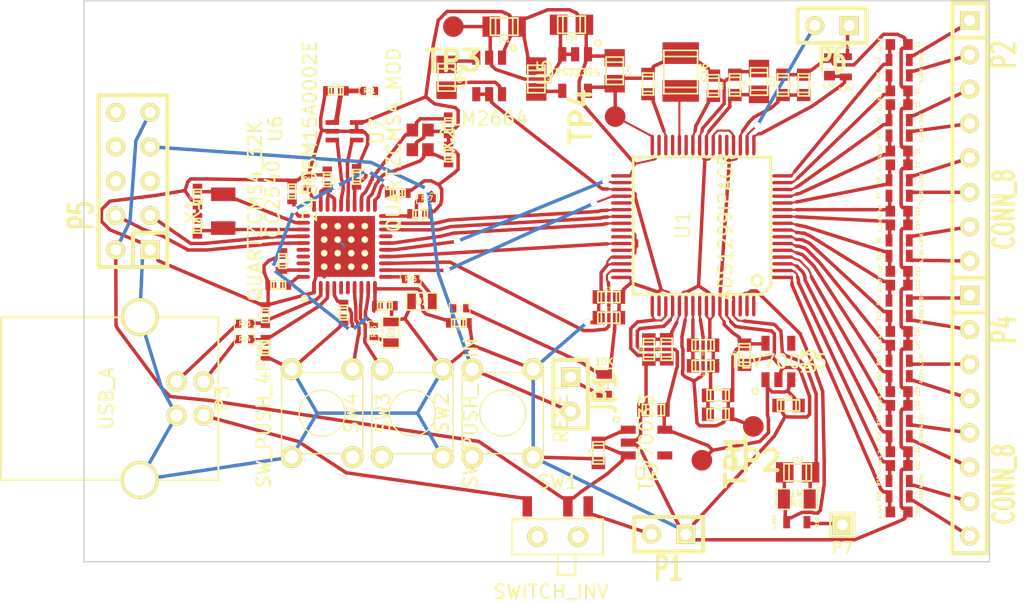
<source format=kicad_pcb>
(kicad_pcb (version 3) (host pcbnew "(2013-07-07 BZR 4022)-stable")
  (layers (15 F.Cu signal) (0 B.Cu signal hide) (18 B.Paste user) (19 F.Paste user) (20 B.SilkS user) (21 F.SilkS user) (22 B.Mask user) (23 F.Mask user) (28 Edge.Cuts user))
  (net 0 "")
  (net 1 +2.5V)
  (net 2 +3.3V)
  (net 3 -2.5V)
  (net 4 "/Analog Frontend/AIN1N")
  (net 5 "/Analog Frontend/AIN1P")
  (net 6 "/Analog Frontend/AIN2N")
  (net 7 "/Analog Frontend/AIN2P")
  (net 8 "/Analog Frontend/AIN3N")
  (net 9 "/Analog Frontend/AIN3P")
  (net 10 "/Analog Frontend/AIN4N")
  (net 11 "/Analog Frontend/AIN4P")
  (net 12 "/Analog Frontend/AIN5N")
  (net 13 "/Analog Frontend/AIN5P")
  (net 14 "/Analog Frontend/AIN6N")
  (net 15 "/Analog Frontend/AIN6P")
  (net 16 "/Analog Frontend/AIN7N")
  (net 17 "/Analog Frontend/AIN7P")
  (net 18 "/Analog Frontend/AIN8N")
  (net 19 "/Analog Frontend/AIN8P")
  (net 20 "/Analog Frontend/BIAS")
  (net 21 "/Analog Frontend/BIASINV")
  (net 22 "/Analog Frontend/BIASOUT_IN")
  (net 23 "/Analog Frontend/CS")
  (net 24 "/Analog Frontend/DIN")
  (net 25 "/Analog Frontend/DOUT")
  (net 26 "/Analog Frontend/DRDY")
  (net 27 "/Analog Frontend/RESET")
  (net 28 "/Analog Frontend/SRB1")
  (net 29 "/Analog Frontend/SRB2")
  (net 30 "/Analog Frontend/START")
  (net 31 "/Analog Frontend/VCAP1")
  (net 32 "/Analog Frontend/VCAP2")
  (net 33 "/Analog Frontend/VCAP3")
  (net 34 "/Analog Frontend/VCAP4")
  (net 35 "/Analog Frontend/VREFP")
  (net 36 /BATT_+)
  (net 37 /Microcontroller/ANTENNA)
  (net 38 /Microcontroller/DC)
  (net 39 /Microcontroller/DD)
  (net 40 /Microcontroller/LED1)
  (net 41 /Microcontroller/LED2)
  (net 42 /Microcontroller/RESET_INTR)
  (net 43 /Microcontroller/RESET_N)
  (net 44 /Microcontroller/RF_N)
  (net 45 /Microcontroller/RF_P)
  (net 46 /Microcontroller/SCK)
  (net 47 /Microcontroller/SW3)
  (net 48 /Microcontroller/SW4)
  (net 49 /Microcontroller/TX_LINE)
  (net 50 /Microcontroller/USB_N)
  (net 51 /Microcontroller/USB_N_Intr)
  (net 52 /Microcontroller/USB_P)
  (net 53 /Microcontroller/USB_P_Intr)
  (net 54 /Microcontroller/VDD_FILT)
  (net 55 /Microcontroller/X1_1)
  (net 56 /Microcontroller/X1_2)
  (net 57 /Microcontroller/X2_1)
  (net 58 /Microcontroller/X2_3)
  (net 59 /Power/N3.3V)
  (net 60 /VBUS)
  (net 61 AGND)
  (net 62 N-00000100)
  (net 63 N-00000101)
  (net 64 N-00000102)
  (net 65 N-00000103)
  (net 66 N-0000033)
  (net 67 N-0000044)
  (net 68 N-0000051)
  (net 69 N-0000054)
  (net 70 N-0000055)
  (net 71 N-0000071)
  (net 72 N-0000074)
  (net 73 N-0000077)
  (net 74 N-0000080)
  (net 75 N-0000081)
  (net 76 N-0000082)
  (net 77 N-0000083)
  (net 78 N-0000091)
  (net 79 N-0000092)
  (net 80 N-0000093)
  (net 81 N-0000094)
  (net 82 N-0000095)
  (net 83 N-0000096)
  (net 84 N-0000097)
  (net 85 N-0000098)
  (net 86 N-0000099)
  (net 87 VIN_RAW)
  (module VQFN40 (layer F.Cu) (at 283.21 158.496 90)
    (fp_text reference U6 (at 8.7 -5.1 90) (layer F.SilkS))
    (fp_text value CC2540 (at 3.5 -5.3 90) (layer F.SilkS))
    (pad 1 smd oval (at -3.05 -2.25 90) (size 1 0.28) (layers F.Cu F.Paste F.Mask) (net 61 AGND))
    (pad 2 smd oval (at -3.05 -1.75 90) (size 1 0.28) (layers F.Cu F.Paste F.Mask) (net 53 /Microcontroller/USB_P_Intr))
    (pad 3 smd oval (at -3.05 -1.25 90) (size 1 0.28) (layers F.Cu F.Paste F.Mask) (net 51 /Microcontroller/USB_N_Intr))
    (pad 4 smd oval (at -3.05 -0.75 90) (size 1 0.28) (layers F.Cu F.Paste F.Mask) (net 54 /Microcontroller/VDD_FILT))
    (pad 5 smd oval (at -3.05 -0.25 90) (size 1 0.28) (layers F.Cu F.Paste F.Mask))
    (pad 6 smd oval (at -3.05 0.25 90) (size 1 0.28) (layers F.Cu F.Paste F.Mask))
    (pad 7 smd oval (at -3.05 0.75 90) (size 1 0.28) (layers F.Cu F.Paste F.Mask) (net 47 /Microcontroller/SW3))
    (pad 8 smd oval (at -3.05 1.25 90) (size 1 0.28) (layers F.Cu F.Paste F.Mask) (net 48 /Microcontroller/SW4))
    (pad 9 smd oval (at -3.05 1.75 90) (size 1 0.28) (layers F.Cu F.Paste F.Mask) (net 40 /Microcontroller/LED1))
    (pad 10 smd oval (at -3.05 2.25 90) (size 1 0.28) (layers F.Cu F.Paste F.Mask) (net 54 /Microcontroller/VDD_FILT))
    (pad 11 smd oval (at -2.25 3.05 90) (size 0.28 1) (layers F.Cu F.Paste F.Mask) (net 41 /Microcontroller/LED2))
    (pad 12 smd oval (at -1.75 3.05 90) (size 0.28 1) (layers F.Cu F.Paste F.Mask) (net 27 "/Analog Frontend/RESET"))
    (pad 13 smd oval (at -1.25 3.05 90) (size 0.28 1) (layers F.Cu F.Paste F.Mask) (net 26 "/Analog Frontend/DRDY"))
    (pad 14 smd oval (at -0.75 3.05 90) (size 0.28 1) (layers F.Cu F.Paste F.Mask) (net 25 "/Analog Frontend/DOUT"))
    (pad 15 smd oval (at -0.25 3.05 90) (size 0.28 1) (layers F.Cu F.Paste F.Mask) (net 24 "/Analog Frontend/DIN"))
    (pad 16 smd oval (at 0.25 3.05 90) (size 0.28 1) (layers F.Cu F.Paste F.Mask) (net 46 /Microcontroller/SCK))
    (pad 17 smd oval (at 0.75 3.05 90) (size 0.28 1) (layers F.Cu F.Paste F.Mask))
    (pad 18 smd oval (at 1.25 3.05 90) (size 0.28 1) (layers F.Cu F.Paste F.Mask) (net 23 "/Analog Frontend/CS"))
    (pad 19 smd oval (at 1.75 3.05 90) (size 0.28 1) (layers F.Cu F.Paste F.Mask) (net 30 "/Analog Frontend/START"))
    (pad 20 smd oval (at 2.25 3.05 90) (size 0.28 1) (layers F.Cu F.Paste F.Mask) (net 42 /Microcontroller/RESET_INTR))
    (pad 21 smd oval (at 3.05 2.25 90) (size 1 0.28) (layers F.Cu F.Paste F.Mask) (net 54 /Microcontroller/VDD_FILT))
    (pad 22 smd oval (at 3.05 1.75 90) (size 1 0.28) (layers F.Cu F.Paste F.Mask) (net 57 /Microcontroller/X2_1))
    (pad 23 smd oval (at 3.05 1.25 90) (size 1 0.28) (layers F.Cu F.Paste F.Mask) (net 58 /Microcontroller/X2_3))
    (pad 24 smd oval (at 3.05 0.75 90) (size 1 0.28) (layers F.Cu F.Paste F.Mask) (net 54 /Microcontroller/VDD_FILT))
    (pad 25 smd oval (at 3.05 0.25 90) (size 1 0.28) (layers F.Cu F.Paste F.Mask) (net 45 /Microcontroller/RF_P))
    (pad 26 smd oval (at 3.05 -0.25 90) (size 1 0.28) (layers F.Cu F.Paste F.Mask) (net 44 /Microcontroller/RF_N))
    (pad 27 smd oval (at 3.05 -0.75 90) (size 1 0.28) (layers F.Cu F.Paste F.Mask) (net 54 /Microcontroller/VDD_FILT))
    (pad 28 smd oval (at 3.05 -1.25 90) (size 1 0.28) (layers F.Cu F.Paste F.Mask) (net 54 /Microcontroller/VDD_FILT))
    (pad 29 smd oval (at 3.05 -1.75 90) (size 1 0.28) (layers F.Cu F.Paste F.Mask) (net 54 /Microcontroller/VDD_FILT))
    (pad 30 smd oval (at 3.05 -2.25 90) (size 1 0.28) (layers F.Cu F.Paste F.Mask) (net 67 N-0000044))
    (pad 31 smd oval (at 2.25 -3.05 90) (size 0.28 1) (layers F.Cu F.Paste F.Mask) (net 54 /Microcontroller/VDD_FILT))
    (pad 32 smd oval (at 1.75 -3.05 90) (size 0.28 1) (layers F.Cu F.Paste F.Mask) (net 56 /Microcontroller/X1_2))
    (pad 33 smd oval (at 1.25 -3.05 90) (size 0.28 1) (layers F.Cu F.Paste F.Mask) (net 55 /Microcontroller/X1_1))
    (pad 34 smd oval (at 0.75 -3.05 90) (size 0.28 1) (layers F.Cu F.Paste F.Mask) (net 38 /Microcontroller/DC))
    (pad 35 smd oval (at 0.25 -3.05 90) (size 0.28 1) (layers F.Cu F.Paste F.Mask) (net 39 /Microcontroller/DD))
    (pad 36 smd oval (at -0.25 -3.05 90) (size 0.28 1) (layers F.Cu F.Paste F.Mask))
    (pad 37 smd oval (at -0.75 -3.05 90) (size 0.28 1) (layers F.Cu F.Paste F.Mask))
    (pad 38 smd oval (at -1.25 -3.05 90) (size 0.28 1) (layers F.Cu F.Paste F.Mask))
    (pad 39 smd oval (at -1.75 -3.05 90) (size 0.28 1) (layers F.Cu F.Paste F.Mask) (net 54 /Microcontroller/VDD_FILT))
    (pad 40 smd oval (at -2.25 -3.05 90) (size 0.28 1) (layers F.Cu F.Paste F.Mask) (net 68 N-0000051))
    (pad PAD smd rect (at 0 0 90) (size 4.5 4.5) (layers F.Cu F.Mask) (net 61 AGND))
    (pad PAD thru_hole circle (at -0.5 -0.5 90) (size 0.5 0.5) (drill 0.3) (layers *.Cu F.SilkS B.Mask) (net 61 AGND))
    (pad PAD thru_hole circle (at 0.5 -0.5 90) (size 0.5 0.5) (drill 0.3) (layers *.Cu F.SilkS B.Mask) (net 61 AGND))
    (pad PAD thru_hole circle (at 0.5 0.5 90) (size 0.5 0.5) (drill 0.3) (layers *.Cu F.SilkS B.Mask) (net 61 AGND))
    (pad PAD thru_hole circle (at -0.5 0.5 90) (size 0.5 0.5) (drill 0.3) (layers *.Cu F.SilkS B.Mask) (net 61 AGND))
    (pad PAD thru_hole circle (at -1.5 0.5 90) (size 0.5 0.5) (drill 0.3) (layers *.Cu F.SilkS B.Mask) (net 61 AGND))
    (pad PAD thru_hole circle (at -1.5 -0.5 90) (size 0.5 0.5) (drill 0.3) (layers *.Cu F.SilkS B.Mask) (net 61 AGND))
    (pad PAD thru_hole circle (at -1.5 -1.5 90) (size 0.5 0.5) (drill 0.3) (layers *.Cu F.SilkS B.Mask) (net 61 AGND))
    (pad PAD thru_hole circle (at -0.5 -1.5 90) (size 0.5 0.5) (drill 0.3) (layers *.Cu F.SilkS B.Mask) (net 61 AGND))
    (pad PAD thru_hole circle (at 0.5 -1.5 90) (size 0.5 0.5) (drill 0.3) (layers *.Cu F.SilkS B.Mask) (net 61 AGND))
    (pad PAD thru_hole circle (at 1.5 -1.5 90) (size 0.5 0.5) (drill 0.3) (layers *.Cu F.SilkS B.Mask) (net 61 AGND))
    (pad PAD thru_hole circle (at 1.5 -0.5 90) (size 0.5 0.5) (drill 0.3) (layers *.Cu F.SilkS B.Mask) (net 61 AGND))
    (pad PAD thru_hole circle (at 1.5 0.5 90) (size 0.5 0.5) (drill 0.3) (layers *.Cu F.SilkS B.Mask) (net 61 AGND))
    (pad PAD thru_hole circle (at 1.5 1.5 90) (size 0.5 0.5) (drill 0.3) (layers *.Cu F.SilkS B.Mask) (net 61 AGND))
    (pad PAD thru_hole circle (at 0.5 1.5 90) (size 0.5 0.5) (drill 0.3) (layers *.Cu F.SilkS B.Mask) (net 61 AGND))
    (pad PAD thru_hole circle (at -0.5 1.5 90) (size 0.5 0.5) (drill 0.3) (layers *.Cu F.SilkS B.Mask) (net 61 AGND))
    (pad PAD thru_hole circle (at -1.5 1.5 90) (size 0.5 0.5) (drill 0.3) (layers *.Cu F.SilkS B.Mask) (net 61 AGND))
  )
  (module TQFP_64 (layer F.Cu) (at 309.69 157.036 90)
    (fp_text reference U1 (at 0.127 -1.524 90) (layer F.SilkS) (effects (font (size 1.09982 1.09982) (thickness 0.127))))
    (fp_text value ADS1299IPAGR (at 0 1.651 90) (layer F.SilkS) (effects (font (size 1.00076 1.00076) (thickness 0.1524))))
    (pad 1 smd rect (at -3.74904 5.86994 90) (size 0.24892 1.524) (layers F.Cu F.Paste F.Mask) (net 79 N-0000092))
    (pad 2 smd oval (at -3.24866 5.86994 90) (size 0.24892 1.524) (layers F.Cu F.Paste F.Mask) (net 78 N-0000091))
    (pad 3 smd oval (at -2.74828 5.86994 90) (size 0.24892 1.524) (layers F.Cu F.Paste F.Mask) (net 83 N-0000096))
    (pad 4 smd oval (at -2.2479 5.86994 90) (size 0.24892 1.524) (layers F.Cu F.Paste F.Mask) (net 82 N-0000095))
    (pad 5 smd oval (at -1.74752 5.86994 90) (size 0.24892 1.524) (layers F.Cu F.Paste F.Mask) (net 81 N-0000094))
    (pad 6 smd oval (at -1.24968 5.86994 90) (size 0.24892 1.524) (layers F.Cu F.Paste F.Mask) (net 80 N-0000093))
    (pad 7 smd oval (at -0.7493 5.86994 90) (size 0.24892 1.524) (layers F.Cu F.Paste F.Mask) (net 62 N-00000100))
    (pad 8 smd oval (at -0.24892 5.86994 90) (size 0.24892 1.524) (layers F.Cu F.Paste F.Mask) (net 86 N-0000099))
    (pad 9 smd oval (at 0.25146 5.86994 90) (size 0.24892 1.524) (layers F.Cu F.Paste F.Mask) (net 84 N-0000097))
    (pad 10 smd oval (at 0.75184 5.86994 90) (size 0.24892 1.524) (layers F.Cu F.Paste F.Mask) (net 85 N-0000098))
    (pad 11 smd oval (at 1.25222 5.86994 90) (size 0.24892 1.524) (layers F.Cu F.Paste F.Mask) (net 74 N-0000080))
    (pad 12 smd oval (at 1.75006 5.86994 90) (size 0.24892 1.524) (layers F.Cu F.Paste F.Mask) (net 71 N-0000071))
    (pad 13 smd oval (at 2.25044 5.86994 90) (size 0.24892 1.524) (layers F.Cu F.Paste F.Mask) (net 76 N-0000082))
    (pad 14 smd oval (at 2.75082 5.86994 90) (size 0.24892 1.524) (layers F.Cu F.Paste F.Mask) (net 75 N-0000081))
    (pad 15 smd oval (at 3.2512 5.86994 90) (size 0.24892 1.524) (layers F.Cu F.Paste F.Mask) (net 73 N-0000077))
    (pad 16 smd oval (at 3.75158 5.86994 90) (size 0.24892 1.524) (layers F.Cu F.Paste F.Mask) (net 72 N-0000074))
    (pad 17 smd oval (at 6.0325 3.74904 90) (size 1.524 0.24892) (layers F.Cu F.Paste F.Mask) (net 77 N-0000083))
    (pad 18 smd oval (at 6.0325 3.24866 90) (size 1.524 0.24892) (layers F.Cu F.Paste F.Mask) (net 29 "/Analog Frontend/SRB2"))
    (pad 19 smd oval (at 6.0325 2.74828 90) (size 1.524 0.24892) (layers F.Cu F.Paste F.Mask) (net 1 +2.5V))
    (pad 20 smd oval (at 6.0325 2.2479 90) (size 1.524 0.24892) (layers F.Cu F.Paste F.Mask) (net 3 -2.5V))
    (pad 21 smd oval (at 6.0325 1.74752 90) (size 1.524 0.24892) (layers F.Cu F.Paste F.Mask) (net 1 +2.5V))
    (pad 22 smd oval (at 6.0325 1.24968 90) (size 1.524 0.24892) (layers F.Cu F.Paste F.Mask) (net 1 +2.5V))
    (pad 23 smd oval (at 6.0325 0.7493 90) (size 1.524 0.24892) (layers F.Cu F.Paste F.Mask) (net 3 -2.5V))
    (pad 24 smd oval (at 6.0325 0.24892 90) (size 1.524 0.24892) (layers F.Cu F.Paste F.Mask) (net 35 "/Analog Frontend/VREFP"))
    (pad 25 smd oval (at 6.0325 -0.25146 90) (size 1.524 0.24892) (layers F.Cu F.Paste F.Mask) (net 3 -2.5V))
    (pad 26 smd oval (at 6.0325 -0.75184 90) (size 1.524 0.24892) (layers F.Cu F.Paste F.Mask) (net 34 "/Analog Frontend/VCAP4"))
    (pad 27 smd oval (at 6.0325 -1.25222 90) (size 1.524 0.24892) (layers F.Cu F.Paste F.Mask))
    (pad 28 smd oval (at 6.0325 -1.75006 90) (size 1.524 0.24892) (layers F.Cu F.Paste F.Mask) (net 31 "/Analog Frontend/VCAP1"))
    (pad 29 smd oval (at 6.0325 -2.25044 90) (size 1.524 0.24892) (layers F.Cu F.Paste F.Mask))
    (pad 30 smd oval (at 6.0325 -2.75082 90) (size 1.524 0.24892) (layers F.Cu F.Paste F.Mask) (net 32 "/Analog Frontend/VCAP2"))
    (pad 31 smd oval (at 6.0325 -3.2512 90) (size 1.524 0.24892) (layers F.Cu F.Paste F.Mask) (net 61 AGND))
    (pad 32 smd oval (at 6.0325 -3.75158 90) (size 1.524 0.24892) (layers F.Cu F.Paste F.Mask) (net 3 -2.5V))
    (pad 33 smd oval (at 3.75158 -6.0325 90) (size 0.24892 1.524) (layers F.Cu F.Paste F.Mask) (net 61 AGND))
    (pad 34 smd oval (at 3.2512 -6.0325 90) (size 0.24892 1.524) (layers F.Cu F.Paste F.Mask) (net 24 "/Analog Frontend/DIN"))
    (pad 35 smd oval (at 2.75082 -6.0325 90) (size 0.24892 1.524) (layers F.Cu F.Paste F.Mask) (net 2 +3.3V))
    (pad 36 smd oval (at 2.25044 -6.0325 90) (size 0.24892 1.524) (layers F.Cu F.Paste F.Mask) (net 27 "/Analog Frontend/RESET"))
    (pad 37 smd oval (at 1.75006 -6.0325 90) (size 0.24892 1.524) (layers F.Cu F.Paste F.Mask))
    (pad 38 smd oval (at 1.25222 -6.0325 90) (size 0.24892 1.524) (layers F.Cu F.Paste F.Mask) (net 30 "/Analog Frontend/START"))
    (pad 39 smd oval (at 0.75184 -6.0325 90) (size 0.24892 1.524) (layers F.Cu F.Paste F.Mask) (net 23 "/Analog Frontend/CS"))
    (pad 40 smd oval (at 0.25146 -6.0325 90) (size 0.24892 1.524) (layers F.Cu F.Paste F.Mask) (net 46 /Microcontroller/SCK))
    (pad 41 smd oval (at -0.24892 -6.0325 90) (size 0.24892 1.524) (layers F.Cu F.Paste F.Mask) (net 61 AGND))
    (pad 42 smd oval (at -0.7493 -6.0325 90) (size 0.24892 1.524) (layers F.Cu F.Paste F.Mask) (net 61 AGND))
    (pad 43 smd oval (at -1.24968 -6.0325 90) (size 0.24892 1.524) (layers F.Cu F.Paste F.Mask) (net 25 "/Analog Frontend/DOUT"))
    (pad 44 smd oval (at -1.74752 -6.0325 90) (size 0.24892 1.524) (layers F.Cu F.Paste F.Mask) (net 61 AGND))
    (pad 45 smd oval (at -2.2479 -6.0325 90) (size 0.24892 1.524) (layers F.Cu F.Paste F.Mask) (net 61 AGND))
    (pad 46 smd oval (at -2.74828 -6.0325 90) (size 0.24892 1.524) (layers F.Cu F.Paste F.Mask) (net 61 AGND))
    (pad 47 smd oval (at -3.24866 -6.0325 90) (size 0.24892 1.524) (layers F.Cu F.Paste F.Mask) (net 26 "/Analog Frontend/DRDY"))
    (pad 48 smd oval (at -3.74904 -6.0325 90) (size 0.24892 1.524) (layers F.Cu F.Paste F.Mask) (net 2 +3.3V))
    (pad 49 smd oval (at -5.86994 -3.75158 90) (size 1.524 0.24892) (layers F.Cu F.Paste F.Mask) (net 61 AGND))
    (pad 50 smd oval (at -5.86994 -3.2512 90) (size 1.524 0.24892) (layers F.Cu F.Paste F.Mask) (net 2 +3.3V))
    (pad 52 smd oval (at -5.86994 -2.25044 90) (size 1.524 0.24892) (layers F.Cu F.Paste F.Mask) (net 2 +3.3V))
    (pad 51 smd oval (at -5.88772 -2.75082 90) (size 1.524 0.24892) (layers F.Cu F.Paste F.Mask) (net 61 AGND))
    (pad 53 smd oval (at -5.86994 -1.75006 90) (size 1.524 0.24892) (layers F.Cu F.Paste F.Mask) (net 3 -2.5V))
    (pad 54 smd oval (at -5.86994 -1.25222 90) (size 1.524 0.24892) (layers F.Cu F.Paste F.Mask) (net 1 +2.5V))
    (pad 55 smd oval (at -5.86994 -0.75184 90) (size 1.524 0.24892) (layers F.Cu F.Paste F.Mask) (net 33 "/Analog Frontend/VCAP3"))
    (pad 56 smd oval (at -5.86994 -0.25146 90) (size 1.524 0.24892) (layers F.Cu F.Paste F.Mask) (net 1 +2.5V))
    (pad 57 smd oval (at -5.86994 0.24892 90) (size 1.524 0.24892) (layers F.Cu F.Paste F.Mask) (net 3 -2.5V))
    (pad 58 smd oval (at -5.86994 0.7493 90) (size 1.524 0.24892) (layers F.Cu F.Paste F.Mask) (net 3 -2.5V))
    (pad 59 smd oval (at -5.86994 1.24206 90) (size 1.524 0.24892) (layers F.Cu F.Paste F.Mask) (net 1 +2.5V))
    (pad 60 smd oval (at -5.86994 1.74244 90) (size 1.524 0.24892) (layers F.Cu F.Paste F.Mask) (net 61 AGND))
    (pad 61 smd oval (at -5.86994 2.24282 90) (size 1.524 0.24892) (layers F.Cu F.Paste F.Mask) (net 21 "/Analog Frontend/BIASINV"))
    (pad 62 smd oval (at -5.86994 2.7432 90) (size 1.524 0.24892) (layers F.Cu F.Paste F.Mask) (net 22 "/Analog Frontend/BIASOUT_IN"))
    (pad 63 smd oval (at -5.86994 3.24104 90) (size 1.524 0.24892) (layers F.Cu F.Paste F.Mask) (net 22 "/Analog Frontend/BIASOUT_IN"))
    (pad 64 smd oval (at -5.86994 3.74142 90) (size 1.524 0.24892) (layers F.Cu F.Paste F.Mask))
  )
  (module SSSS810701 (layer F.Cu) (at 298.958 179.959)
    (fp_text reference SW1 (at 0 -4.05) (layer F.SilkS))
    (fp_text value SWITCH_INV (at -0.508 4.064) (layer F.SilkS))
    (pad "" thru_hole circle (at 1.5 0) (size 1.5 1.5) (drill 0.9) (layers *.Cu *.Mask F.SilkS))
    (pad "" thru_hole circle (at -1.5 0) (size 1.5 1.5) (drill 0.9) (layers *.Cu *.Mask F.SilkS))
    (pad 1 smd rect (at -2.25 -2.25) (size 0.7 1.5) (layers F.Cu F.Paste F.Mask) (net 60 /VBUS))
    (pad 2 smd rect (at 0.75 -2.25) (size 0.7 1.5) (layers F.Cu F.Paste F.Mask) (net 87 VIN_RAW))
    (pad 3 smd rect (at 2.25 -2.25) (size 0.7 1.5) (layers F.Cu F.Paste F.Mask) (net 36 /BATT_+))
  )
  (module SM0805 (layer F.Cu) (at 316.611 177.165 180)
    (fp_text reference R9 (at 0 -0.3175 180) (layer F.SilkS) (effects (font (size 0.50038 0.50038) (thickness 0.10922))))
    (fp_text value 1M (at 0 0.381 180) (layer F.SilkS) (effects (font (size 0.50038 0.50038) (thickness 0.10922))))
    (pad 1 smd rect (at -0.9525 0 180) (size 0.889 1.397) (layers F.Cu F.Paste F.Mask) (net 21 "/Analog Frontend/BIASINV"))
    (pad 2 smd rect (at 0.9525 0 180) (size 0.889 1.397) (layers F.Cu F.Paste F.Mask) (net 22 "/Analog Frontend/BIASOUT_IN"))
  )
  (module SM0603_Resistor (layer F.Cu) (at 302.387 168.72 270)
    (fp_text reference R1 (at 0.0635 -0.0635 360) (layer F.SilkS) (effects (font (size 0.50038 0.4572) (thickness 0.1143))))
    (fp_text value 10K (at -1.69926 0 360) (layer F.SilkS) (effects (font (size 0.508 0.4572) (thickness 0.1143))))
    (pad 1 smd rect (at -0.762 0 270) (size 0.635 1.143) (layers F.Cu F.Paste F.Mask) (net 2 +3.3V))
    (pad 2 smd rect (at 0.762 0 270) (size 0.635 1.143) (layers F.Cu F.Paste F.Mask) (net 66 N-0000033))
  )
  (module SM0603 (layer F.Cu) (at 286.639 164.846 90)
    (fp_text reference D1 (at 0 0 90) (layer F.SilkS) (effects (font (size 0.508 0.4572) (thickness 0.1143))))
    (fp_text value LED_EL19-21SURC hide)
    (pad 1 smd rect (at -0.762 0 90) (size 0.635 1.143) (layers F.Cu F.Paste F.Mask) (net 69 N-0000054))
    (pad 2 smd rect (at 0.762 0 90) (size 0.635 1.143) (layers F.Cu F.Paste F.Mask) (net 61 AGND))
  )
  (module SM0603 (layer F.Cu) (at 288.925 162.56 180)
    (fp_text reference D2 (at 0 0 180) (layer F.SilkS) (effects (font (size 0.508 0.4572) (thickness 0.1143))))
    (fp_text value LED_EL19-21SYGC hide)
    (pad 1 smd rect (at -0.762 0 180) (size 0.635 1.143) (layers F.Cu F.Paste F.Mask) (net 70 N-0000055))
    (pad 2 smd rect (at 0.762 0 180) (size 0.635 1.143) (layers F.Cu F.Paste F.Mask) (net 61 AGND))
  )
  (module SM0402_r (layer F.Cu) (at 280.416 153.734 90)
    (fp_text reference R22 (at 0 0 90) (layer F.SilkS) (effects (font (size 0.35052 0.3048) (thickness 0.07112))))
    (fp_text value 56k hide)
    (pad 1 smd rect (at -0.44958 0 90) (size 0.39878 0.59944) (layers F.Cu F.Paste F.Mask) (net 67 N-0000044))
    (pad 2 smd rect (at 0.44958 0 90) (size 0.39878 0.59944) (layers F.Cu F.Paste F.Mask) (net 61 AGND))
  )
  (module SM0402_r (layer F.Cu) (at 275.844 164.211)
    (fp_text reference R23 (at 0 0) (layer F.SilkS) (effects (font (size 0.35052 0.3048) (thickness 0.07112))))
    (fp_text value 33 hide)
    (pad 1 smd rect (at -0.44958 0) (size 0.39878 0.59944) (layers F.Cu F.Paste F.Mask) (net 52 /Microcontroller/USB_P))
    (pad 2 smd rect (at 0.44958 0) (size 0.39878 0.59944) (layers F.Cu F.Paste F.Mask) (net 53 /Microcontroller/USB_P_Intr))
  )
  (module SM0402_r (layer F.Cu) (at 275.844 165.354)
    (fp_text reference R24 (at 0 0) (layer F.SilkS) (effects (font (size 0.35052 0.3048) (thickness 0.07112))))
    (fp_text value 33 hide)
    (pad 1 smd rect (at -0.44958 0) (size 0.39878 0.59944) (layers F.Cu F.Paste F.Mask) (net 50 /Microcontroller/USB_N))
    (pad 2 smd rect (at 0.44958 0) (size 0.39878 0.59944) (layers F.Cu F.Paste F.Mask) (net 51 /Microcontroller/USB_N_Intr))
  )
  (module SM0402_r (layer F.Cu) (at 289.306 154.94)
    (fp_text reference R27 (at 0 0) (layer F.SilkS) (effects (font (size 0.35052 0.3048) (thickness 0.07112))))
    (fp_text value 2.2k hide)
    (pad 1 smd rect (at -0.44958 0) (size 0.39878 0.59944) (layers F.Cu F.Paste F.Mask) (net 42 /Microcontroller/RESET_INTR))
    (pad 2 smd rect (at 0.44958 0) (size 0.39878 0.59944) (layers F.Cu F.Paste F.Mask) (net 43 /Microcontroller/RESET_N))
  )
  (module SM0402_r (layer F.Cu) (at 285.369 164.782 90)
    (fp_text reference R25 (at 0 0 90) (layer F.SilkS) (effects (font (size 0.35052 0.3048) (thickness 0.07112))))
    (fp_text value 270 hide)
    (pad 1 smd rect (at -0.44958 0 90) (size 0.39878 0.59944) (layers F.Cu F.Paste F.Mask) (net 69 N-0000054))
    (pad 2 smd rect (at 0.44958 0 90) (size 0.39878 0.59944) (layers F.Cu F.Paste F.Mask) (net 40 /Microcontroller/LED1))
  )
  (module SM0402_r (layer F.Cu) (at 288.1 160.909 180)
    (fp_text reference R26 (at 0 0 180) (layer F.SilkS) (effects (font (size 0.35052 0.3048) (thickness 0.07112))))
    (fp_text value 270 hide)
    (pad 1 smd rect (at -0.44958 0 180) (size 0.39878 0.59944) (layers F.Cu F.Paste F.Mask) (net 70 N-0000055))
    (pad 2 smd rect (at 0.44958 0 180) (size 0.39878 0.59944) (layers F.Cu F.Paste F.Mask) (net 41 /Microcontroller/LED2))
  )
  (module SM0402 (layer F.Cu) (at 291.719 163.068)
    (fp_text reference L1 (at 0 0) (layer F.SilkS) (effects (font (size 0.35052 0.3048) (thickness 0.07112))))
    (fp_text value EMI hide)
    (pad 1 smd rect (at -0.44958 0) (size 0.39878 0.59944) (layers F.Cu F.Paste F.Mask) (net 54 /Microcontroller/VDD_FILT))
    (pad 2 smd rect (at 0.44958 0) (size 0.39878 0.59944) (layers F.Cu F.Paste F.Mask) (net 2 +3.3V))
  )
  (module SM0402 (layer F.Cu) (at 285.052 147.002)
    (fp_text reference R21 (at 0 0) (layer F.SilkS) (effects (font (size 0.35052 0.3048) (thickness 0.07112))))
    (fp_text value 0 hide)
    (pad 1 smd rect (at -0.44958 0) (size 0.39878 0.59944) (layers F.Cu F.Paste F.Mask) (net 49 /Microcontroller/TX_LINE))
    (pad 2 smd rect (at 0.44958 0) (size 0.39878 0.59944) (layers F.Cu F.Paste F.Mask) (net 37 /Microcontroller/ANTENNA))
  )
  (module SIL-8 (layer F.Cu) (at 329.374 171.006 270)
    (fp_text reference P4 (at -6.35 -2.54 270) (layer F.SilkS) (effects (font (size 1.72974 1.08712) (thickness 0.3048))))
    (fp_text value CONN_8 (at 5.08 -2.54 270) (layer F.SilkS) (effects (font (size 1.524 1.016) (thickness 0.3048))))
    (pad 1 thru_hole rect (at -8.89 0 270) (size 1.397 1.397) (drill 0.8128) (layers *.Cu *.Mask F.SilkS) (net 13 "/Analog Frontend/AIN5P"))
    (pad 2 thru_hole circle (at -6.35 0 270) (size 1.397 1.397) (drill 0.8128) (layers *.Cu *.Mask F.SilkS) (net 12 "/Analog Frontend/AIN5N"))
    (pad 3 thru_hole circle (at -3.81 0 270) (size 1.397 1.397) (drill 0.8128) (layers *.Cu *.Mask F.SilkS) (net 15 "/Analog Frontend/AIN6P"))
    (pad 4 thru_hole circle (at -1.27 0 270) (size 1.397 1.397) (drill 0.8128) (layers *.Cu *.Mask F.SilkS) (net 14 "/Analog Frontend/AIN6N"))
    (pad 5 thru_hole circle (at 1.27 0 270) (size 1.397 1.397) (drill 0.8128) (layers *.Cu *.Mask F.SilkS) (net 17 "/Analog Frontend/AIN7P"))
    (pad 6 thru_hole circle (at 3.81 0 270) (size 1.397 1.397) (drill 0.8128) (layers *.Cu *.Mask F.SilkS) (net 16 "/Analog Frontend/AIN7N"))
    (pad 7 thru_hole circle (at 6.35 0 270) (size 1.397 1.397) (drill 0.8128) (layers *.Cu *.Mask F.SilkS) (net 19 "/Analog Frontend/AIN8P"))
    (pad 8 thru_hole circle (at 8.89 0 270) (size 1.397 1.397) (drill 0.8128) (layers *.Cu *.Mask F.SilkS) (net 18 "/Analog Frontend/AIN8N"))
  )
  (module SIL-8 (layer F.Cu) (at 329.374 150.686 270)
    (fp_text reference P2 (at -6.35 -2.54 270) (layer F.SilkS) (effects (font (size 1.72974 1.08712) (thickness 0.3048))))
    (fp_text value CONN_8 (at 5.08 -2.54 270) (layer F.SilkS) (effects (font (size 1.524 1.016) (thickness 0.3048))))
    (pad 1 thru_hole rect (at -8.89 0 270) (size 1.397 1.397) (drill 0.8128) (layers *.Cu *.Mask F.SilkS) (net 5 "/Analog Frontend/AIN1P"))
    (pad 2 thru_hole circle (at -6.35 0 270) (size 1.397 1.397) (drill 0.8128) (layers *.Cu *.Mask F.SilkS) (net 4 "/Analog Frontend/AIN1N"))
    (pad 3 thru_hole circle (at -3.81 0 270) (size 1.397 1.397) (drill 0.8128) (layers *.Cu *.Mask F.SilkS) (net 7 "/Analog Frontend/AIN2P"))
    (pad 4 thru_hole circle (at -1.27 0 270) (size 1.397 1.397) (drill 0.8128) (layers *.Cu *.Mask F.SilkS) (net 6 "/Analog Frontend/AIN2N"))
    (pad 5 thru_hole circle (at 1.27 0 270) (size 1.397 1.397) (drill 0.8128) (layers *.Cu *.Mask F.SilkS) (net 9 "/Analog Frontend/AIN3P"))
    (pad 6 thru_hole circle (at 3.81 0 270) (size 1.397 1.397) (drill 0.8128) (layers *.Cu *.Mask F.SilkS) (net 8 "/Analog Frontend/AIN3N"))
    (pad 7 thru_hole circle (at 6.35 0 270) (size 1.397 1.397) (drill 0.8128) (layers *.Cu *.Mask F.SilkS) (net 11 "/Analog Frontend/AIN4P"))
    (pad 8 thru_hole circle (at 8.89 0 270) (size 1.397 1.397) (drill 0.8128) (layers *.Cu *.Mask F.SilkS) (net 10 "/Analog Frontend/AIN4N"))
  )
  (module SIL-5x2 (layer F.Cu) (at 267.589 153.67 90)
    (fp_text reference P5 (at -2.54 -3.81 90) (layer F.SilkS) (effects (font (size 1.72974 1.08712) (thickness 0.27178))))
    (fp_text value CONN_5X2 hide)
    (pad 5 thru_hole circle (at 0 1.27 90) (size 1.397 1.397) (drill 0.8128) (layers *.Cu *.Mask F.SilkS))
    (pad 7 thru_hole circle (at 2.54 1.27 90) (size 1.397 1.397) (drill 0.8128) (layers *.Cu *.Mask F.SilkS) (net 43 /Microcontroller/RESET_N))
    (pad 6 thru_hole circle (at 0 -1.27 90) (size 1.397 1.397) (drill 0.8128) (layers *.Cu *.Mask F.SilkS))
    (pad 2 thru_hole circle (at -5.08 -1.27 90) (size 1.397 1.397) (drill 0.8128) (layers *.Cu *.Mask F.SilkS) (net 87 VIN_RAW))
    (pad 1 thru_hole rect (at -5.08 1.27 90) (size 1.397 1.397) (drill 0.8128) (layers *.Cu *.Mask F.SilkS) (net 61 AGND))
    (pad 4 thru_hole circle (at -2.54 -1.27 90) (size 1.397 1.397) (drill 0.8128) (layers *.Cu *.Mask F.SilkS) (net 39 /Microcontroller/DD))
    (pad 3 thru_hole circle (at -2.54 1.27 90) (size 1.397 1.397) (drill 0.8128) (layers *.Cu *.Mask F.SilkS) (net 38 /Microcontroller/DC))
    (pad 8 thru_hole circle (at 2.54 -1.27 90) (size 1.397 1.397) (drill 0.8128) (layers *.Cu *.Mask F.SilkS))
    (pad 10 thru_hole circle (at 5.08 -1.27 90) (size 1.397 1.397) (drill 0.8128) (layers *.Cu *.Mask F.SilkS))
    (pad 9 thru_hole circle (at 5.08 1.27 90) (size 1.397 1.397) (drill 0.8128) (layers *.Cu *.Mask F.SilkS) (net 87 VIN_RAW))
  )
  (module SIL-2 (layer F.Cu) (at 307.15 179.768 180)
    (fp_text reference P1 (at 0 -2.54 180) (layer F.SilkS) (effects (font (size 1.72974 1.08712) (thickness 0.3048))))
    (fp_text value CONN_2 hide)
    (pad 1 thru_hole rect (at -1.27 0 180) (size 1.397 1.397) (drill 0.8128) (layers *.Cu *.Mask F.SilkS) (net 61 AGND))
    (pad 2 thru_hole circle (at 1.27 0 180) (size 1.397 1.397) (drill 0.8128) (layers *.Cu *.Mask F.SilkS) (net 36 /BATT_+))
  )
  (module SIL-2 (layer F.Cu) (at 299.91 169.418 270)
    (fp_text reference JP1 (at 0 -2.54 270) (layer F.SilkS) (effects (font (size 1.72974 1.08712) (thickness 0.3048))))
    (fp_text value JUMPER hide)
    (pad 1 thru_hole rect (at -1.27 0 270) (size 1.397 1.397) (drill 0.8128) (layers *.Cu *.Mask F.SilkS) (net 66 N-0000033))
    (pad 2 thru_hole circle (at 1.27 0 270) (size 1.397 1.397) (drill 0.8128) (layers *.Cu *.Mask F.SilkS) (net 43 /Microcontroller/RESET_N))
  )
  (module FC-135R_EPSON (layer F.Cu) (at 274.256 155.892 90)
    (fp_text reference X1 (at 0 -2.25 90) (layer F.SilkS))
    (fp_text value QUARTZCMS4_32K (at 0 2.35 90) (layer F.SilkS))
    (pad 1 smd rect (at -1.25 0 90) (size 1 1.8) (layers F.Cu F.Paste F.Mask) (net 55 /Microcontroller/X1_1))
    (pad 2 smd rect (at 1.25 0 90) (size 1 1.8) (layers F.Cu F.Paste F.Mask) (net 56 /Microcontroller/X1_2))
  )
  (module FA-128_EPSON (layer F.Cu) (at 288.798 150.622 90)
    (fp_text reference X2 (at 0 2.05 90) (layer F.SilkS))
    (fp_text value QUARTZCMS4_MOD (at 0 -1.95 90) (layer F.SilkS))
    (pad 3 smd rect (at 0.725 -0.575 90) (size 0.95 0.85) (layers F.Cu F.Paste F.Mask) (net 58 /Microcontroller/X2_3) (clearance 0.07))
    (pad 4 smd rect (at -0.725 -0.575 90) (size 0.95 0.85) (layers F.Cu F.Paste F.Mask) (net 61 AGND) (clearance 0.07))
    (pad 2 smd rect (at 0.725 0.575 90) (size 0.95 0.85) (layers F.Cu F.Paste F.Mask) (net 61 AGND) (clearance 0.07))
    (pad 1 smd rect (at -0.725 0.575 90) (size 0.95 0.85) (layers F.Cu F.Paste F.Mask) (net 57 /Microcontroller/X2_1) (clearance 0.07))
  )
  (module c_1210 (layer F.Cu) (at 308.038 145.606 270)
    (fp_text reference C16 (at 0.0254 -1.7526 270) (layer F.SilkS) (effects (font (size 0.50038 0.50038) (thickness 0.11938))))
    (fp_text value 100uF hide)
    (pad 1 smd rect (at 1.397 0 270) (size 1.6002 2.6924) (layers F.Cu F.Paste F.Mask) (net 31 "/Analog Frontend/VCAP1"))
    (pad 2 smd rect (at -1.397 0 270) (size 1.6002 2.6924) (layers F.Cu F.Paste F.Mask) (net 3 -2.5V))
  )
  (module c_0805 (layer F.Cu) (at 290.75 146 270)
    (fp_text reference C38 (at 0 -0.9906 270) (layer F.SilkS) (effects (font (size 0.29972 0.29972) (thickness 0.06096))))
    (fp_text value 1uF hide)
    (pad 1 smd rect (at 0.9525 0 270) (size 1.30048 1.4986) (layers F.Cu F.Paste F.Mask) (net 64 N-00000102))
    (pad 2 smd rect (at -0.9525 0 270) (size 1.30048 1.4986) (layers F.Cu F.Paste F.Mask) (net 65 N-00000103))
  )
  (module c_0805 (layer F.Cu) (at 295 142.25 180)
    (fp_text reference C41 (at 0 -0.9906 180) (layer F.SilkS) (effects (font (size 0.29972 0.29972) (thickness 0.06096))))
    (fp_text value 1uF hide)
    (pad 1 smd rect (at 0.9525 0 180) (size 1.30048 1.4986) (layers F.Cu F.Paste F.Mask) (net 59 /Power/N3.3V))
    (pad 2 smd rect (at -0.9525 0 180) (size 1.30048 1.4986) (layers F.Cu F.Paste F.Mask) (net 61 AGND))
  )
  (module c_0805 (layer F.Cu) (at 299.974 142.113 180)
    (fp_text reference C39 (at 0 -0.9906 180) (layer F.SilkS) (effects (font (size 0.29972 0.29972) (thickness 0.06096))))
    (fp_text value 2.2uF hide)
    (pad 1 smd rect (at 0.9525 0 180) (size 1.30048 1.4986) (layers F.Cu F.Paste F.Mask) (net 59 /Power/N3.3V))
    (pad 2 smd rect (at -0.9525 0 180) (size 1.30048 1.4986) (layers F.Cu F.Paste F.Mask) (net 61 AGND))
  )
  (module c_0805 (layer F.Cu) (at 303.162 145.516 270)
    (fp_text reference C40 (at 0 -0.9906 270) (layer F.SilkS) (effects (font (size 0.29972 0.29972) (thickness 0.06096))))
    (fp_text value 2.2uF hide)
    (pad 1 smd rect (at 0.9525 0 270) (size 1.30048 1.4986) (layers F.Cu F.Paste F.Mask) (net 3 -2.5V))
    (pad 2 smd rect (at -0.9525 0 270) (size 1.30048 1.4986) (layers F.Cu F.Paste F.Mask) (net 61 AGND))
  )
  (module c_0805 (layer F.Cu) (at 297.375 146.125 270)
    (fp_text reference C42 (at 0 -0.9906 270) (layer F.SilkS) (effects (font (size 0.29972 0.29972) (thickness 0.06096))))
    (fp_text value 0.01uF hide)
    (pad 1 smd rect (at 0.9525 0 270) (size 1.30048 1.4986) (layers F.Cu F.Paste F.Mask) (net 63 N-00000101))
    (pad 2 smd rect (at -0.9525 0 270) (size 1.30048 1.4986) (layers F.Cu F.Paste F.Mask) (net 61 AGND))
  )
  (module c_0805 (layer F.Cu) (at 316.674 175.196)
    (fp_text reference C13 (at 0 -0.9906) (layer F.SilkS) (effects (font (size 0.29972 0.29972) (thickness 0.06096))))
    (fp_text value 1.5nF hide)
    (pad 1 smd rect (at 0.9525 0) (size 1.30048 1.4986) (layers F.Cu F.Paste F.Mask) (net 21 "/Analog Frontend/BIASINV"))
    (pad 2 smd rect (at -0.9525 0) (size 1.30048 1.4986) (layers F.Cu F.Paste F.Mask) (net 22 "/Analog Frontend/BIASOUT_IN"))
  )
  (module c_0805 (layer F.Cu) (at 313.817 146.304 270)
    (fp_text reference C22 (at 0 -0.9906 270) (layer F.SilkS) (effects (font (size 0.29972 0.29972) (thickness 0.06096))))
    (fp_text value 10uF hide)
    (pad 1 smd rect (at 0.9525 0 270) (size 1.30048 1.4986) (layers F.Cu F.Paste F.Mask) (net 35 "/Analog Frontend/VREFP"))
    (pad 2 smd rect (at -0.9525 0 270) (size 1.30048 1.4986) (layers F.Cu F.Paste F.Mask) (net 3 -2.5V))
  )
  (module c_0603 (layer F.Cu) (at 312.039 146.558 270)
    (fp_text reference C21 (at 0 -0.635 270) (layer F.SilkS) (effects (font (size 0.20066 0.20066) (thickness 0.04064))))
    (fp_text value 0.1uF hide)
    (pad 1 smd rect (at 0.75184 0 270) (size 0.89916 1.00076) (layers F.Cu F.Paste F.Mask) (net 35 "/Analog Frontend/VREFP"))
    (pad 2 smd rect (at -0.75184 0 270) (size 0.89916 1.00076) (layers F.Cu F.Paste F.Mask) (net 3 -2.5V))
  )
  (module c_0603 (layer F.Cu) (at 312.75 166.5 90)
    (fp_text reference C37 (at 0 -0.635 90) (layer F.SilkS) (effects (font (size 0.20066 0.20066) (thickness 0.04064))))
    (fp_text value 1uF hide)
    (pad 1 smd rect (at 0.75184 0 90) (size 0.89916 1.00076) (layers F.Cu F.Paste F.Mask) (net 1 +2.5V))
    (pad 2 smd rect (at -0.75184 0 90) (size 0.89916 1.00076) (layers F.Cu F.Paste F.Mask) (net 61 AGND))
  )
  (module c_0603 (layer F.Cu) (at 305.689 166.116 90)
    (fp_text reference C26 (at 0 -0.635 90) (layer F.SilkS) (effects (font (size 0.20066 0.20066) (thickness 0.04064))))
    (fp_text value 1uF hide)
    (pad 1 smd rect (at 0.75184 0 90) (size 0.89916 1.00076) (layers F.Cu F.Paste F.Mask) (net 3 -2.5V))
    (pad 2 smd rect (at -0.75184 0 90) (size 0.89916 1.00076) (layers F.Cu F.Paste F.Mask) (net 61 AGND))
  )
  (module c_0603 (layer F.Cu) (at 307 166.1 90)
    (fp_text reference C25 (at 0 -0.635 90) (layer F.SilkS) (effects (font (size 0.20066 0.20066) (thickness 0.04064))))
    (fp_text value 1uF hide)
    (pad 1 smd rect (at 0.75184 0 90) (size 0.89916 1.00076) (layers F.Cu F.Paste F.Mask) (net 3 -2.5V))
    (pad 2 smd rect (at -0.75184 0 90) (size 0.89916 1.00076) (layers F.Cu F.Paste F.Mask) (net 61 AGND))
  )
  (module c_0603 (layer F.Cu) (at 310.452 146.622 270)
    (fp_text reference C20 (at 0 -0.635 270) (layer F.SilkS) (effects (font (size 0.20066 0.20066) (thickness 0.04064))))
    (fp_text value 1uF hide)
    (pad 1 smd rect (at 0.75184 0 270) (size 0.89916 1.00076) (layers F.Cu F.Paste F.Mask) (net 34 "/Analog Frontend/VCAP4"))
    (pad 2 smd rect (at -0.75184 0 270) (size 0.89916 1.00076) (layers F.Cu F.Paste F.Mask) (net 3 -2.5V))
  )
  (module c_0603 (layer F.Cu) (at 309.69 167.322 180)
    (fp_text reference C19 (at 0 -0.635 180) (layer F.SilkS) (effects (font (size 0.20066 0.20066) (thickness 0.04064))))
    (fp_text value 1uF hide)
    (pad 1 smd rect (at 0.75184 0 180) (size 0.89916 1.00076) (layers F.Cu F.Paste F.Mask) (net 33 "/Analog Frontend/VCAP3"))
    (pad 2 smd rect (at -0.75184 0 180) (size 0.89916 1.00076) (layers F.Cu F.Paste F.Mask) (net 3 -2.5V))
  )
  (module c_0603 (layer F.Cu) (at 309.69 165.798 180)
    (fp_text reference C18 (at 0 -0.635 180) (layer F.SilkS) (effects (font (size 0.20066 0.20066) (thickness 0.04064))))
    (fp_text value 0.1uF hide)
    (pad 1 smd rect (at 0.75184 0 180) (size 0.89916 1.00076) (layers F.Cu F.Paste F.Mask) (net 33 "/Analog Frontend/VCAP3"))
    (pad 2 smd rect (at -0.75184 0 180) (size 0.89916 1.00076) (layers F.Cu F.Paste F.Mask) (net 3 -2.5V))
  )
  (module c_0603 (layer F.Cu) (at 305.626 146.494 270)
    (fp_text reference C17 (at 0 -0.635 270) (layer F.SilkS) (effects (font (size 0.20066 0.20066) (thickness 0.04064))))
    (fp_text value 1uF hide)
    (pad 1 smd rect (at 0.75184 0 270) (size 0.89916 1.00076) (layers F.Cu F.Paste F.Mask) (net 32 "/Analog Frontend/VCAP2"))
    (pad 2 smd rect (at -0.75184 0 270) (size 0.89916 1.00076) (layers F.Cu F.Paste F.Mask) (net 3 -2.5V))
  )
  (module c_0603 (layer F.Cu) (at 317.119 146.558 270)
    (fp_text reference C11 (at 0 -0.635 270) (layer F.SilkS) (effects (font (size 0.20066 0.20066) (thickness 0.04064))))
    (fp_text value 1uF hide)
    (pad 1 smd rect (at 0.75184 0 270) (size 0.89916 1.00076) (layers F.Cu F.Paste F.Mask) (net 1 +2.5V))
    (pad 2 smd rect (at -0.75184 0 270) (size 0.89916 1.00076) (layers F.Cu F.Paste F.Mask) (net 61 AGND))
  )
  (module c_0603 (layer F.Cu) (at 315.595 146.558 270)
    (fp_text reference C12 (at 0 -0.635 270) (layer F.SilkS) (effects (font (size 0.20066 0.20066) (thickness 0.04064))))
    (fp_text value 0.1uF hide)
    (pad 1 smd rect (at 0.75184 0 270) (size 0.89916 1.00076) (layers F.Cu F.Paste F.Mask) (net 1 +2.5V))
    (pad 2 smd rect (at -0.75184 0 270) (size 0.89916 1.00076) (layers F.Cu F.Paste F.Mask) (net 61 AGND))
  )
  (module c_0603 (layer F.Cu) (at 302.733 163.765)
    (fp_text reference C7 (at 0 -0.635) (layer F.SilkS) (effects (font (size 0.20066 0.20066) (thickness 0.04064))))
    (fp_text value 1uF hide)
    (pad 1 smd rect (at 0.75184 0) (size 0.89916 1.00076) (layers F.Cu F.Paste F.Mask) (net 2 +3.3V))
    (pad 2 smd rect (at -0.75184 0) (size 0.89916 1.00076) (layers F.Cu F.Paste F.Mask) (net 61 AGND))
  )
  (module c_0603 (layer F.Cu) (at 302.733 162.241)
    (fp_text reference C8 (at 0 -0.635) (layer F.SilkS) (effects (font (size 0.20066 0.20066) (thickness 0.04064))))
    (fp_text value 0.1uF hide)
    (pad 1 smd rect (at 0.75184 0) (size 0.89916 1.00076) (layers F.Cu F.Paste F.Mask) (net 2 +3.3V))
    (pad 2 smd rect (at -0.75184 0) (size 0.89916 1.00076) (layers F.Cu F.Paste F.Mask) (net 61 AGND))
  )
  (module c_0603 (layer F.Cu) (at 306.023 170.58)
    (fp_text reference C35 (at 0 -0.635) (layer F.SilkS) (effects (font (size 0.20066 0.20066) (thickness 0.04064))))
    (fp_text value 1uF hide)
    (pad 1 smd rect (at 0.75184 0) (size 0.89916 1.00076) (layers F.Cu F.Paste F.Mask) (net 2 +3.3V))
    (pad 2 smd rect (at -0.75184 0) (size 0.89916 1.00076) (layers F.Cu F.Paste F.Mask) (net 61 AGND))
  )
  (module c_0603 (layer F.Cu) (at 310.8 170.9)
    (fp_text reference C2 (at 0 -0.635) (layer F.SilkS) (effects (font (size 0.20066 0.20066) (thickness 0.04064))))
    (fp_text value 1uF hide)
    (pad 1 smd rect (at 0.75184 0) (size 0.89916 1.00076) (layers F.Cu F.Paste F.Mask) (net 1 +2.5V))
    (pad 2 smd rect (at -0.75184 0) (size 0.89916 1.00076) (layers F.Cu F.Paste F.Mask) (net 3 -2.5V))
  )
  (module c_0603 (layer F.Cu) (at 310.8 169.5)
    (fp_text reference C3 (at 0 -0.635) (layer F.SilkS) (effects (font (size 0.20066 0.20066) (thickness 0.04064))))
    (fp_text value 0.1uF hide)
    (pad 1 smd rect (at 0.75184 0) (size 0.89916 1.00076) (layers F.Cu F.Paste F.Mask) (net 1 +2.5V))
    (pad 2 smd rect (at -0.75184 0) (size 0.89916 1.00076) (layers F.Cu F.Paste F.Mask) (net 3 -2.5V))
  )
  (module c_0603 (layer F.Cu) (at 301.959 173.755 90)
    (fp_text reference C34 (at 0 -0.635 90) (layer F.SilkS) (effects (font (size 0.20066 0.20066) (thickness 0.04064))))
    (fp_text value 1uF hide)
    (pad 1 smd rect (at 0.75184 0 90) (size 0.89916 1.00076) (layers F.Cu F.Paste F.Mask) (net 87 VIN_RAW))
    (pad 2 smd rect (at -0.75184 0 90) (size 0.89916 1.00076) (layers F.Cu F.Paste F.Mask) (net 61 AGND))
  )
  (module c_0603 (layer F.Cu) (at 316 170.25)
    (fp_text reference C36 (at 0 -0.635) (layer F.SilkS) (effects (font (size 0.20066 0.20066) (thickness 0.04064))))
    (fp_text value 1uF hide)
    (pad 1 smd rect (at 0.75184 0) (size 0.89916 1.00076) (layers F.Cu F.Paste F.Mask) (net 2 +3.3V))
    (pad 2 smd rect (at -0.75184 0) (size 0.89916 1.00076) (layers F.Cu F.Paste F.Mask) (net 61 AGND))
  )
  (module c_0402 (layer F.Cu) (at 279.336 154.432 270)
    (fp_text reference C47 (at 0 -0.4826 270) (layer F.SilkS) (effects (font (size 0.1524 0.1524) (thickness 0.03048))))
    (fp_text value 1u hide)
    (pad 1 smd rect (at 0.54864 0 270) (size 0.8001 0.6985) (layers F.Cu F.Paste F.Mask) (net 54 /Microcontroller/VDD_FILT))
    (pad 2 smd rect (at -0.54864 0 270) (size 0.8001 0.6985) (layers F.Cu F.Paste F.Mask) (net 61 AGND))
  )
  (module c_0402 (layer F.Cu) (at 286.194 162.878 180)
    (fp_text reference C44 (at 0 -0.4826 180) (layer F.SilkS) (effects (font (size 0.1524 0.1524) (thickness 0.03048))))
    (fp_text value 1u hide)
    (pad 1 smd rect (at 0.54864 0 180) (size 0.8001 0.6985) (layers F.Cu F.Paste F.Mask) (net 54 /Microcontroller/VDD_FILT))
    (pad 2 smd rect (at -0.54864 0 180) (size 0.8001 0.6985) (layers F.Cu F.Paste F.Mask) (net 61 AGND))
  )
  (module c_0402 (layer F.Cu) (at 281.94 153.543 270)
    (fp_text reference C48 (at 0 -0.4826 270) (layer F.SilkS) (effects (font (size 0.1524 0.1524) (thickness 0.03048))))
    (fp_text value 1u hide)
    (pad 1 smd rect (at 0.54864 0 270) (size 0.8001 0.6985) (layers F.Cu F.Paste F.Mask) (net 54 /Microcontroller/VDD_FILT))
    (pad 2 smd rect (at -0.54864 0 270) (size 0.8001 0.6985) (layers F.Cu F.Paste F.Mask) (net 61 AGND))
  )
  (module c_0402 (layer F.Cu) (at 283.146 163.386 90)
    (fp_text reference C45 (at 0 -0.4826 90) (layer F.SilkS) (effects (font (size 0.1524 0.1524) (thickness 0.03048))))
    (fp_text value 1u hide)
    (pad 1 smd rect (at 0.54864 0 90) (size 0.8001 0.6985) (layers F.Cu F.Paste F.Mask) (net 54 /Microcontroller/VDD_FILT))
    (pad 2 smd rect (at -0.54864 0 90) (size 0.8001 0.6985) (layers F.Cu F.Paste F.Mask) (net 61 AGND))
  )
  (module c_0402 (layer F.Cu) (at 291.656 164.148 180)
    (fp_text reference C43 (at 0 -0.4826 180) (layer F.SilkS) (effects (font (size 0.1524 0.1524) (thickness 0.03048))))
    (fp_text value 1u hide)
    (pad 1 smd rect (at 0.54864 0 180) (size 0.8001 0.6985) (layers F.Cu F.Paste F.Mask) (net 54 /Microcontroller/VDD_FILT))
    (pad 2 smd rect (at -0.54864 0 180) (size 0.8001 0.6985) (layers F.Cu F.Paste F.Mask) (net 61 AGND))
  )
  (module c_0402 (layer F.Cu) (at 284.099 153.352 270)
    (fp_text reference C49 (at 0 -0.4826 270) (layer F.SilkS) (effects (font (size 0.1524 0.1524) (thickness 0.03048))))
    (fp_text value 1u hide)
    (pad 1 smd rect (at 0.54864 0 270) (size 0.8001 0.6985) (layers F.Cu F.Paste F.Mask) (net 54 /Microcontroller/VDD_FILT))
    (pad 2 smd rect (at -0.54864 0 270) (size 0.8001 0.6985) (layers F.Cu F.Paste F.Mask) (net 61 AGND))
  )
  (module c_0402 (layer F.Cu) (at 287.147 154.559 180)
    (fp_text reference C50 (at 0 -0.4826 180) (layer F.SilkS) (effects (font (size 0.1524 0.1524) (thickness 0.03048))))
    (fp_text value 1u hide)
    (pad 1 smd rect (at 0.54864 0 180) (size 0.8001 0.6985) (layers F.Cu F.Paste F.Mask) (net 54 /Microcontroller/VDD_FILT))
    (pad 2 smd rect (at -0.54864 0 180) (size 0.8001 0.6985) (layers F.Cu F.Paste F.Mask) (net 61 AGND))
  )
  (module c_0402 (layer F.Cu) (at 282.575 147.002)
    (fp_text reference C56 (at 0 -0.4826) (layer F.SilkS) (effects (font (size 0.1524 0.1524) (thickness 0.03048))))
    (fp_text value 0.5p hide)
    (pad 1 smd rect (at 0.54864 0) (size 0.8001 0.6985) (layers F.Cu F.Paste F.Mask) (net 49 /Microcontroller/TX_LINE))
    (pad 2 smd rect (at -0.54864 0) (size 0.8001 0.6985) (layers F.Cu F.Paste F.Mask) (net 61 AGND))
  )
  (module c_0402 (layer F.Cu) (at 278.32 161.354)
    (fp_text reference C53 (at 0 -0.4826) (layer F.SilkS) (effects (font (size 0.1524 0.1524) (thickness 0.03048))))
    (fp_text value 1u hide)
    (pad 1 smd rect (at 0.54864 0) (size 0.8001 0.6985) (layers F.Cu F.Paste F.Mask) (net 68 N-0000051))
    (pad 2 smd rect (at -0.54864 0) (size 0.8001 0.6985) (layers F.Cu F.Paste F.Mask) (net 61 AGND))
  )
  (module c_0402 (layer F.Cu) (at 288.798 156.083 180)
    (fp_text reference C59 (at 0 -0.4826 180) (layer F.SilkS) (effects (font (size 0.1524 0.1524) (thickness 0.03048))))
    (fp_text value 1n hide)
    (pad 1 smd rect (at 0.54864 0 180) (size 0.8001 0.6985) (layers F.Cu F.Paste F.Mask) (net 42 /Microcontroller/RESET_INTR))
    (pad 2 smd rect (at -0.54864 0 180) (size 0.8001 0.6985) (layers F.Cu F.Paste F.Mask) (net 61 AGND))
  )
  (module c_0402 (layer F.Cu) (at 277.368 163.576 90)
    (fp_text reference C54 (at 0 -0.4826 90) (layer F.SilkS) (effects (font (size 0.1524 0.1524) (thickness 0.03048))))
    (fp_text value 47p hide)
    (pad 1 smd rect (at 0.54864 0 90) (size 0.8001 0.6985) (layers F.Cu F.Paste F.Mask) (net 61 AGND))
    (pad 2 smd rect (at -0.54864 0 90) (size 0.8001 0.6985) (layers F.Cu F.Paste F.Mask) (net 53 /Microcontroller/USB_P_Intr))
  )
  (module c_0402 (layer F.Cu) (at 277.368 165.989 90)
    (fp_text reference C55 (at 0 -0.4826 90) (layer F.SilkS) (effects (font (size 0.1524 0.1524) (thickness 0.03048))))
    (fp_text value 47p hide)
    (pad 1 smd rect (at 0.54864 0 90) (size 0.8001 0.6985) (layers F.Cu F.Paste F.Mask) (net 51 /Microcontroller/USB_N_Intr))
    (pad 2 smd rect (at -0.54864 0 90) (size 0.8001 0.6985) (layers F.Cu F.Paste F.Mask) (net 61 AGND))
  )
  (module c_0402 (layer F.Cu) (at 278.638 159.576 270)
    (fp_text reference C46 (at 0 -0.4826 270) (layer F.SilkS) (effects (font (size 0.1524 0.1524) (thickness 0.03048))))
    (fp_text value 1u hide)
    (pad 1 smd rect (at 0.54864 0 270) (size 0.8001 0.6985) (layers F.Cu F.Paste F.Mask) (net 54 /Microcontroller/VDD_FILT))
    (pad 2 smd rect (at -0.54864 0 270) (size 0.8001 0.6985) (layers F.Cu F.Paste F.Mask) (net 61 AGND))
  )
  (module c_0402 (layer F.Cu) (at 272.352 156.972 270)
    (fp_text reference C51 (at 0 -0.4826 270) (layer F.SilkS) (effects (font (size 0.1524 0.1524) (thickness 0.03048))))
    (fp_text value 15p hide)
    (pad 1 smd rect (at 0.54864 0 270) (size 0.8001 0.6985) (layers F.Cu F.Paste F.Mask) (net 55 /Microcontroller/X1_1))
    (pad 2 smd rect (at -0.54864 0 270) (size 0.8001 0.6985) (layers F.Cu F.Paste F.Mask) (net 61 AGND))
  )
  (module c_0402 (layer F.Cu) (at 272.352 154.813 90)
    (fp_text reference C52 (at 0 -0.4826 90) (layer F.SilkS) (effects (font (size 0.1524 0.1524) (thickness 0.03048))))
    (fp_text value 15p hide)
    (pad 1 smd rect (at 0.54864 0 90) (size 0.8001 0.6985) (layers F.Cu F.Paste F.Mask) (net 56 /Microcontroller/X1_2))
    (pad 2 smd rect (at -0.54864 0 90) (size 0.8001 0.6985) (layers F.Cu F.Paste F.Mask) (net 61 AGND))
  )
  (module c_0402 (layer F.Cu) (at 290.894 149.542 90)
    (fp_text reference C58 (at 0 -0.4826 90) (layer F.SilkS) (effects (font (size 0.1524 0.1524) (thickness 0.03048))))
    (fp_text value 12p hide)
    (pad 1 smd rect (at 0.54864 0 90) (size 0.8001 0.6985) (layers F.Cu F.Paste F.Mask) (net 58 /Microcontroller/X2_3))
    (pad 2 smd rect (at -0.54864 0 90) (size 0.8001 0.6985) (layers F.Cu F.Paste F.Mask) (net 61 AGND))
  )
  (module c_0402 (layer F.Cu) (at 290.894 151.702 270)
    (fp_text reference C57 (at 0 -0.4826 270) (layer F.SilkS) (effects (font (size 0.1524 0.1524) (thickness 0.03048))))
    (fp_text value 12p hide)
    (pad 1 smd rect (at 0.54864 0 270) (size 0.8001 0.6985) (layers F.Cu F.Paste F.Mask) (net 57 /Microcontroller/X2_1))
    (pad 2 smd rect (at -0.54864 0 270) (size 0.8001 0.6985) (layers F.Cu F.Paste F.Mask) (net 61 AGND))
  )
  (module 2450BM15A0002 (layer F.Cu) (at 283.21 149.987 90)
    (fp_text reference U7 (at 0 2.4 90) (layer F.SilkS))
    (fp_text value 2450BM15A0002E (at 0 -2.55 90) (layer F.SilkS))
    (pad 1 smd rect (at 0.65 -0.9 90) (size 0.35 1) (layers F.Cu F.Paste F.Mask) (net 49 /Microcontroller/TX_LINE) (clearance 0.07))
    (pad 2 smd rect (at 0 -0.9 90) (size 0.35 1) (layers F.Cu F.Paste F.Mask) (net 61 AGND) (clearance 0.07))
    (pad 3 smd rect (at -0.65 -0.9 90) (size 0.35 1) (layers F.Cu F.Paste F.Mask) (net 44 /Microcontroller/RF_N) (clearance 0.07))
    (pad 4 smd rect (at -0.65 0.9 90) (size 0.35 1) (layers F.Cu F.Paste F.Mask) (net 45 /Microcontroller/RF_P) (clearance 0.07))
    (pad 5 smd rect (at 0 0.9 90) (size 0.35 1) (layers F.Cu F.Paste F.Mask) (net 61 AGND) (clearance 0.07))
    (pad 6 smd rect (at 0.65 0.9 90) (size 0.35 1) (layers F.Cu F.Paste F.Mask) (net 61 AGND) (clearance 0.07))
  )
  (module 2-1825910-7 (layer F.Cu) (at 281.559 170.815 270)
    (fp_text reference SW3 (at 0 -4.5 270) (layer F.SilkS))
    (fp_text value SW_PUSH_4PIN (at 0 4.3 270) (layer F.SilkS))
    (pad 4 thru_hole circle (at -3.25 -2.25 270) (size 1.6 1.6) (drill 0.99) (layers *.Cu *.Mask F.SilkS) (net 47 /Microcontroller/SW3))
    (pad 2 thru_hole circle (at -3.25 2.25 270) (size 1.6 1.6) (drill 0.99) (layers *.Cu *.Mask F.SilkS) (net 61 AGND))
    (pad 1 thru_hole circle (at 3.25 2.25 270) (size 1.6 1.6) (drill 0.99) (layers *.Cu *.Mask F.SilkS) (net 61 AGND))
    (pad 3 thru_hole circle (at 3.25 -2.25 270) (size 1.6 1.6) (drill 0.99) (layers *.Cu *.Mask F.SilkS))
  )
  (module 2-1825910-7 (layer F.Cu) (at 288.226 170.815 90)
    (fp_text reference SW4 (at 0 -4.5 90) (layer F.SilkS))
    (fp_text value SW_PUSH_4PIN (at 0 4.3 90) (layer F.SilkS))
    (pad 4 thru_hole circle (at -3.25 -2.25 90) (size 1.6 1.6) (drill 0.99) (layers *.Cu *.Mask F.SilkS))
    (pad 2 thru_hole circle (at -3.25 2.25 90) (size 1.6 1.6) (drill 0.99) (layers *.Cu *.Mask F.SilkS) (net 61 AGND))
    (pad 1 thru_hole circle (at 3.25 2.25 90) (size 1.6 1.6) (drill 0.99) (layers *.Cu *.Mask F.SilkS) (net 61 AGND))
    (pad 3 thru_hole circle (at 3.25 -2.25 90) (size 1.6 1.6) (drill 0.99) (layers *.Cu *.Mask F.SilkS) (net 48 /Microcontroller/SW4))
  )
  (module 2-1825910-7 (layer F.Cu) (at 294.894 170.815 90)
    (fp_text reference SW2 (at 0 -4.5 90) (layer F.SilkS))
    (fp_text value RESET (at 0 4.3 90) (layer F.SilkS))
    (pad 4 thru_hole circle (at -3.25 -2.25 90) (size 1.6 1.6) (drill 0.99) (layers *.Cu *.Mask F.SilkS))
    (pad 2 thru_hole circle (at -3.25 2.25 90) (size 1.6 1.6) (drill 0.99) (layers *.Cu *.Mask F.SilkS) (net 61 AGND))
    (pad 1 thru_hole circle (at 3.25 2.25 90) (size 1.6 1.6) (drill 0.99) (layers *.Cu *.Mask F.SilkS) (net 61 AGND))
    (pad 3 thru_hole circle (at 3.25 -2.25 90) (size 1.6 1.6) (drill 0.99) (layers *.Cu *.Mask F.SilkS) (net 43 /Microcontroller/RESET_N))
  )
  (module "DBV(R-PDSO-G6)" (layer F.Cu) (at 293.892 145.896 180)
    (fp_text reference U4 (at 2.15 0 270) (layer F.SilkS))
    (fp_text value LM2664 (at 0 -3.15 180) (layer F.SilkS))
    (pad 4 smd rect (at 0.95 -1.35 180) (size 0.6 1.05) (layers F.Cu F.Paste F.Mask) (net 2 +3.3V))
    (pad 5 smd rect (at 0 -1.35 180) (size 0.6 1.05) (layers F.Cu F.Paste F.Mask) (net 2 +3.3V))
    (pad 6 smd rect (at -0.95 -1.35 180) (size 0.6 1.05) (layers F.Cu F.Paste F.Mask) (net 64 N-00000102))
    (pad 1 smd rect (at -0.95 1.35 180) (size 0.6 1.05) (layers F.Cu F.Paste F.Mask) (net 61 AGND))
    (pad 2 smd rect (at 0 1.35 180) (size 0.6 1.05) (layers F.Cu F.Paste F.Mask) (net 59 /Power/N3.3V))
    (pad 3 smd rect (at 0.95 1.35 180) (size 0.6 1.05) (layers F.Cu F.Paste F.Mask) (net 65 N-00000103))
  )
  (module "DDC(R-PDSO-G5)" (layer F.Cu) (at 305.515 172.993 270)
    (fp_text reference U2 (at 2.25 0 360) (layer F.SilkS))
    (fp_text value TLV70033 (at 0 0 270) (layer F.SilkS))
    (pad 4 smd rect (at 0.95 -1.35 270) (size 0.6 1.1) (layers F.Cu F.Paste F.Mask))
    (pad 5 smd rect (at -0.95 -1.35 270) (size 0.6 1.1) (layers F.Cu F.Paste F.Mask) (net 2 +3.3V))
    (pad 1 smd rect (at -0.95 1.35 270) (size 0.6 1.1) (layers F.Cu F.Paste F.Mask) (net 87 VIN_RAW))
    (pad 2 smd rect (at 0 1.35 270) (size 0.6 1.1) (layers F.Cu F.Paste F.Mask) (net 61 AGND))
    (pad 3 smd rect (at 0.95 1.35 270) (size 0.6 1.1) (layers F.Cu F.Paste F.Mask) (net 87 VIN_RAW))
  )
  (module "DDC(R-PDSO-G5)" (layer F.Cu) (at 315.25 167)
    (fp_text reference U3 (at 2.25 0 90) (layer F.SilkS))
    (fp_text value TLV70025 (at 0 0) (layer F.SilkS))
    (pad 4 smd rect (at 0.95 -1.35) (size 0.6 1.1) (layers F.Cu F.Paste F.Mask))
    (pad 5 smd rect (at -0.95 -1.35) (size 0.6 1.1) (layers F.Cu F.Paste F.Mask) (net 1 +2.5V))
    (pad 1 smd rect (at -0.95 1.35) (size 0.6 1.1) (layers F.Cu F.Paste F.Mask) (net 2 +3.3V))
    (pad 2 smd rect (at 0 1.35) (size 0.6 1.1) (layers F.Cu F.Paste F.Mask) (net 61 AGND))
    (pad 3 smd rect (at 0.95 1.35) (size 0.6 1.1) (layers F.Cu F.Paste F.Mask) (net 2 +3.3V))
  )
  (module "DBV(R-PDSO-G5)" (layer F.Cu) (at 300.242 145.644 180)
    (fp_text reference U5 (at 2.25 0 270) (layer F.SilkS))
    (fp_text value TPS72325 (at 0 0 180) (layer F.SilkS) (effects (font (size 0.5 0.5) (thickness 0.125))))
    (pad 4 smd rect (at 0.95 -1.35 180) (size 0.6 1.05) (layers F.Cu F.Paste F.Mask) (net 63 N-00000101))
    (pad 5 smd rect (at -0.95 -1.35 180) (size 0.6 1.05) (layers F.Cu F.Paste F.Mask) (net 3 -2.5V))
    (pad 1 smd rect (at -0.95 1.35 180) (size 0.6 1.05) (layers F.Cu F.Paste F.Mask) (net 61 AGND))
    (pad 2 smd rect (at 0 1.35 180) (size 0.6 1.05) (layers F.Cu F.Paste F.Mask) (net 59 /Power/N3.3V))
    (pad 3 smd rect (at 0.95 1.35 180) (size 0.6 1.05) (layers F.Cu F.Paste F.Mask) (net 59 /Power/N3.3V))
  )
  (module Vishay_CRCW_0603 (layer F.Cu) (at 324.168 175.832)
    (fp_text reference R19 (at -1.5 0 90) (layer F.SilkS) (effects (font (size 0.25 0.25) (thickness 0.0625))))
    (fp_text value 4.99K (at 1.65 0 90) (layer F.SilkS) (effects (font (size 0.25 0.25) (thickness 0.0625))))
    (pad 1 smd rect (at -0.75 0) (size 0.5 0.9) (layers F.Cu F.Paste F.Mask) (net 78 N-0000091))
    (pad 2 smd rect (at 0.75 0) (size 0.5 0.9) (layers F.Cu F.Paste F.Mask) (net 19 "/Analog Frontend/AIN8P"))
  )
  (module Vishay_CRCW_0603 (layer F.Cu) (at 324.168 176.974)
    (fp_text reference R20 (at -1.5 0 90) (layer F.SilkS) (effects (font (size 0.25 0.25) (thickness 0.0625))))
    (fp_text value 4.99K (at 1.65 0 90) (layer F.SilkS) (effects (font (size 0.25 0.25) (thickness 0.0625))))
    (pad 1 smd rect (at -0.75 0) (size 0.5 0.9) (layers F.Cu F.Paste F.Mask) (net 79 N-0000092))
    (pad 2 smd rect (at 0.75 0) (size 0.5 0.9) (layers F.Cu F.Paste F.Mask) (net 18 "/Analog Frontend/AIN8N"))
  )
  (module Vishay_CRCW_0603 (layer F.Cu) (at 324.168 171.386)
    (fp_text reference R17 (at -1.5 0 90) (layer F.SilkS) (effects (font (size 0.25 0.25) (thickness 0.0625))))
    (fp_text value 4.99K (at 1.65 0 90) (layer F.SilkS) (effects (font (size 0.25 0.25) (thickness 0.0625))))
    (pad 1 smd rect (at -0.75 0) (size 0.5 0.9) (layers F.Cu F.Paste F.Mask) (net 82 N-0000095))
    (pad 2 smd rect (at 0.75 0) (size 0.5 0.9) (layers F.Cu F.Paste F.Mask) (net 17 "/Analog Frontend/AIN7P"))
  )
  (module Vishay_CRCW_0603 (layer F.Cu) (at 324.168 172.53)
    (fp_text reference R18 (at -1.5 0 90) (layer F.SilkS) (effects (font (size 0.25 0.25) (thickness 0.0625))))
    (fp_text value 4.99K (at 1.65 0 90) (layer F.SilkS) (effects (font (size 0.25 0.25) (thickness 0.0625))))
    (pad 1 smd rect (at -0.75 0) (size 0.5 0.9) (layers F.Cu F.Paste F.Mask) (net 83 N-0000096))
    (pad 2 smd rect (at 0.75 0) (size 0.5 0.9) (layers F.Cu F.Paste F.Mask) (net 16 "/Analog Frontend/AIN7N"))
  )
  (module Vishay_CRCW_0603 (layer F.Cu) (at 324.168 154.75)
    (fp_text reference R7 (at -1.5 0 90) (layer F.SilkS) (effects (font (size 0.25 0.25) (thickness 0.0625))))
    (fp_text value 4.99K (at 1.65 0 90) (layer F.SilkS) (effects (font (size 0.25 0.25) (thickness 0.0625))))
    (pad 1 smd rect (at -0.75 0) (size 0.5 0.9) (layers F.Cu F.Paste F.Mask) (net 74 N-0000080))
    (pad 2 smd rect (at 0.75 0) (size 0.5 0.9) (layers F.Cu F.Paste F.Mask) (net 8 "/Analog Frontend/AIN3N"))
  )
  (module Vishay_CRCW_0603 (layer F.Cu) (at 324.168 153.606)
    (fp_text reference R6 (at -1.5 0 90) (layer F.SilkS) (effects (font (size 0.25 0.25) (thickness 0.0625))))
    (fp_text value 4.99K (at 1.65 0 90) (layer F.SilkS) (effects (font (size 0.25 0.25) (thickness 0.0625))))
    (pad 1 smd rect (at -0.75 0) (size 0.5 0.9) (layers F.Cu F.Paste F.Mask) (net 71 N-0000071))
    (pad 2 smd rect (at 0.75 0) (size 0.5 0.9) (layers F.Cu F.Paste F.Mask) (net 9 "/Analog Frontend/AIN3P"))
  )
  (module Vishay_CRCW_0603 (layer F.Cu) (at 324.168 163.64)
    (fp_text reference R13 (at -1.5 0 90) (layer F.SilkS) (effects (font (size 0.25 0.25) (thickness 0.0625))))
    (fp_text value 4.99K (at 1.65 0 90) (layer F.SilkS) (effects (font (size 0.25 0.25) (thickness 0.0625))))
    (pad 1 smd rect (at -0.75 0) (size 0.5 0.9) (layers F.Cu F.Paste F.Mask) (net 62 N-00000100))
    (pad 2 smd rect (at 0.75 0) (size 0.5 0.9) (layers F.Cu F.Paste F.Mask) (net 12 "/Analog Frontend/AIN5N"))
  )
  (module Vishay_CRCW_0603 (layer F.Cu) (at 324.168 144.716)
    (fp_text reference R2 (at -1.5 0 90) (layer F.SilkS) (effects (font (size 0.25 0.25) (thickness 0.0625))))
    (fp_text value 4.99K (at 1.65 0 90) (layer F.SilkS) (effects (font (size 0.25 0.25) (thickness 0.0625))))
    (pad 1 smd rect (at -0.75 0) (size 0.5 0.9) (layers F.Cu F.Paste F.Mask) (net 72 N-0000074))
    (pad 2 smd rect (at 0.75 0) (size 0.5 0.9) (layers F.Cu F.Paste F.Mask) (net 5 "/Analog Frontend/AIN1P"))
  )
  (module Vishay_CRCW_0603 (layer F.Cu) (at 324.168 145.86)
    (fp_text reference R3 (at -1.5 0 90) (layer F.SilkS) (effects (font (size 0.25 0.25) (thickness 0.0625))))
    (fp_text value 4.99K (at 1.65 0 90) (layer F.SilkS) (effects (font (size 0.25 0.25) (thickness 0.0625))))
    (pad 1 smd rect (at -0.75 0) (size 0.5 0.9) (layers F.Cu F.Paste F.Mask) (net 73 N-0000077))
    (pad 2 smd rect (at 0.75 0) (size 0.5 0.9) (layers F.Cu F.Paste F.Mask) (net 4 "/Analog Frontend/AIN1N"))
  )
  (module Vishay_CRCW_0603 (layer F.Cu) (at 320.23 145.224 270)
    (fp_text reference R15 (at -1.5 0 360) (layer F.SilkS) (effects (font (size 0.25 0.25) (thickness 0.0625))))
    (fp_text value 4.99K (at 1.65 0 360) (layer F.SilkS) (effects (font (size 0.25 0.25) (thickness 0.0625))))
    (pad 1 smd rect (at -0.75 0 270) (size 0.5 0.9) (layers F.Cu F.Paste F.Mask) (net 28 "/Analog Frontend/SRB1"))
    (pad 2 smd rect (at 0.75 0 270) (size 0.5 0.9) (layers F.Cu F.Paste F.Mask) (net 77 N-0000083))
  )
  (module Vishay_CRCW_0603 (layer F.Cu) (at 316.611 178.88 180)
    (fp_text reference R10 (at -1.5 0 270) (layer F.SilkS) (effects (font (size 0.25 0.25) (thickness 0.0625))))
    (fp_text value 4.99K (at 1.65 0 270) (layer F.SilkS) (effects (font (size 0.25 0.25) (thickness 0.0625))))
    (pad 1 smd rect (at -0.75 0 180) (size 0.5 0.9) (layers F.Cu F.Paste F.Mask) (net 20 "/Analog Frontend/BIAS"))
    (pad 2 smd rect (at 0.75 0 180) (size 0.5 0.9) (layers F.Cu F.Paste F.Mask) (net 22 "/Analog Frontend/BIASOUT_IN"))
  )
  (module Vishay_CRCW_0603 (layer F.Cu) (at 324.168 149.162)
    (fp_text reference R4 (at -1.5 0 90) (layer F.SilkS) (effects (font (size 0.25 0.25) (thickness 0.0625))))
    (fp_text value 4.99K (at 1.65 0 90) (layer F.SilkS) (effects (font (size 0.25 0.25) (thickness 0.0625))))
    (pad 1 smd rect (at -0.75 0) (size 0.5 0.9) (layers F.Cu F.Paste F.Mask) (net 75 N-0000081))
    (pad 2 smd rect (at 0.75 0) (size 0.5 0.9) (layers F.Cu F.Paste F.Mask) (net 7 "/Analog Frontend/AIN2P"))
  )
  (module Vishay_CRCW_0603 (layer F.Cu) (at 324.168 150.304)
    (fp_text reference R5 (at -1.5 0 90) (layer F.SilkS) (effects (font (size 0.25 0.25) (thickness 0.0625))))
    (fp_text value 4.99K (at 1.65 0 90) (layer F.SilkS) (effects (font (size 0.25 0.25) (thickness 0.0625))))
    (pad 1 smd rect (at -0.75 0) (size 0.5 0.9) (layers F.Cu F.Paste F.Mask) (net 76 N-0000082))
    (pad 2 smd rect (at 0.75 0) (size 0.5 0.9) (layers F.Cu F.Paste F.Mask) (net 6 "/Analog Frontend/AIN2N"))
  )
  (module Vishay_CRCW_0603 (layer F.Cu) (at 324.168 162.496)
    (fp_text reference R12 (at -1.5 0 90) (layer F.SilkS) (effects (font (size 0.25 0.25) (thickness 0.0625))))
    (fp_text value 4.99K (at 1.65 0 90) (layer F.SilkS) (effects (font (size 0.25 0.25) (thickness 0.0625))))
    (pad 1 smd rect (at -0.75 0) (size 0.5 0.9) (layers F.Cu F.Paste F.Mask) (net 86 N-0000099))
    (pad 2 smd rect (at 0.75 0) (size 0.5 0.9) (layers F.Cu F.Paste F.Mask) (net 13 "/Analog Frontend/AIN5P"))
  )
  (module Vishay_CRCW_0603 (layer F.Cu) (at 324.168 158.052)
    (fp_text reference R8 (at -1.5 0 90) (layer F.SilkS) (effects (font (size 0.25 0.25) (thickness 0.0625))))
    (fp_text value 4.99K (at 1.65 0 90) (layer F.SilkS) (effects (font (size 0.25 0.25) (thickness 0.0625))))
    (pad 1 smd rect (at -0.75 0) (size 0.5 0.9) (layers F.Cu F.Paste F.Mask) (net 85 N-0000098))
    (pad 2 smd rect (at 0.75 0) (size 0.5 0.9) (layers F.Cu F.Paste F.Mask) (net 11 "/Analog Frontend/AIN4P"))
  )
  (module Vishay_CRCW_0603 (layer F.Cu) (at 324.168 159.194)
    (fp_text reference R11 (at -1.5 0 90) (layer F.SilkS) (effects (font (size 0.25 0.25) (thickness 0.0625))))
    (fp_text value 4.99K (at 1.65 0 90) (layer F.SilkS) (effects (font (size 0.25 0.25) (thickness 0.0625))))
    (pad 1 smd rect (at -0.75 0) (size 0.5 0.9) (layers F.Cu F.Paste F.Mask) (net 84 N-0000097))
    (pad 2 smd rect (at 0.75 0) (size 0.5 0.9) (layers F.Cu F.Paste F.Mask) (net 10 "/Analog Frontend/AIN4N"))
  )
  (module Vishay_CRCW_0603 (layer F.Cu) (at 324.168 168.084)
    (fp_text reference R16 (at -1.5 0 90) (layer F.SilkS) (effects (font (size 0.25 0.25) (thickness 0.0625))))
    (fp_text value 4.99K (at 1.65 0 90) (layer F.SilkS) (effects (font (size 0.25 0.25) (thickness 0.0625))))
    (pad 1 smd rect (at -0.75 0) (size 0.5 0.9) (layers F.Cu F.Paste F.Mask) (net 81 N-0000094))
    (pad 2 smd rect (at 0.75 0) (size 0.5 0.9) (layers F.Cu F.Paste F.Mask) (net 14 "/Analog Frontend/AIN6N"))
  )
  (module Vishay_CRCW_0603 (layer F.Cu) (at 324.168 166.942)
    (fp_text reference R14 (at -1.5 0 90) (layer F.SilkS) (effects (font (size 0.25 0.25) (thickness 0.0625))))
    (fp_text value 4.99K (at 1.65 0 90) (layer F.SilkS) (effects (font (size 0.25 0.25) (thickness 0.0625))))
    (pad 1 smd rect (at -0.75 0) (size 0.5 0.9) (layers F.Cu F.Paste F.Mask) (net 80 N-0000093))
    (pad 2 smd rect (at 0.75 0) (size 0.5 0.9) (layers F.Cu F.Paste F.Mask) (net 15 "/Analog Frontend/AIN6P"))
  )
  (module Murata_GRM_0603 (layer F.Cu) (at 324.168 169.228)
    (fp_text reference C28 (at 1.4 0 90) (layer F.SilkS) (effects (font (size 0.25 0.25) (thickness 0.0625))))
    (fp_text value 4.7nF (at -1.4 0 90) (layer F.SilkS) (effects (font (size 0.25 0.25) (thickness 0.0625))))
    (pad 1 smd rect (at -0.65 0) (size 0.7 0.8) (layers F.Cu F.Paste F.Mask) (net 81 N-0000094))
    (pad 2 smd rect (at 0.65 0) (size 0.7 0.8) (layers F.Cu F.Paste F.Mask) (net 61 AGND))
  )
  (module Murata_GRM_0603 (layer F.Cu) (at 324.168 165.798)
    (fp_text reference C27 (at 1.4 0 90) (layer F.SilkS) (effects (font (size 0.25 0.25) (thickness 0.0625))))
    (fp_text value 4.7nF (at -1.4 0 90) (layer F.SilkS) (effects (font (size 0.25 0.25) (thickness 0.0625))))
    (pad 1 smd rect (at -0.65 0) (size 0.7 0.8) (layers F.Cu F.Paste F.Mask) (net 80 N-0000093))
    (pad 2 smd rect (at 0.65 0) (size 0.7 0.8) (layers F.Cu F.Paste F.Mask) (net 61 AGND))
  )
  (module Murata_GRM_0603 (layer F.Cu) (at 324.168 164.782)
    (fp_text reference C24 (at 1.4 0 90) (layer F.SilkS) (effects (font (size 0.25 0.25) (thickness 0.0625))))
    (fp_text value 4.7nF (at -1.4 0 90) (layer F.SilkS) (effects (font (size 0.25 0.25) (thickness 0.0625))))
    (pad 1 smd rect (at -0.65 0) (size 0.7 0.8) (layers F.Cu F.Paste F.Mask) (net 62 N-00000100))
    (pad 2 smd rect (at 0.65 0) (size 0.7 0.8) (layers F.Cu F.Paste F.Mask) (net 61 AGND))
  )
  (module Murata_GRM_0603 (layer F.Cu) (at 324.168 161.354)
    (fp_text reference C23 (at 1.4 0 90) (layer F.SilkS) (effects (font (size 0.25 0.25) (thickness 0.0625))))
    (fp_text value 4.7nF (at -1.4 0 90) (layer F.SilkS) (effects (font (size 0.25 0.25) (thickness 0.0625))))
    (pad 1 smd rect (at -0.65 0) (size 0.7 0.8) (layers F.Cu F.Paste F.Mask) (net 86 N-0000099))
    (pad 2 smd rect (at 0.65 0) (size 0.7 0.8) (layers F.Cu F.Paste F.Mask) (net 61 AGND))
  )
  (module Murata_GRM_0603 (layer F.Cu) (at 324.168 170.244)
    (fp_text reference C30 (at 1.4 0 90) (layer F.SilkS) (effects (font (size 0.25 0.25) (thickness 0.0625))))
    (fp_text value 4.7nF (at -1.4 0 90) (layer F.SilkS) (effects (font (size 0.25 0.25) (thickness 0.0625))))
    (pad 1 smd rect (at -0.65 0) (size 0.7 0.8) (layers F.Cu F.Paste F.Mask) (net 82 N-0000095))
    (pad 2 smd rect (at 0.65 0) (size 0.7 0.8) (layers F.Cu F.Paste F.Mask) (net 61 AGND))
  )
  (module Murata_GRM_0603 (layer F.Cu) (at 324.168 173.672)
    (fp_text reference C31 (at 1.4 0 90) (layer F.SilkS) (effects (font (size 0.25 0.25) (thickness 0.0625))))
    (fp_text value 4.7nF (at -1.4 0 90) (layer F.SilkS) (effects (font (size 0.25 0.25) (thickness 0.0625))))
    (pad 1 smd rect (at -0.65 0) (size 0.7 0.8) (layers F.Cu F.Paste F.Mask) (net 83 N-0000096))
    (pad 2 smd rect (at 0.65 0) (size 0.7 0.8) (layers F.Cu F.Paste F.Mask) (net 61 AGND))
  )
  (module Murata_GRM_0603 (layer F.Cu) (at 324.168 160.338)
    (fp_text reference C15 (at 1.4 0 90) (layer F.SilkS) (effects (font (size 0.25 0.25) (thickness 0.0625))))
    (fp_text value 4.7nF (at -1.4 0 90) (layer F.SilkS) (effects (font (size 0.25 0.25) (thickness 0.0625))))
    (pad 1 smd rect (at -0.65 0) (size 0.7 0.8) (layers F.Cu F.Paste F.Mask) (net 84 N-0000097))
    (pad 2 smd rect (at 0.65 0) (size 0.7 0.8) (layers F.Cu F.Paste F.Mask) (net 61 AGND))
  )
  (module Murata_GRM_0603 (layer F.Cu) (at 324.168 156.908)
    (fp_text reference C14 (at 1.4 0 90) (layer F.SilkS) (effects (font (size 0.25 0.25) (thickness 0.0625))))
    (fp_text value 4.7nF (at -1.4 0 90) (layer F.SilkS) (effects (font (size 0.25 0.25) (thickness 0.0625))))
    (pad 1 smd rect (at -0.65 0) (size 0.7 0.8) (layers F.Cu F.Paste F.Mask) (net 85 N-0000098))
    (pad 2 smd rect (at 0.65 0) (size 0.7 0.8) (layers F.Cu F.Paste F.Mask) (net 61 AGND))
  )
  (module Murata_GRM_0603 (layer F.Cu) (at 324.168 174.688)
    (fp_text reference C32 (at 1.4 0 90) (layer F.SilkS) (effects (font (size 0.25 0.25) (thickness 0.0625))))
    (fp_text value 4.7nF (at -1.4 0 90) (layer F.SilkS) (effects (font (size 0.25 0.25) (thickness 0.0625))))
    (pad 1 smd rect (at -0.65 0) (size 0.7 0.8) (layers F.Cu F.Paste F.Mask) (net 78 N-0000091))
    (pad 2 smd rect (at 0.65 0) (size 0.7 0.8) (layers F.Cu F.Paste F.Mask) (net 61 AGND))
  )
  (module Murata_GRM_0603 (layer F.Cu) (at 324.168 178.118)
    (fp_text reference C33 (at 1.4 0 90) (layer F.SilkS) (effects (font (size 0.25 0.25) (thickness 0.0625))))
    (fp_text value 4.7nF (at -1.4 0 90) (layer F.SilkS) (effects (font (size 0.25 0.25) (thickness 0.0625))))
    (pad 1 smd rect (at -0.65 0) (size 0.7 0.8) (layers F.Cu F.Paste F.Mask) (net 79 N-0000092))
    (pad 2 smd rect (at 0.65 0) (size 0.7 0.8) (layers F.Cu F.Paste F.Mask) (net 61 AGND))
  )
  (module Murata_GRM_0603 (layer F.Cu) (at 324.168 155.892)
    (fp_text reference C10 (at 1.4 0 90) (layer F.SilkS) (effects (font (size 0.25 0.25) (thickness 0.0625))))
    (fp_text value 4.7nF (at -1.4 0 90) (layer F.SilkS) (effects (font (size 0.25 0.25) (thickness 0.0625))))
    (pad 1 smd rect (at -0.65 0) (size 0.7 0.8) (layers F.Cu F.Paste F.Mask) (net 74 N-0000080))
    (pad 2 smd rect (at 0.65 0) (size 0.7 0.8) (layers F.Cu F.Paste F.Mask) (net 61 AGND))
  )
  (module Murata_GRM_0603 (layer F.Cu) (at 324.168 152.464)
    (fp_text reference C9 (at 1.4 0 90) (layer F.SilkS) (effects (font (size 0.25 0.25) (thickness 0.0625))))
    (fp_text value 4.7nF (at -1.4 0 90) (layer F.SilkS) (effects (font (size 0.25 0.25) (thickness 0.0625))))
    (pad 1 smd rect (at -0.65 0) (size 0.7 0.8) (layers F.Cu F.Paste F.Mask) (net 71 N-0000071))
    (pad 2 smd rect (at 0.65 0) (size 0.7 0.8) (layers F.Cu F.Paste F.Mask) (net 61 AGND))
  )
  (module Murata_GRM_0603 (layer F.Cu) (at 324.168 147.002)
    (fp_text reference C4 (at 1.4 0 90) (layer F.SilkS) (effects (font (size 0.25 0.25) (thickness 0.0625))))
    (fp_text value 4.7nF (at -1.4 0 90) (layer F.SilkS) (effects (font (size 0.25 0.25) (thickness 0.0625))))
    (pad 1 smd rect (at -0.65 0) (size 0.7 0.8) (layers F.Cu F.Paste F.Mask) (net 73 N-0000077))
    (pad 2 smd rect (at 0.65 0) (size 0.7 0.8) (layers F.Cu F.Paste F.Mask) (net 61 AGND))
  )
  (module Murata_GRM_0603 (layer F.Cu) (at 324.168 148.018)
    (fp_text reference C5 (at 1.4 0 90) (layer F.SilkS) (effects (font (size 0.25 0.25) (thickness 0.0625))))
    (fp_text value 4.7nF (at -1.4 0 90) (layer F.SilkS) (effects (font (size 0.25 0.25) (thickness 0.0625))))
    (pad 1 smd rect (at -0.65 0) (size 0.7 0.8) (layers F.Cu F.Paste F.Mask) (net 75 N-0000081))
    (pad 2 smd rect (at 0.65 0) (size 0.7 0.8) (layers F.Cu F.Paste F.Mask) (net 61 AGND))
  )
  (module Murata_GRM_0603 (layer F.Cu) (at 319.024 145.224 90)
    (fp_text reference C29 (at 1.4 0 180) (layer F.SilkS) (effects (font (size 0.25 0.25) (thickness 0.0625))))
    (fp_text value 4.7nF (at -1.4 0 180) (layer F.SilkS) (effects (font (size 0.25 0.25) (thickness 0.0625))))
    (pad 1 smd rect (at -0.65 0 90) (size 0.7 0.8) (layers F.Cu F.Paste F.Mask) (net 77 N-0000083))
    (pad 2 smd rect (at 0.65 0 90) (size 0.7 0.8) (layers F.Cu F.Paste F.Mask) (net 61 AGND))
  )
  (module Murata_GRM_0603 (layer F.Cu) (at 324.168 151.448)
    (fp_text reference C6 (at 1.4 0 90) (layer F.SilkS) (effects (font (size 0.25 0.25) (thickness 0.0625))))
    (fp_text value 4.7nF (at -1.4 0 90) (layer F.SilkS) (effects (font (size 0.25 0.25) (thickness 0.0625))))
    (pad 1 smd rect (at -0.65 0) (size 0.7 0.8) (layers F.Cu F.Paste F.Mask) (net 76 N-0000082))
    (pad 2 smd rect (at 0.65 0) (size 0.7 0.8) (layers F.Cu F.Paste F.Mask) (net 61 AGND))
  )
  (module SIL-1 (layer F.Cu) (at 319.976 179.07 180)
    (fp_text reference P7 (at 0 -1.7 180) (layer F.SilkS) (effects (font (size 0.8 0.8))))
    (fp_text value CONN_1 hide)
    (pad 1 thru_hole rect (at 0 0 180) (size 1.5 1.5) (drill 0.8) (layers *.Cu *.Mask F.SilkS) (net 20 "/Analog Frontend/BIAS"))
  )
  (module SIL-2 (layer F.Cu) (at 319.214 142.176 180)
    (fp_text reference P6 (at 0 -2.54 180) (layer F.SilkS) (effects (font (size 1.72974 1.08712) (thickness 0.3048))))
    (fp_text value CONN_2 hide)
    (pad 1 thru_hole rect (at -1.27 0 180) (size 1.397 1.397) (drill 0.8128) (layers *.Cu *.Mask F.SilkS) (net 28 "/Analog Frontend/SRB1"))
    (pad 2 thru_hole circle (at 1.27 0 180) (size 1.397 1.397) (drill 0.8128) (layers *.Cu *.Mask F.SilkS) (net 29 "/Analog Frontend/SRB2"))
  )
  (module Murata_GRM_0603 (layer F.Cu) (at 324.168 143.574)
    (fp_text reference C1 (at 1.4 0 90) (layer F.SilkS) (effects (font (size 0.25 0.25) (thickness 0.0625))))
    (fp_text value 4.7nF (at -1.4 0 90) (layer F.SilkS) (effects (font (size 0.25 0.25) (thickness 0.0625))))
    (pad 1 smd rect (at -0.65 0) (size 0.7 0.8) (layers F.Cu F.Paste F.Mask) (net 72 N-0000074))
    (pad 2 smd rect (at 0.65 0) (size 0.7 0.8) (layers F.Cu F.Paste F.Mask) (net 61 AGND))
  )
  (module Measurement_Point_Round-SMD-Pad_Small (layer F.Cu) (at 309.6 174.3 270)
    (fp_text reference TP1 (at 0 -2.54 270) (layer F.SilkS) (effects (font (size 1.524 1.524) (thickness 0.3048))))
    (fp_text value 3.3V hide)
    (pad 1 smd circle (at 0 0 270) (size 1.524 1.524) (layers F.Cu F.Paste F.Mask) (net 2 +3.3V))
  )
  (module Measurement_Point_Round-SMD-Pad_Small (layer F.Cu) (at 313.4 171.8 180)
    (fp_text reference TP2 (at 0 -2.54 180) (layer F.SilkS) (effects (font (size 1.524 1.524) (thickness 0.3048))))
    (fp_text value 2.5V hide)
    (pad 1 smd circle (at 0 0 180) (size 1.524 1.524) (layers F.Cu F.Paste F.Mask) (net 1 +2.5V))
  )
  (module Measurement_Point_Round-SMD-Pad_Small (layer F.Cu) (at 291.25 142.25 180)
    (fp_text reference TP3 (at 0 -2.54 180) (layer F.SilkS) (effects (font (size 1.524 1.524) (thickness 0.3048))))
    (fp_text value -3.3V hide)
    (pad 1 smd circle (at 0 0 180) (size 1.524 1.524) (layers F.Cu F.Paste F.Mask) (net 59 /Power/N3.3V))
  )
  (module Measurement_Point_Round-SMD-Pad_Small (layer F.Cu) (at 303.2 148.9 90)
    (fp_text reference TP4 (at 0 -2.54 90) (layer F.SilkS) (effects (font (size 1.524 1.524) (thickness 0.3048))))
    (fp_text value -2.5V hide)
    (pad 1 smd circle (at 0 0 90) (size 1.524 1.524) (layers F.Cu F.Paste F.Mask) (net 3 -2.5V))
  )
  (module 61729-0010BLF (layer F.Cu) (at 268.097 169.736 270)
    (fp_text reference P3 (at 0 -6.1 270) (layer F.SilkS))
    (fp_text value USB_A (at 0 2.45 270) (layer F.SilkS))
    (pad 1 thru_hole circle (at 1.25 -4.71 270) (size 1.5 1.5) (drill 0.92) (layers *.Cu *.Mask F.SilkS) (net 60 /VBUS))
    (pad 2 thru_hole circle (at -1.25 -4.71 270) (size 1.5 1.5) (drill 0.92) (layers *.Cu *.Mask F.SilkS) (net 50 /Microcontroller/USB_N))
    (pad 3 thru_hole circle (at -1.25 -2.71 270) (size 1.5 1.5) (drill 0.92) (layers *.Cu *.Mask F.SilkS) (net 52 /Microcontroller/USB_P))
    (pad 4 thru_hole circle (at 1.25 -2.71 270) (size 1.5 1.5) (drill 0.92) (layers *.Cu *.Mask F.SilkS) (net 61 AGND))
    (pad 5 thru_hole circle (at -6.02 0 270) (size 2.8 2.8) (drill 2.3) (layers *.Cu *.Mask F.SilkS) (net 61 AGND))
    (pad 6 thru_hole circle (at 6.02 0 270) (size 2.8 2.8) (drill 2.3) (layers *.Cu *.Mask F.SilkS) (net 61 AGND))
  )
  (gr_line (start 330.835 181.8005) (end 330.835 140.335) (angle 90) (layer Edge.Cuts) (width 0.1))
  (gr_line (start 263.9695 181.8005) (end 330.835 181.8005) (angle 90) (layer Edge.Cuts) (width 0.1))
  (gr_line (start 263.9695 140.335) (end 263.9695 181.8005) (angle 90) (layer Edge.Cuts) (width 0.1))
  (gr_line (start 330.835 140.335) (end 263.9695 140.335) (angle 90) (layer Edge.Cuts) (width 0.1))
  (segment (start 309.2429 171.5477) (end 309.0168 168.442) (width 0.254) (layer F.Cu) (net 1))
  (segment (start 309.4513 171.7561) (end 309.2429 171.5477) (width 0.254) (layer F.Cu) (net 1))
  (segment (start 310.3505 171.7561) (end 309.4513 171.7561) (width 0.254) (layer F.Cu) (net 1))
  (segment (start 310.6451 171.7561) (end 310.3505 171.7561) (width 0.254) (layer F.Cu) (net 1))
  (segment (start 311.1548 171.5274) (end 310.6451 171.7561) (width 0.254) (layer F.Cu) (net 1))
  (segment (start 311.2292 171.453) (end 311.1548 171.5274) (width 0.254) (layer F.Cu) (net 1))
  (segment (start 311.2292 171.4004) (end 311.2292 171.453) (width 0.254) (layer F.Cu) (net 1))
  (segment (start 311.2292 171.2734) (end 311.2292 171.4004) (width 0.254) (layer F.Cu) (net 1))
  (segment (start 311.5518 170.9) (end 311.2292 171.2734) (width 0.254) (layer F.Cu) (net 1))
  (segment (start 311.5518 169.8734) (end 311.5518 169.5) (width 0.254) (layer F.Cu) (net 1))
  (segment (start 311.5518 170.0004) (end 311.5518 169.8734) (width 0.254) (layer F.Cu) (net 1))
  (segment (start 311.5518 170.3996) (end 311.5518 170.0004) (width 0.254) (layer F.Cu) (net 1))
  (segment (start 311.5518 170.5266) (end 311.5518 170.3996) (width 0.254) (layer F.Cu) (net 1))
  (segment (start 311.5518 170.9) (end 311.5518 170.5266) (width 0.254) (layer F.Cu) (net 1))
  (segment (start 311.8744 171.2734) (end 311.5518 170.9) (width 0.254) (layer F.Cu) (net 1))
  (segment (start 312.0014 171.2734) (end 311.8744 171.2734) (width 0.254) (layer F.Cu) (net 1))
  (segment (start 312.054 171.2734) (end 312.0014 171.2734) (width 0.254) (layer F.Cu) (net 1))
  (segment (start 313.4 171.8) (end 312.054 171.2734) (width 0.254) (layer F.Cu) (net 1))
  (segment (start 313.0838 149.3075) (end 312.6173 149.9694) (width 0.254) (layer F.Cu) (net 1))
  (segment (start 313.441 148.9503) (end 313.0838 149.3075) (width 0.254) (layer F.Cu) (net 1))
  (segment (start 314.7136 148.2624) (end 313.441 148.9503) (width 0.254) (layer F.Cu) (net 1))
  (segment (start 315.1472 147.8864) (end 314.7136 148.2624) (width 0.254) (layer F.Cu) (net 1))
  (segment (start 315.2216 147.812) (end 315.1472 147.8864) (width 0.254) (layer F.Cu) (net 1))
  (segment (start 315.2216 147.7594) (end 315.2216 147.812) (width 0.254) (layer F.Cu) (net 1))
  (segment (start 315.2216 147.6324) (end 315.2216 147.7594) (width 0.254) (layer F.Cu) (net 1))
  (segment (start 315.595 147.3098) (end 315.2216 147.6324) (width 0.254) (layer F.Cu) (net 1))
  (segment (start 315.9684 147.3098) (end 315.595 147.3098) (width 0.254) (layer F.Cu) (net 1))
  (segment (start 316.0954 147.3098) (end 315.9684 147.3098) (width 0.254) (layer F.Cu) (net 1))
  (segment (start 316.6186 147.3098) (end 316.0954 147.3098) (width 0.254) (layer F.Cu) (net 1))
  (segment (start 316.7456 147.3098) (end 316.6186 147.3098) (width 0.254) (layer F.Cu) (net 1))
  (segment (start 317.119 147.3098) (end 316.7456 147.3098) (width 0.254) (layer F.Cu) (net 1))
  (segment (start 311.4375 151.7441) (end 311.3769 152.0242) (width 0.1524) (layer F.Cu) (net 1))
  (segment (start 311.4375 151.641) (end 311.4375 151.7441) (width 0.1524) (layer F.Cu) (net 1))
  (segment (start 311.4375 151.0035) (end 311.4375 151.641) (width 0.1524) (layer F.Cu) (net 1))
  (segment (start 312.1157 152.0703) (end 311.6353 152.149) (width 0.1524) (layer F.Cu) (net 1))
  (segment (start 312.3672 151.8188) (end 312.1157 152.0703) (width 0.1524) (layer F.Cu) (net 1))
  (segment (start 312.4383 151.641) (end 312.3672 151.8188) (width 0.1524) (layer F.Cu) (net 1))
  (segment (start 312.4383 151.0035) (end 312.4383 151.641) (width 0.1524) (layer F.Cu) (net 1))
  (segment (start 312.5094 150.1882) (end 312.6173 149.9694) (width 0.1524) (layer F.Cu) (net 1))
  (segment (start 312.4383 150.366) (end 312.5094 150.1882) (width 0.1524) (layer F.Cu) (net 1))
  (segment (start 312.4383 151.0035) (end 312.4383 150.366) (width 0.1524) (layer F.Cu) (net 1))
  (segment (start 308.3588 168.1358) (end 309.0168 168.442) (width 0.254) (layer F.Cu) (net 1))
  (segment (start 308.1752 167.9522) (end 308.3588 168.1358) (width 0.254) (layer F.Cu) (net 1))
  (segment (start 308.1752 167.6926) (end 308.1752 167.9522) (width 0.254) (layer F.Cu) (net 1))
  (segment (start 308.2015 167.5918) (end 308.1752 167.6926) (width 0.254) (layer F.Cu) (net 1))
  (segment (start 308.2015 167.011) (end 308.2015 167.5918) (width 0.254) (layer F.Cu) (net 1))
  (segment (start 308.2015 166.1118) (end 308.2015 167.011) (width 0.254) (layer F.Cu) (net 1))
  (segment (start 308.1329 165.8816) (end 308.2015 166.1118) (width 0.254) (layer F.Cu) (net 1))
  (segment (start 308.1329 165.587) (end 308.1329 165.8816) (width 0.254) (layer F.Cu) (net 1))
  (segment (start 308.1329 165.1503) (end 308.1329 165.587) (width 0.254) (layer F.Cu) (net 1))
  (segment (start 308.3662 163.9473) (end 308.1329 165.1503) (width 0.254) (layer F.Cu) (net 1))
  (segment (start 311.2788 152.0242) (end 311.3769 152.0242) (width 0.1524) (layer F.Cu) (net 1))
  (segment (start 311.0855 151.8899) (end 311.2788 152.0242) (width 0.1524) (layer F.Cu) (net 1))
  (segment (start 310.9397 151.7441) (end 311.0855 151.8899) (width 0.1524) (layer F.Cu) (net 1))
  (segment (start 310.9397 151.641) (end 310.9397 151.7441) (width 0.1524) (layer F.Cu) (net 1))
  (segment (start 310.9397 151.0035) (end 310.9397 151.641) (width 0.1524) (layer F.Cu) (net 1))
  (segment (start 308.4378 163.5434) (end 308.3662 163.9473) (width 0.1524) (layer F.Cu) (net 1))
  (segment (start 308.4378 162.9059) (end 308.4378 163.5434) (width 0.1524) (layer F.Cu) (net 1))
  (segment (start 309.4385 163.5434) (end 309.4971 163.9473) (width 0.1524) (layer F.Cu) (net 1))
  (segment (start 309.4385 162.9059) (end 309.4385 163.5434) (width 0.1524) (layer F.Cu) (net 1))
  (segment (start 310.9321 162.2684) (end 310.9596 161.8645) (width 0.1524) (layer F.Cu) (net 1))
  (segment (start 310.9321 162.9059) (end 310.9321 162.2684) (width 0.1524) (layer F.Cu) (net 1))
  (segment (start 311.0031 163.7212) (end 311.2474 164.0765) (width 0.1524) (layer F.Cu) (net 1))
  (segment (start 310.9321 163.5434) (end 311.0031 163.7212) (width 0.1524) (layer F.Cu) (net 1))
  (segment (start 310.9321 162.9059) (end 310.9321 163.5434) (width 0.1524) (layer F.Cu) (net 1))
  (segment (start 309.69 165.1724) (end 309.4971 163.9473) (width 0.254) (layer F.Cu) (net 1))
  (segment (start 309.69 167.6972) (end 309.69 165.1724) (width 0.254) (layer F.Cu) (net 1))
  (segment (start 309.69 167.9476) (end 309.69 167.6972) (width 0.254) (layer F.Cu) (net 1))
  (segment (start 309.513 168.1246) (end 309.69 167.9476) (width 0.254) (layer F.Cu) (net 1))
  (segment (start 309.0168 168.442) (end 309.513 168.1246) (width 0.254) (layer F.Cu) (net 1))
  (segment (start 311.2479 164.2677) (end 311.2474 164.0765) (width 0.254) (layer F.Cu) (net 1))
  (segment (start 311.5307 164.5505) (end 311.2479 164.2677) (width 0.254) (layer F.Cu) (net 1))
  (segment (start 311.8638 164.8745) (end 311.5307 164.5505) (width 0.254) (layer F.Cu) (net 1))
  (segment (start 312.3022 165.1716) (end 311.8638 164.8745) (width 0.254) (layer F.Cu) (net 1))
  (segment (start 312.3766 165.246) (end 312.3022 165.1716) (width 0.254) (layer F.Cu) (net 1))
  (segment (start 312.3766 165.2986) (end 312.3766 165.246) (width 0.254) (layer F.Cu) (net 1))
  (segment (start 312.3766 165.4256) (end 312.3766 165.2986) (width 0.254) (layer F.Cu) (net 1))
  (segment (start 312.75 165.7482) (end 312.3766 165.4256) (width 0.254) (layer F.Cu) (net 1))
  (segment (start 313.1234 165.6991) (end 312.75 165.7482) (width 0.254) (layer F.Cu) (net 1))
  (segment (start 313.2504 165.6991) (end 313.1234 165.6991) (width 0.254) (layer F.Cu) (net 1))
  (segment (start 314 165.6991) (end 313.2504 165.6991) (width 0.254) (layer F.Cu) (net 1))
  (segment (start 314.127 165.6991) (end 314 165.6991) (width 0.254) (layer F.Cu) (net 1))
  (segment (start 314.3 165.65) (end 314.127 165.6991) (width 0.254) (layer F.Cu) (net 1))
  (segment (start 312.3766 166.0708) (end 312.75 165.7482) (width 0.254) (layer F.Cu) (net 1))
  (segment (start 312.2496 166.0708) (end 312.3766 166.0708) (width 0.254) (layer F.Cu) (net 1))
  (segment (start 312.197 166.0708) (end 312.2496 166.0708) (width 0.254) (layer F.Cu) (net 1))
  (segment (start 312.1226 166.1452) (end 312.197 166.0708) (width 0.254) (layer F.Cu) (net 1))
  (segment (start 311.8939 166.6549) (end 312.1226 166.1452) (width 0.254) (layer F.Cu) (net 1))
  (segment (start 311.8744 168.947) (end 311.8939 166.6549) (width 0.254) (layer F.Cu) (net 1))
  (segment (start 311.8744 168.9996) (end 311.8744 168.947) (width 0.254) (layer F.Cu) (net 1))
  (segment (start 311.8744 169.1266) (end 311.8744 168.9996) (width 0.254) (layer F.Cu) (net 1))
  (segment (start 311.5518 169.5) (end 311.8744 169.1266) (width 0.254) (layer F.Cu) (net 1))
  (segment (start 310.9596 161.8645) (end 311.6353 152.149) (width 0.254) (layer F.Cu) (net 1))
  (segment (start 311.3769 152.0242) (end 311.6353 152.149) (width 0.254) (layer F.Cu) (net 1))
  (segment (start 311.4027 151.905) (end 311.4265 152.0133) (width 0.1524) (layer F.Cu) (net 1))
  (segment (start 311.4027 151.905) (end 311.3363 151.9937) (width 0.1524) (layer F.Cu) (net 1))
  (segment (start 311.7556 152.1293) (end 311.6637 152.1912) (width 0.1524) (layer F.Cu) (net 1))
  (segment (start 311.7556 152.1293) (end 311.6487 152.1) (width 0.1524) (layer F.Cu) (net 1))
  (segment (start 312.5634 150.0787) (end 312.5665 149.968) (width 0.1524) (layer F.Cu) (net 1))
  (segment (start 312.5634 150.0787) (end 312.6493 150.0088) (width 0.1524) (layer F.Cu) (net 1))
  (segment (start 311.2788 152.0242) (end 311.3506 151.9807) (width 0.1524) (layer F.Cu) (net 1))
  (segment (start 311.2788 152.0242) (end 311.3506 152.0677) (width 0.1524) (layer F.Cu) (net 1))
  (segment (start 308.3875 163.8273) (end 308.4154 163.9346) (width 0.1524) (layer F.Cu) (net 1))
  (segment (start 308.3875 163.8273) (end 308.3244 163.9184) (width 0.1524) (layer F.Cu) (net 1))
  (segment (start 309.4796 163.8266) (end 309.5398 163.9197) (width 0.1524) (layer F.Cu) (net 1))
  (segment (start 309.4796 163.8266) (end 309.4484 163.9329) (width 0.1524) (layer F.Cu) (net 1))
  (segment (start 310.9513 161.9861) (end 310.9121 161.8825) (width 0.1524) (layer F.Cu) (net 1))
  (segment (start 310.9513 161.9861) (end 311.0043 161.8887) (width 0.1524) (layer F.Cu) (net 1))
  (segment (start 311.1783 163.976) (end 311.2735 164.0329) (width 0.1524) (layer F.Cu) (net 1))
  (segment (start 311.1783 163.976) (end 311.1973 164.0853) (width 0.1524) (layer F.Cu) (net 1))
  (segment (start 306.8199 171.87) (end 306.865 172.043) (width 0.254) (layer F.Cu) (net 2))
  (segment (start 306.8199 171.743) (end 306.8199 171.87) (width 0.254) (layer F.Cu) (net 2))
  (segment (start 306.8199 171.0804) (end 306.8199 171.743) (width 0.254) (layer F.Cu) (net 2))
  (segment (start 306.8199 170.9534) (end 306.8199 171.0804) (width 0.254) (layer F.Cu) (net 2))
  (segment (start 306.7748 170.58) (end 306.8199 170.9534) (width 0.254) (layer F.Cu) (net 2))
  (segment (start 314.473 168.773) (end 314.3 168.35) (width 0.254) (layer F.Cu) (net 2))
  (segment (start 314.473 168.9) (end 314.473 168.773) (width 0.254) (layer F.Cu) (net 2))
  (segment (start 314.473 168.9526) (end 314.473 168.9) (width 0.254) (layer F.Cu) (net 2))
  (segment (start 314.5474 169.027) (end 314.473 168.9526) (width 0.254) (layer F.Cu) (net 2))
  (segment (start 314.8027 169.2557) (end 314.5474 169.027) (width 0.254) (layer F.Cu) (net 2))
  (segment (start 315.4027 169.2557) (end 314.8027 169.2557) (width 0.254) (layer F.Cu) (net 2))
  (segment (start 315.6973 169.2557) (end 315.4027 169.2557) (width 0.254) (layer F.Cu) (net 2))
  (segment (start 315.9404 169.1795) (end 315.6973 169.2557) (width 0.254) (layer F.Cu) (net 2))
  (segment (start 310.0507 173.2119) (end 310.3999 173.561) (width 0.254) (layer F.Cu) (net 2))
  (segment (start 307.4676 172.216) (end 310.0507 173.2119) (width 0.254) (layer F.Cu) (net 2))
  (segment (start 307.415 172.216) (end 307.4676 172.216) (width 0.254) (layer F.Cu) (net 2))
  (segment (start 307.288 172.216) (end 307.415 172.216) (width 0.254) (layer F.Cu) (net 2))
  (segment (start 306.865 172.043) (end 307.288 172.216) (width 0.254) (layer F.Cu) (net 2))
  (segment (start 316.4292 169.8766) (end 316.7518 170.25) (width 0.254) (layer F.Cu) (net 2))
  (segment (start 316.4292 169.7496) (end 316.4292 169.8766) (width 0.254) (layer F.Cu) (net 2))
  (segment (start 316.4292 169.697) (end 316.4292 169.7496) (width 0.254) (layer F.Cu) (net 2))
  (segment (start 315.9404 169.1795) (end 316.4292 169.697) (width 0.254) (layer F.Cu) (net 2))
  (segment (start 301.9425 167.7676) (end 302.387 167.958) (width 0.254) (layer F.Cu) (net 2))
  (segment (start 301.8155 167.7676) (end 301.9425 167.7676) (width 0.254) (layer F.Cu) (net 2))
  (segment (start 301.7629 167.7676) (end 301.8155 167.7676) (width 0.254) (layer F.Cu) (net 2))
  (segment (start 300.7558 167.0938) (end 301.7629 167.7676) (width 0.254) (layer F.Cu) (net 2))
  (segment (start 292.4206 163.2406) (end 300.7558 167.0938) (width 0.254) (layer F.Cu) (net 2))
  (segment (start 292.368 163.2406) (end 292.4206 163.2406) (width 0.254) (layer F.Cu) (net 2))
  (segment (start 292.241 163.2406) (end 292.368 163.2406) (width 0.254) (layer F.Cu) (net 2))
  (segment (start 292.1686 163.068) (end 292.241 163.2406) (width 0.254) (layer F.Cu) (net 2))
  (segment (start 306.7927 164.3977) (end 307.2566 163.9339) (width 0.254) (layer F.Cu) (net 2))
  (segment (start 305.0413 164.5589) (end 306.7927 164.3977) (width 0.254) (layer F.Cu) (net 2))
  (segment (start 304.8329 164.7673) (end 305.0413 164.5589) (width 0.254) (layer F.Cu) (net 2))
  (segment (start 304.8329 165.5395) (end 304.8329 164.7673) (width 0.254) (layer F.Cu) (net 2))
  (segment (start 304.8329 165.8341) (end 304.8329 165.5395) (width 0.254) (layer F.Cu) (net 2))
  (segment (start 304.8864 165.939) (end 304.8329 165.8341) (width 0.254) (layer F.Cu) (net 2))
  (segment (start 305.0634 166.116) (end 304.8864 165.939) (width 0.254) (layer F.Cu) (net 2))
  (segment (start 306.0642 166.116) (end 305.0634 166.116) (width 0.254) (layer F.Cu) (net 2))
  (segment (start 306.3146 166.116) (end 306.0642 166.116) (width 0.254) (layer F.Cu) (net 2))
  (segment (start 306.3744 166.1) (end 306.3146 166.116) (width 0.254) (layer F.Cu) (net 2))
  (segment (start 306.6248 166.1) (end 306.3744 166.1) (width 0.254) (layer F.Cu) (net 2))
  (segment (start 307.4986 166.1) (end 306.6248 166.1) (width 0.254) (layer F.Cu) (net 2))
  (segment (start 307.6193 166.1151) (end 307.4986 166.1) (width 0.254) (layer F.Cu) (net 2))
  (segment (start 307.7875 166.2833) (end 307.6193 166.1151) (width 0.254) (layer F.Cu) (net 2))
  (segment (start 307.7875 167.1825) (end 307.7875 166.2833) (width 0.254) (layer F.Cu) (net 2))
  (segment (start 307.7875 167.4203) (end 307.7875 167.1825) (width 0.254) (layer F.Cu) (net 2))
  (segment (start 307.7349 167.5102) (end 307.7875 167.4203) (width 0.254) (layer F.Cu) (net 2))
  (segment (start 307.0974 170.027) (end 307.7349 167.5102) (width 0.254) (layer F.Cu) (net 2))
  (segment (start 307.0974 170.0796) (end 307.0974 170.027) (width 0.254) (layer F.Cu) (net 2))
  (segment (start 307.0974 170.2066) (end 307.0974 170.0796) (width 0.254) (layer F.Cu) (net 2))
  (segment (start 306.7748 170.58) (end 307.0974 170.2066) (width 0.254) (layer F.Cu) (net 2))
  (segment (start 306.4388 162.2684) (end 306.338 161.8661) (width 0.1524) (layer F.Cu) (net 2))
  (segment (start 306.4388 162.9059) (end 306.4388 162.2684) (width 0.1524) (layer F.Cu) (net 2))
  (segment (start 307.117 161.8569) (end 306.5923 161.6915) (width 0.1524) (layer F.Cu) (net 2))
  (segment (start 307.3685 162.1084) (end 307.117 161.8569) (width 0.1524) (layer F.Cu) (net 2))
  (segment (start 307.4396 162.2684) (end 307.3685 162.1084) (width 0.1524) (layer F.Cu) (net 2))
  (segment (start 307.4396 162.9059) (end 307.4396 162.2684) (width 0.1524) (layer F.Cu) (net 2))
  (segment (start 307.3685 163.739) (end 307.2566 163.9339) (width 0.1524) (layer F.Cu) (net 2))
  (segment (start 307.4396 163.5434) (end 307.3685 163.739) (width 0.1524) (layer F.Cu) (net 2))
  (segment (start 307.4396 162.9059) (end 307.4396 163.5434) (width 0.1524) (layer F.Cu) (net 2))
  (segment (start 313.863 172.9177) (end 310.3999 173.561) (width 0.254) (layer F.Cu) (net 2))
  (segment (start 314.5177 172.263) (end 313.863 172.9177) (width 0.254) (layer F.Cu) (net 2))
  (segment (start 314.5177 171.337) (end 314.5177 172.263) (width 0.254) (layer F.Cu) (net 2))
  (segment (start 314.4429 170.8977) (end 314.5177 171.337) (width 0.254) (layer F.Cu) (net 2))
  (segment (start 314.4429 168.9) (end 314.4429 170.8977) (width 0.254) (layer F.Cu) (net 2))
  (segment (start 314.4429 168.773) (end 314.4429 168.9) (width 0.254) (layer F.Cu) (net 2))
  (segment (start 314.3 168.35) (end 314.4429 168.773) (width 0.254) (layer F.Cu) (net 2))
  (segment (start 303.8074 161.8676) (end 303.4848 162.241) (width 0.254) (layer F.Cu) (net 2))
  (segment (start 303.8074 161.7406) (end 303.8074 161.8676) (width 0.254) (layer F.Cu) (net 2))
  (segment (start 303.8074 161.688) (end 303.8074 161.7406) (width 0.254) (layer F.Cu) (net 2))
  (segment (start 303.8818 161.6136) (end 303.8074 161.688) (width 0.254) (layer F.Cu) (net 2))
  (segment (start 304.3739 161.189) (end 303.8818 161.6136) (width 0.254) (layer F.Cu) (net 2))
  (segment (start 304.295 160.785) (end 303.6575 160.785) (width 0.1524) (layer F.Cu) (net 2))
  (segment (start 304.3739 161.189) (end 304.295 160.785) (width 0.1524) (layer F.Cu) (net 2))
  (segment (start 303.4848 162.6144) (end 303.4848 162.241) (width 0.254) (layer F.Cu) (net 2))
  (segment (start 303.4848 162.7414) (end 303.4848 162.6144) (width 0.254) (layer F.Cu) (net 2))
  (segment (start 303.4848 163.2646) (end 303.4848 162.7414) (width 0.254) (layer F.Cu) (net 2))
  (segment (start 303.4848 163.3916) (end 303.4848 163.2646) (width 0.254) (layer F.Cu) (net 2))
  (segment (start 303.4848 163.765) (end 303.4848 163.3916) (width 0.254) (layer F.Cu) (net 2))
  (segment (start 303.1622 164.1384) (end 303.4848 163.765) (width 0.254) (layer F.Cu) (net 2))
  (segment (start 303.1622 164.2654) (end 303.1622 164.1384) (width 0.254) (layer F.Cu) (net 2))
  (segment (start 303.1622 164.5684) (end 303.1622 164.2654) (width 0.254) (layer F.Cu) (net 2))
  (segment (start 302.8315 167.5879) (end 303.1622 164.5684) (width 0.254) (layer F.Cu) (net 2))
  (segment (start 302.8315 167.6405) (end 302.8315 167.5879) (width 0.254) (layer F.Cu) (net 2))
  (segment (start 302.8315 167.7675) (end 302.8315 167.6405) (width 0.254) (layer F.Cu) (net 2))
  (segment (start 302.387 167.958) (end 302.8315 167.7675) (width 0.254) (layer F.Cu) (net 2))
  (segment (start 302.2366 154.246) (end 302.616 154.2516) (width 0.254) (layer F.Cu) (net 2))
  (segment (start 294.3947 148.1267) (end 302.2366 154.246) (width 0.254) (layer F.Cu) (net 2))
  (segment (start 294.1394 147.898) (end 294.3947 148.1267) (width 0.254) (layer F.Cu) (net 2))
  (segment (start 294.065 147.8236) (end 294.1394 147.898) (width 0.254) (layer F.Cu) (net 2))
  (segment (start 294.065 147.771) (end 294.065 147.8236) (width 0.254) (layer F.Cu) (net 2))
  (segment (start 294.065 147.644) (end 294.065 147.771) (width 0.254) (layer F.Cu) (net 2))
  (segment (start 293.892 147.246) (end 294.065 147.644) (width 0.254) (layer F.Cu) (net 2))
  (segment (start 306.5923 161.6915) (end 306.338 161.8661) (width 0.254) (layer F.Cu) (net 2))
  (segment (start 304.724 155.0358) (end 306.5923 161.6915) (width 0.254) (layer F.Cu) (net 2))
  (segment (start 316.027 168.9526) (end 315.9404 169.1795) (width 0.254) (layer F.Cu) (net 2))
  (segment (start 316.027 168.9) (end 316.027 168.9526) (width 0.254) (layer F.Cu) (net 2))
  (segment (start 316.027 168.773) (end 316.027 168.9) (width 0.254) (layer F.Cu) (net 2))
  (segment (start 316.2 168.35) (end 316.027 168.773) (width 0.254) (layer F.Cu) (net 2))
  (segment (start 303.02 154.2852) (end 302.616 154.2516) (width 0.1524) (layer F.Cu) (net 2))
  (segment (start 303.6575 154.2852) (end 303.02 154.2852) (width 0.1524) (layer F.Cu) (net 2))
  (segment (start 304.7243 154.6078) (end 304.724 155.0358) (width 0.1524) (layer F.Cu) (net 2))
  (segment (start 304.4728 154.3563) (end 304.7243 154.6078) (width 0.1524) (layer F.Cu) (net 2))
  (segment (start 304.295 154.2852) (end 304.4728 154.3563) (width 0.1524) (layer F.Cu) (net 2))
  (segment (start 303.6575 154.2852) (end 304.295 154.2852) (width 0.1524) (layer F.Cu) (net 2))
  (segment (start 293.719 147.246) (end 293.892 147.246) (width 0.254) (layer F.Cu) (net 2))
  (segment (start 293.592 147.246) (end 293.719 147.246) (width 0.254) (layer F.Cu) (net 2))
  (segment (start 293.242 147.246) (end 293.592 147.246) (width 0.254) (layer F.Cu) (net 2))
  (segment (start 293.115 147.246) (end 293.242 147.246) (width 0.254) (layer F.Cu) (net 2))
  (segment (start 292.942 147.246) (end 293.115 147.246) (width 0.254) (layer F.Cu) (net 2))
  (segment (start 306.1373 161.7883) (end 306.338 161.8661) (width 0.254) (layer F.Cu) (net 2))
  (segment (start 304.3739 161.189) (end 306.1373 161.7883) (width 0.254) (layer F.Cu) (net 2))
  (segment (start 309.6 174.3) (end 310.3999 173.561) (width 0.254) (layer F.Cu) (net 2))
  (segment (start 306.3676 161.9844) (end 306.2983 161.8978) (width 0.1524) (layer F.Cu) (net 2))
  (segment (start 306.3676 161.9844) (end 306.3879 161.8754) (width 0.1524) (layer F.Cu) (net 2))
  (segment (start 306.7086 161.7282) (end 306.5986 161.742) (width 0.1524) (layer F.Cu) (net 2))
  (segment (start 306.7086 161.7282) (end 306.6264 161.6538) (width 0.1524) (layer F.Cu) (net 2))
  (segment (start 307.3173 163.8282) (end 307.3071 163.9385) (width 0.1524) (layer F.Cu) (net 2))
  (segment (start 307.3173 163.8282) (end 307.2271 163.8925) (width 0.1524) (layer F.Cu) (net 2))
  (segment (start 304.3505 161.0693) (end 304.4151 161.1593) (width 0.1524) (layer F.Cu) (net 2))
  (segment (start 304.3505 161.0693) (end 304.3245 161.1771) (width 0.1524) (layer F.Cu) (net 2))
  (segment (start 302.7375 154.2617) (end 302.6333 154.2994) (width 0.1524) (layer F.Cu) (net 2))
  (segment (start 302.7375 154.2617) (end 302.6409 154.2074) (width 0.1524) (layer F.Cu) (net 2))
  (segment (start 304.7241 154.9139) (end 304.7702 155.0146) (width 0.1524) (layer F.Cu) (net 2))
  (segment (start 304.7241 154.9139) (end 304.6778 155.0146) (width 0.1524) (layer F.Cu) (net 2))
  (segment (start 303.7843 146.0648) (end 303.162 146.4685) (width 0.254) (layer F.Cu) (net 3))
  (segment (start 303.9113 146.0648) (end 303.7843 146.0648) (width 0.254) (layer F.Cu) (net 3))
  (segment (start 305.1256 146.0648) (end 303.9113 146.0648) (width 0.254) (layer F.Cu) (net 3))
  (segment (start 305.2526 146.0648) (end 305.1256 146.0648) (width 0.254) (layer F.Cu) (net 3))
  (segment (start 305.626 145.7422) (end 305.2526 146.0648) (width 0.254) (layer F.Cu) (net 3))
  (segment (start 303.2 147.1187) (end 303.2 148.9) (width 0.254) (layer F.Cu) (net 3))
  (segment (start 303.2 146.9917) (end 303.2 147.1187) (width 0.254) (layer F.Cu) (net 3))
  (segment (start 303.162 146.4685) (end 303.2 146.9917) (width 0.254) (layer F.Cu) (net 3))
  (segment (start 309.7611 152.0703) (end 309.8175 152.1166) (width 0.1524) (layer F.Cu) (net 3))
  (segment (start 309.5096 151.8188) (end 309.7611 152.0703) (width 0.1524) (layer F.Cu) (net 3))
  (segment (start 309.4385 151.641) (end 309.5096 151.8188) (width 0.1524) (layer F.Cu) (net 3))
  (segment (start 309.4385 151.0035) (end 309.4385 151.641) (width 0.1524) (layer F.Cu) (net 3))
  (segment (start 310.1891 165.2976) (end 310.1891 163.9473) (width 0.254) (layer F.Cu) (net 3))
  (segment (start 310.1891 165.4246) (end 310.1891 165.2976) (width 0.254) (layer F.Cu) (net 3))
  (segment (start 310.4418 165.798) (end 310.1891 165.4246) (width 0.254) (layer F.Cu) (net 3))
  (segment (start 310.0514 161.8645) (end 309.3531 161.4134) (width 0.254) (layer F.Cu) (net 3))
  (segment (start 310.4393 150.366) (end 310.4393 151.0035) (width 0.1524) (layer F.Cu) (net 3))
  (segment (start 310.5175 150.1911) (end 310.4393 150.366) (width 0.1524) (layer F.Cu) (net 3))
  (segment (start 310.7648 149.9438) (end 310.5175 150.1911) (width 0.1524) (layer F.Cu) (net 3))
  (segment (start 311.0108 149.9367) (end 310.7648 149.9438) (width 0.1524) (layer F.Cu) (net 3))
  (segment (start 311.3664 149.9367) (end 311.0108 149.9367) (width 0.1524) (layer F.Cu) (net 3))
  (segment (start 311.6153 149.9367) (end 311.3664 149.9367) (width 0.1524) (layer F.Cu) (net 3))
  (segment (start 311.8668 150.1882) (end 311.6153 149.9367) (width 0.1524) (layer F.Cu) (net 3))
  (segment (start 311.9379 150.366) (end 311.8668 150.1882) (width 0.1524) (layer F.Cu) (net 3))
  (segment (start 311.9379 151.0035) (end 311.9379 150.366) (width 0.1524) (layer F.Cu) (net 3))
  (segment (start 311.2325 146.3826) (end 311.2325 146.3178) (width 0.254) (layer F.Cu) (net 3))
  (segment (start 311.2455 146.8028) (end 311.2325 146.3826) (width 0.254) (layer F.Cu) (net 3))
  (segment (start 311.2455 147.702) (end 311.2455 146.8028) (width 0.254) (layer F.Cu) (net 3))
  (segment (start 311.2455 147.9448) (end 311.2455 147.702) (width 0.254) (layer F.Cu) (net 3))
  (segment (start 309.6437 149.7816) (end 311.2455 147.9448) (width 0.254) (layer F.Cu) (net 3))
  (segment (start 309.6172 149.9726) (end 309.6437 149.7816) (width 0.254) (layer F.Cu) (net 3))
  (segment (start 307.3734 164.846) (end 307.7295 164.1438) (width 0.254) (layer F.Cu) (net 3))
  (segment (start 307.3734 164.8986) (end 307.3734 164.846) (width 0.254) (layer F.Cu) (net 3))
  (segment (start 307.3734 165.0256) (end 307.3734 164.8986) (width 0.254) (layer F.Cu) (net 3))
  (segment (start 307 165.3482) (end 307.3734 165.0256) (width 0.254) (layer F.Cu) (net 3))
  (segment (start 309.5096 150.1882) (end 309.6172 149.9726) (width 0.1524) (layer F.Cu) (net 3))
  (segment (start 309.4385 150.366) (end 309.5096 150.1882) (width 0.1524) (layer F.Cu) (net 3))
  (segment (start 309.4385 151.0035) (end 309.4385 150.366) (width 0.1524) (layer F.Cu) (net 3))
  (segment (start 308.26 161.8391) (end 308.622 161.7883) (width 0.1524) (layer F.Cu) (net 3))
  (segment (start 308.0085 162.0906) (end 308.26 161.8391) (width 0.1524) (layer F.Cu) (net 3))
  (segment (start 307.9399 162.2684) (end 308.0085 162.0906) (width 0.1524) (layer F.Cu) (net 3))
  (segment (start 307.9399 162.9059) (end 307.9399 162.2684) (width 0.1524) (layer F.Cu) (net 3))
  (segment (start 307.9399 163.5434) (end 307.7295 164.1438) (width 0.1524) (layer F.Cu) (net 3))
  (segment (start 307.9399 162.9059) (end 307.9399 163.5434) (width 0.1524) (layer F.Cu) (net 3))
  (segment (start 310.0482 169.8734) (end 310.0482 169.5) (width 0.254) (layer F.Cu) (net 3))
  (segment (start 310.0482 170.0004) (end 310.0482 169.8734) (width 0.254) (layer F.Cu) (net 3))
  (segment (start 310.0482 170.3996) (end 310.0482 170.0004) (width 0.254) (layer F.Cu) (net 3))
  (segment (start 310.0482 170.5266) (end 310.0482 170.3996) (width 0.254) (layer F.Cu) (net 3))
  (segment (start 310.0482 170.9) (end 310.0482 170.5266) (width 0.254) (layer F.Cu) (net 3))
  (segment (start 310.1062 161.8645) (end 310.0514 161.8645) (width 0.1524) (layer F.Cu) (net 3))
  (segment (start 310.2927 162.0182) (end 310.1062 161.8645) (width 0.1524) (layer F.Cu) (net 3))
  (segment (start 310.4393 162.1648) (end 310.2927 162.0182) (width 0.1524) (layer F.Cu) (net 3))
  (segment (start 310.4393 162.2684) (end 310.4393 162.1648) (width 0.1524) (layer F.Cu) (net 3))
  (segment (start 310.4393 162.9059) (end 310.4393 162.2684) (width 0.1524) (layer F.Cu) (net 3))
  (segment (start 302.5397 146.7312) (end 303.162 146.4685) (width 0.254) (layer F.Cu) (net 3))
  (segment (start 302.4127 146.7312) (end 302.5397 146.7312) (width 0.254) (layer F.Cu) (net 3))
  (segment (start 301.492 146.7312) (end 302.4127 146.7312) (width 0.254) (layer F.Cu) (net 3))
  (segment (start 301.365 146.7312) (end 301.492 146.7312) (width 0.254) (layer F.Cu) (net 3))
  (segment (start 301.192 146.994) (end 301.365 146.7312) (width 0.254) (layer F.Cu) (net 3))
  (segment (start 312.4124 145.5788) (end 312.039 145.8062) (width 0.254) (layer F.Cu) (net 3))
  (segment (start 312.5394 145.5788) (end 312.4124 145.5788) (width 0.254) (layer F.Cu) (net 3))
  (segment (start 313.0677 145.5788) (end 312.5394 145.5788) (width 0.254) (layer F.Cu) (net 3))
  (segment (start 313.1947 145.5788) (end 313.0677 145.5788) (width 0.254) (layer F.Cu) (net 3))
  (segment (start 313.817 145.3515) (end 313.1947 145.5788) (width 0.254) (layer F.Cu) (net 3))
  (segment (start 306.6266 165.3562) (end 307 165.3482) (width 0.254) (layer F.Cu) (net 3))
  (segment (start 306.4996 165.3562) (end 306.6266 165.3562) (width 0.254) (layer F.Cu) (net 3))
  (segment (start 306.1894 165.3562) (end 306.4996 165.3562) (width 0.254) (layer F.Cu) (net 3))
  (segment (start 306.0624 165.3562) (end 306.1894 165.3562) (width 0.254) (layer F.Cu) (net 3))
  (segment (start 305.689 165.3642) (end 306.0624 165.3562) (width 0.254) (layer F.Cu) (net 3))
  (segment (start 309.9389 163.5434) (end 309.9389 162.9059) (width 0.1524) (layer F.Cu) (net 3))
  (segment (start 309.9389 163.647) (end 309.9389 163.5434) (width 0.1524) (layer F.Cu) (net 3))
  (segment (start 310.1891 163.9473) (end 309.9389 163.647) (width 0.1524) (layer F.Cu) (net 3))
  (segment (start 311.005 146.1928) (end 311.2325 146.3178) (width 0.254) (layer F.Cu) (net 3))
  (segment (start 310.9524 146.1928) (end 311.005 146.1928) (width 0.254) (layer F.Cu) (net 3))
  (segment (start 310.8254 146.1928) (end 310.9524 146.1928) (width 0.254) (layer F.Cu) (net 3))
  (segment (start 310.452 145.8702) (end 310.8254 146.1928) (width 0.254) (layer F.Cu) (net 3))
  (segment (start 309.3531 161.4134) (end 309.8175 152.1166) (width 0.254) (layer F.Cu) (net 3))
  (segment (start 310.4393 163.647) (end 310.1891 163.9473) (width 0.1524) (layer F.Cu) (net 3))
  (segment (start 310.4393 163.5434) (end 310.4393 163.647) (width 0.1524) (layer F.Cu) (net 3))
  (segment (start 310.4393 162.9059) (end 310.4393 163.5434) (width 0.1524) (layer F.Cu) (net 3))
  (segment (start 310.4418 166.1714) (end 310.4418 165.798) (width 0.254) (layer F.Cu) (net 3))
  (segment (start 310.4418 166.2984) (end 310.4418 166.1714) (width 0.254) (layer F.Cu) (net 3))
  (segment (start 310.4418 166.8216) (end 310.4418 166.2984) (width 0.254) (layer F.Cu) (net 3))
  (segment (start 310.4418 166.9486) (end 310.4418 166.8216) (width 0.254) (layer F.Cu) (net 3))
  (segment (start 310.4418 167.322) (end 310.4418 166.9486) (width 0.254) (layer F.Cu) (net 3))
  (segment (start 310.245 167.6954) (end 310.4418 167.322) (width 0.254) (layer F.Cu) (net 3))
  (segment (start 310.245 167.8224) (end 310.245 167.6954) (width 0.254) (layer F.Cu) (net 3))
  (segment (start 310.245 168.9996) (end 310.245 167.8224) (width 0.254) (layer F.Cu) (net 3))
  (segment (start 310.245 169.1266) (end 310.245 168.9996) (width 0.254) (layer F.Cu) (net 3))
  (segment (start 310.0482 169.5) (end 310.245 169.1266) (width 0.254) (layer F.Cu) (net 3))
  (segment (start 305.9384 150.366) (end 305.9384 151.0035) (width 0.1524) (layer F.Cu) (net 3))
  (segment (start 303.2 148.9) (end 305.9384 150.366) (width 0.1524) (layer F.Cu) (net 3))
  (segment (start 309.3531 161.4134) (end 308.622 161.7883) (width 0.254) (layer F.Cu) (net 3))
  (segment (start 305.9994 145.4196) (end 305.626 145.7422) (width 0.254) (layer F.Cu) (net 3))
  (segment (start 305.9994 145.2926) (end 305.9994 145.4196) (width 0.254) (layer F.Cu) (net 3))
  (segment (start 305.9994 145.24) (end 305.9994 145.2926) (width 0.254) (layer F.Cu) (net 3))
  (segment (start 306.0738 145.1656) (end 305.9994 145.24) (width 0.254) (layer F.Cu) (net 3))
  (segment (start 306.6918 144.8821) (end 306.0738 145.1656) (width 0.254) (layer F.Cu) (net 3))
  (segment (start 306.8188 144.8821) (end 306.6918 144.8821) (width 0.254) (layer F.Cu) (net 3))
  (segment (start 308.038 144.209) (end 306.8188 144.8821) (width 0.254) (layer F.Cu) (net 3))
  (segment (start 310.1167 152.0703) (end 309.8175 152.1166) (width 0.1524) (layer F.Cu) (net 3))
  (segment (start 310.3682 151.8188) (end 310.1167 152.0703) (width 0.1524) (layer F.Cu) (net 3))
  (segment (start 310.4393 151.641) (end 310.3682 151.8188) (width 0.1524) (layer F.Cu) (net 3))
  (segment (start 310.4393 151.0035) (end 310.4393 151.641) (width 0.1524) (layer F.Cu) (net 3))
  (segment (start 309.2572 144.8821) (end 308.038 144.209) (width 0.254) (layer F.Cu) (net 3))
  (segment (start 309.3842 144.8821) (end 309.2572 144.8821) (width 0.254) (layer F.Cu) (net 3))
  (segment (start 310.0042 145.2936) (end 309.3842 144.8821) (width 0.254) (layer F.Cu) (net 3))
  (segment (start 310.0786 145.368) (end 310.0042 145.2936) (width 0.254) (layer F.Cu) (net 3))
  (segment (start 310.0786 145.4206) (end 310.0786 145.368) (width 0.254) (layer F.Cu) (net 3))
  (segment (start 310.0786 145.5476) (end 310.0786 145.4206) (width 0.254) (layer F.Cu) (net 3))
  (segment (start 310.452 145.8702) (end 310.0786 145.5476) (width 0.254) (layer F.Cu) (net 3))
  (segment (start 311.6656 146.1288) (end 312.039 145.8062) (width 0.254) (layer F.Cu) (net 3))
  (segment (start 311.5386 146.1288) (end 311.6656 146.1288) (width 0.254) (layer F.Cu) (net 3))
  (segment (start 311.486 146.1288) (end 311.5386 146.1288) (width 0.254) (layer F.Cu) (net 3))
  (segment (start 311.2325 146.3178) (end 311.486 146.1288) (width 0.254) (layer F.Cu) (net 3))
  (segment (start 309.7611 152.0703) (end 309.8133 152.066) (width 0.1524) (layer F.Cu) (net 3))
  (segment (start 309.7611 152.0703) (end 309.7671 152.1224) (width 0.1524) (layer F.Cu) (net 3))
  (segment (start 309.5628 150.0817) (end 309.5665 149.9709) (width 0.1524) (layer F.Cu) (net 3))
  (segment (start 309.5628 150.0817) (end 309.6491 150.0121) (width 0.1524) (layer F.Cu) (net 3))
  (segment (start 308.5013 161.8052) (end 308.5946 161.7455) (width 0.1524) (layer F.Cu) (net 3))
  (segment (start 308.5013 161.8052) (end 308.6074 161.8369) (width 0.1524) (layer F.Cu) (net 3))
  (segment (start 307.7698 164.0287) (end 307.7801 164.1391) (width 0.1524) (layer F.Cu) (net 3))
  (segment (start 307.7698 164.0287) (end 307.6929 164.1085) (width 0.1524) (layer F.Cu) (net 3))
  (segment (start 310.1062 161.8645) (end 310.0783 161.8919) (width 0.1524) (layer F.Cu) (net 3))
  (segment (start 310.1062 161.8645) (end 310.0783 161.8371) (width 0.1524) (layer F.Cu) (net 3))
  (segment (start 310.1111 163.8536) (end 310.2111 163.9015) (width 0.1524) (layer F.Cu) (net 3))
  (segment (start 310.1111 163.8536) (end 310.1401 163.9605) (width 0.1524) (layer F.Cu) (net 3))
  (segment (start 310.2671 163.8536) (end 310.2381 163.9605) (width 0.1524) (layer F.Cu) (net 3))
  (segment (start 310.2671 163.8536) (end 310.1671 163.9015) (width 0.1524) (layer F.Cu) (net 3))
  (segment (start 309.938 152.098) (end 309.8454 152.159) (width 0.1524) (layer F.Cu) (net 3))
  (segment (start 309.938 152.098) (end 309.8314 152.0678) (width 0.1524) (layer F.Cu) (net 3))
  (segment (start 325.3153 145.5217) (end 329.374 144.336) (width 0.254) (layer F.Cu) (net 4))
  (segment (start 325.2206 145.537) (end 325.3153 145.5217) (width 0.254) (layer F.Cu) (net 4))
  (segment (start 325.168 145.537) (end 325.2206 145.537) (width 0.254) (layer F.Cu) (net 4))
  (segment (start 325.041 145.537) (end 325.168 145.537) (width 0.254) (layer F.Cu) (net 4))
  (segment (start 324.918 145.86) (end 325.041 145.537) (width 0.254) (layer F.Cu) (net 4))
  (segment (start 328.8025 142.3675) (end 329.374 141.796) (width 0.254) (layer F.Cu) (net 5))
  (segment (start 328.6755 142.3675) (end 328.8025 142.3675) (width 0.254) (layer F.Cu) (net 5))
  (segment (start 328.6229 142.3675) (end 328.6755 142.3675) (width 0.254) (layer F.Cu) (net 5))
  (segment (start 325.2206 144.393) (end 328.6229 142.3675) (width 0.254) (layer F.Cu) (net 5))
  (segment (start 325.168 144.393) (end 325.2206 144.393) (width 0.254) (layer F.Cu) (net 5))
  (segment (start 325.041 144.393) (end 325.168 144.393) (width 0.254) (layer F.Cu) (net 5))
  (segment (start 324.918 144.716) (end 325.041 144.393) (width 0.254) (layer F.Cu) (net 5))
  (segment (start 325.2206 149.981) (end 329.374 149.416) (width 0.254) (layer F.Cu) (net 6))
  (segment (start 325.168 149.981) (end 325.2206 149.981) (width 0.254) (layer F.Cu) (net 6))
  (segment (start 325.041 149.981) (end 325.168 149.981) (width 0.254) (layer F.Cu) (net 6))
  (segment (start 324.918 150.304) (end 325.041 149.981) (width 0.254) (layer F.Cu) (net 6))
  (segment (start 325.2206 148.839) (end 329.374 146.876) (width 0.254) (layer F.Cu) (net 7))
  (segment (start 325.168 148.839) (end 325.2206 148.839) (width 0.254) (layer F.Cu) (net 7))
  (segment (start 325.041 148.839) (end 325.168 148.839) (width 0.254) (layer F.Cu) (net 7))
  (segment (start 324.918 149.162) (end 325.041 148.839) (width 0.254) (layer F.Cu) (net 7))
  (segment (start 325.168 154.496) (end 329.374 154.496) (width 0.254) (layer F.Cu) (net 8))
  (segment (start 325.041 154.496) (end 325.168 154.496) (width 0.254) (layer F.Cu) (net 8))
  (segment (start 324.918 154.75) (end 325.041 154.496) (width 0.254) (layer F.Cu) (net 8))
  (segment (start 325.2206 153.283) (end 329.374 151.956) (width 0.254) (layer F.Cu) (net 9))
  (segment (start 325.168 153.283) (end 325.2206 153.283) (width 0.254) (layer F.Cu) (net 9))
  (segment (start 325.041 153.283) (end 325.168 153.283) (width 0.254) (layer F.Cu) (net 9))
  (segment (start 324.918 153.606) (end 325.041 153.283) (width 0.254) (layer F.Cu) (net 9))
  (segment (start 325.2206 159.517) (end 329.374 159.576) (width 0.254) (layer F.Cu) (net 10))
  (segment (start 325.168 159.517) (end 325.2206 159.517) (width 0.254) (layer F.Cu) (net 10))
  (segment (start 325.041 159.517) (end 325.168 159.517) (width 0.254) (layer F.Cu) (net 10))
  (segment (start 324.918 159.194) (end 325.041 159.517) (width 0.254) (layer F.Cu) (net 10))
  (segment (start 325.2206 157.729) (end 329.374 157.036) (width 0.254) (layer F.Cu) (net 11))
  (segment (start 325.168 157.729) (end 325.2206 157.729) (width 0.254) (layer F.Cu) (net 11))
  (segment (start 325.041 157.729) (end 325.168 157.729) (width 0.254) (layer F.Cu) (net 11))
  (segment (start 324.918 158.052) (end 325.041 157.729) (width 0.254) (layer F.Cu) (net 11))
  (segment (start 325.2206 163.963) (end 329.374 164.656) (width 0.254) (layer F.Cu) (net 12))
  (segment (start 325.168 163.963) (end 325.2206 163.963) (width 0.254) (layer F.Cu) (net 12))
  (segment (start 325.041 163.963) (end 325.168 163.963) (width 0.254) (layer F.Cu) (net 12))
  (segment (start 324.918 163.64) (end 325.041 163.963) (width 0.254) (layer F.Cu) (net 12))
  (segment (start 328.8025 162.306) (end 329.374 162.116) (width 0.254) (layer F.Cu) (net 13))
  (segment (start 328.6755 162.306) (end 328.8025 162.306) (width 0.254) (layer F.Cu) (net 13))
  (segment (start 325.168 162.306) (end 328.6755 162.306) (width 0.254) (layer F.Cu) (net 13))
  (segment (start 325.041 162.306) (end 325.168 162.306) (width 0.254) (layer F.Cu) (net 13))
  (segment (start 324.918 162.496) (end 325.041 162.306) (width 0.254) (layer F.Cu) (net 13))
  (segment (start 325.2206 168.407) (end 329.374 169.736) (width 0.254) (layer F.Cu) (net 14))
  (segment (start 325.168 168.407) (end 325.2206 168.407) (width 0.254) (layer F.Cu) (net 14))
  (segment (start 325.041 168.407) (end 325.168 168.407) (width 0.254) (layer F.Cu) (net 14))
  (segment (start 324.918 168.084) (end 325.041 168.407) (width 0.254) (layer F.Cu) (net 14))
  (segment (start 325.168 167.196) (end 329.374 167.196) (width 0.254) (layer F.Cu) (net 15))
  (segment (start 325.041 167.196) (end 325.168 167.196) (width 0.254) (layer F.Cu) (net 15))
  (segment (start 324.918 166.942) (end 325.041 167.196) (width 0.254) (layer F.Cu) (net 15))
  (segment (start 325.2206 172.853) (end 329.374 174.816) (width 0.254) (layer F.Cu) (net 16))
  (segment (start 325.168 172.853) (end 325.2206 172.853) (width 0.254) (layer F.Cu) (net 16))
  (segment (start 325.041 172.853) (end 325.168 172.853) (width 0.254) (layer F.Cu) (net 16))
  (segment (start 324.918 172.53) (end 325.041 172.853) (width 0.254) (layer F.Cu) (net 16))
  (segment (start 325.2206 171.709) (end 329.374 172.276) (width 0.254) (layer F.Cu) (net 17))
  (segment (start 325.168 171.709) (end 325.2206 171.709) (width 0.254) (layer F.Cu) (net 17))
  (segment (start 325.041 171.709) (end 325.168 171.709) (width 0.254) (layer F.Cu) (net 17))
  (segment (start 324.918 171.386) (end 325.041 171.709) (width 0.254) (layer F.Cu) (net 17))
  (segment (start 325.2206 177.297) (end 329.374 179.896) (width 0.254) (layer F.Cu) (net 18))
  (segment (start 325.168 177.297) (end 325.2206 177.297) (width 0.254) (layer F.Cu) (net 18))
  (segment (start 325.041 177.297) (end 325.168 177.297) (width 0.254) (layer F.Cu) (net 18))
  (segment (start 324.918 176.974) (end 325.041 177.297) (width 0.254) (layer F.Cu) (net 18))
  (segment (start 325.3153 176.1683) (end 329.374 177.356) (width 0.254) (layer F.Cu) (net 19))
  (segment (start 325.2206 176.155) (end 325.3153 176.1683) (width 0.254) (layer F.Cu) (net 19))
  (segment (start 325.168 176.155) (end 325.2206 176.155) (width 0.254) (layer F.Cu) (net 19))
  (segment (start 325.041 176.155) (end 325.168 176.155) (width 0.254) (layer F.Cu) (net 19))
  (segment (start 324.918 175.832) (end 325.041 176.155) (width 0.254) (layer F.Cu) (net 19))
  (segment (start 317.484 178.975) (end 317.361 178.88) (width 0.254) (layer F.Cu) (net 20))
  (segment (start 317.611 178.975) (end 317.484 178.975) (width 0.254) (layer F.Cu) (net 20))
  (segment (start 319.226 178.975) (end 317.611 178.975) (width 0.254) (layer F.Cu) (net 20))
  (segment (start 319.353 178.975) (end 319.226 178.975) (width 0.254) (layer F.Cu) (net 20))
  (segment (start 319.976 179.07) (end 319.353 178.975) (width 0.254) (layer F.Cu) (net 20))
  (segment (start 312.7758 164.0168) (end 312.7363 164.0168) (width 0.254) (layer F.Cu) (net 21))
  (segment (start 314.9473 164.2616) (end 312.7758 164.0168) (width 0.254) (layer F.Cu) (net 21))
  (segment (start 315.4384 164.7527) (end 314.9473 164.2616) (width 0.254) (layer F.Cu) (net 21))
  (segment (start 315.5443 166.3473) (end 315.4384 164.7527) (width 0.254) (layer F.Cu) (net 21))
  (segment (start 315.7527 166.5557) (end 315.5443 166.3473) (width 0.254) (layer F.Cu) (net 21))
  (segment (start 316.8473 166.9616) (end 315.7527 166.5557) (width 0.254) (layer F.Cu) (net 21))
  (segment (start 317.3384 167.4527) (end 316.8473 166.9616) (width 0.254) (layer F.Cu) (net 21))
  (segment (start 318.0398 169.4023) (end 317.3384 167.4527) (width 0.254) (layer F.Cu) (net 21))
  (segment (start 318.0398 174.4467) (end 318.0398 169.4023) (width 0.254) (layer F.Cu) (net 21))
  (segment (start 318.0398 174.5737) (end 318.0398 174.4467) (width 0.254) (layer F.Cu) (net 21))
  (segment (start 317.6265 175.196) (end 318.0398 174.5737) (width 0.254) (layer F.Cu) (net 21))
  (segment (start 317.595 175.8183) (end 317.6265 175.196) (width 0.254) (layer F.Cu) (net 21))
  (segment (start 317.595 175.9453) (end 317.595 175.8183) (width 0.254) (layer F.Cu) (net 21))
  (segment (start 317.595 176.4665) (end 317.595 175.9453) (width 0.254) (layer F.Cu) (net 21))
  (segment (start 317.595 176.5935) (end 317.595 176.4665) (width 0.254) (layer F.Cu) (net 21))
  (segment (start 317.5635 177.165) (end 317.595 176.5935) (width 0.254) (layer F.Cu) (net 21))
  (segment (start 312.2591 163.9637) (end 312.7363 164.0168) (width 0.1524) (layer F.Cu) (net 21))
  (segment (start 312.0129 163.7175) (end 312.2591 163.9637) (width 0.1524) (layer F.Cu) (net 21))
  (segment (start 311.9328 163.5434) (end 312.0129 163.7175) (width 0.1524) (layer F.Cu) (net 21))
  (segment (start 311.9328 162.9059) (end 311.9328 163.5434) (width 0.1524) (layer F.Cu) (net 21))
  (segment (start 312.6151 164.0033) (end 312.7204 163.9686) (width 0.1524) (layer F.Cu) (net 21))
  (segment (start 312.6151 164.0033) (end 312.7102 164.0604) (width 0.1524) (layer F.Cu) (net 21))
  (segment (start 312.931 162.2684) (end 312.931 162.9059) (width 0.1524) (layer F.Cu) (net 22))
  (segment (start 313.0453 161.9182) (end 312.931 162.2684) (width 0.1524) (layer F.Cu) (net 22))
  (segment (start 315.69 175.8183) (end 315.7215 175.196) (width 0.254) (layer F.Cu) (net 22))
  (segment (start 315.69 175.9453) (end 315.69 175.8183) (width 0.254) (layer F.Cu) (net 22))
  (segment (start 315.69 176.4665) (end 315.69 175.9453) (width 0.254) (layer F.Cu) (net 22))
  (segment (start 315.69 176.5935) (end 315.69 176.4665) (width 0.254) (layer F.Cu) (net 22))
  (segment (start 315.6585 177.165) (end 315.69 176.5935) (width 0.254) (layer F.Cu) (net 22))
  (segment (start 315.7597 177.7365) (end 315.6585 177.165) (width 0.254) (layer F.Cu) (net 22))
  (segment (start 315.7597 177.8635) (end 315.7597 177.7365) (width 0.254) (layer F.Cu) (net 22))
  (segment (start 315.7597 178.43) (end 315.7597 177.8635) (width 0.254) (layer F.Cu) (net 22))
  (segment (start 315.7597 178.557) (end 315.7597 178.43) (width 0.254) (layer F.Cu) (net 22))
  (segment (start 315.861 178.88) (end 315.7597 178.557) (width 0.254) (layer F.Cu) (net 22))
  (segment (start 312.7859 161.9182) (end 313.0453 161.9182) (width 0.1524) (layer F.Cu) (net 22))
  (segment (start 312.579 162.0195) (end 312.7859 161.9182) (width 0.1524) (layer F.Cu) (net 22))
  (segment (start 312.4332 162.1653) (end 312.579 162.0195) (width 0.1524) (layer F.Cu) (net 22))
  (segment (start 312.4332 162.2684) (end 312.4332 162.1653) (width 0.1524) (layer F.Cu) (net 22))
  (segment (start 312.4332 162.9059) (end 312.4332 162.2684) (width 0.1524) (layer F.Cu) (net 22))
  (segment (start 313.2325 161.7883) (end 313.0453 161.9182) (width 0.254) (layer F.Cu) (net 22))
  (segment (start 313.6303 161.7883) (end 313.2325 161.7883) (width 0.254) (layer F.Cu) (net 22))
  (segment (start 316.6473 164.7443) (end 313.6303 161.7883) (width 0.254) (layer F.Cu) (net 22))
  (segment (start 316.8557 164.9527) (end 316.6473 164.7443) (width 0.254) (layer F.Cu) (net 22))
  (segment (start 317.8118 167.2435) (end 316.8557 164.9527) (width 0.254) (layer F.Cu) (net 22))
  (segment (start 317.8211 167.2659) (end 317.8118 167.2435) (width 0.254) (layer F.Cu) (net 22))
  (segment (start 318.5225 169.2155) (end 317.8211 167.2659) (width 0.254) (layer F.Cu) (net 22))
  (segment (start 318.6324 174.2994) (end 318.5225 169.2155) (width 0.254) (layer F.Cu) (net 22))
  (segment (start 318.6324 175.798) (end 318.6324 174.2994) (width 0.254) (layer F.Cu) (net 22))
  (segment (start 318.6324 176.0926) (end 318.6324 175.798) (width 0.254) (layer F.Cu) (net 22))
  (segment (start 318.3486 178.0046) (end 318.6324 176.0926) (width 0.254) (layer F.Cu) (net 22))
  (segment (start 318.1491 178.2041) (end 318.3486 178.0046) (width 0.254) (layer F.Cu) (net 22))
  (segment (start 317.8669 178.2041) (end 318.1491 178.2041) (width 0.254) (layer F.Cu) (net 22))
  (segment (start 317.7283 178.1467) (end 317.8669 178.2041) (width 0.254) (layer F.Cu) (net 22))
  (segment (start 317.2283 178.1467) (end 317.7283 178.1467) (width 0.254) (layer F.Cu) (net 22))
  (segment (start 316.9937 178.1467) (end 317.2283 178.1467) (width 0.254) (layer F.Cu) (net 22))
  (segment (start 316.1636 178.557) (end 316.9937 178.1467) (width 0.254) (layer F.Cu) (net 22))
  (segment (start 316.111 178.557) (end 316.1636 178.557) (width 0.254) (layer F.Cu) (net 22))
  (segment (start 315.984 178.557) (end 316.111 178.557) (width 0.254) (layer F.Cu) (net 22))
  (segment (start 315.861 178.88) (end 315.984 178.557) (width 0.254) (layer F.Cu) (net 22))
  (segment (start 313.0075 162.0341) (end 312.9948 161.924) (width 0.1524) (layer F.Cu) (net 22))
  (segment (start 313.0075 162.0341) (end 313.0826 161.9526) (width 0.1524) (layer F.Cu) (net 22))
  (segment (start 312.9234 161.9182) (end 313.0241 161.872) (width 0.1524) (layer F.Cu) (net 22))
  (segment (start 312.9234 161.9182) (end 313.0241 161.9644) (width 0.1524) (layer F.Cu) (net 22))
  (segment (start 303.02 156.2842) (end 302.6157 156.3247) (width 0.1524) (layer F.Cu) (net 23))
  (segment (start 303.6575 156.2842) (end 303.02 156.2842) (width 0.1524) (layer F.Cu) (net 23))
  (segment (start 286.62 157.246) (end 286.26 157.246) (width 0.254) (layer F.Cu) (net 23))
  (segment (start 286.8253 157.2503) (end 286.62 157.246) (width 0.254) (layer F.Cu) (net 23))
  (segment (start 287.502 157.2707) (end 286.8253 157.2503) (width 0.254) (layer F.Cu) (net 23))
  (segment (start 289.3994 157.2707) (end 287.502 157.2707) (width 0.254) (layer F.Cu) (net 23))
  (segment (start 290.094 157.2707) (end 289.3994 157.2707) (width 0.254) (layer F.Cu) (net 23))
  (segment (start 291.0821 157.0277) (end 290.094 157.2707) (width 0.254) (layer F.Cu) (net 23))
  (segment (start 302.0861 156.3974) (end 291.0821 157.0277) (width 0.254) (layer F.Cu) (net 23))
  (segment (start 302.3588 156.3369) (end 302.0861 156.3974) (width 0.254) (layer F.Cu) (net 23))
  (segment (start 302.6157 156.3247) (end 302.3588 156.3369) (width 0.254) (layer F.Cu) (net 23))
  (segment (start 302.737 156.3125) (end 302.6414 156.3685) (width 0.1524) (layer F.Cu) (net 23))
  (segment (start 302.737 156.3125) (end 302.6322 156.2767) (width 0.1524) (layer F.Cu) (net 23))
  (via (at 291.5346 158.1201) (size 0.508) (layers F.Cu B.Cu) (net 24))
  (via (at 302.4891 153.6363) (size 0.508) (layers F.Cu B.Cu) (net 24))
  (segment (start 302.4891 153.6363) (end 291.5346 158.1201) (width 0.254) (layer B.Cu) (net 24))
  (segment (start 303.02 153.7848) (end 302.4891 153.6363) (width 0.1524) (layer F.Cu) (net 24))
  (segment (start 303.6575 153.7848) (end 303.02 153.7848) (width 0.1524) (layer F.Cu) (net 24))
  (segment (start 286.62 158.746) (end 286.26 158.746) (width 0.254) (layer F.Cu) (net 24))
  (segment (start 286.8253 158.7417) (end 286.62 158.746) (width 0.254) (layer F.Cu) (net 24))
  (segment (start 287.0253 158.7244) (end 286.8253 158.7417) (width 0.254) (layer F.Cu) (net 24))
  (segment (start 291.5346 158.1201) (end 287.0253 158.7244) (width 0.254) (layer F.Cu) (net 24))
  (segment (start 303.02 158.2857) (end 302.6161 158.3093) (width 0.1524) (layer F.Cu) (net 25))
  (segment (start 303.6575 158.2857) (end 303.02 158.2857) (width 0.1524) (layer F.Cu) (net 25))
  (segment (start 286.62 159.246) (end 286.26 159.246) (width 0.254) (layer F.Cu) (net 25))
  (segment (start 286.8253 159.2417) (end 286.62 159.246) (width 0.254) (layer F.Cu) (net 25))
  (segment (start 302.5127 158.3093) (end 286.8253 159.2417) (width 0.254) (layer F.Cu) (net 25))
  (segment (start 302.6161 158.3093) (end 302.5127 158.3093) (width 0.254) (layer F.Cu) (net 25))
  (segment (start 302.7378 158.3022) (end 302.6399 158.3542) (width 0.1524) (layer F.Cu) (net 25))
  (segment (start 302.7378 158.3022) (end 302.6345 158.262) (width 0.1524) (layer F.Cu) (net 25))
  (segment (start 302.5907 160.9628) (end 302.6979 161.1817) (width 0.1524) (layer F.Cu) (net 26))
  (segment (start 302.5907 160.6072) (end 302.5907 160.9628) (width 0.1524) (layer F.Cu) (net 26))
  (segment (start 302.8422 160.3557) (end 302.5907 160.6072) (width 0.1524) (layer F.Cu) (net 26))
  (segment (start 303.02 160.2847) (end 302.8422 160.3557) (width 0.1524) (layer F.Cu) (net 26))
  (segment (start 303.6575 160.2847) (end 303.02 160.2847) (width 0.1524) (layer F.Cu) (net 26))
  (segment (start 286.62 159.746) (end 286.26 159.746) (width 0.254) (layer F.Cu) (net 26))
  (segment (start 286.8253 159.7417) (end 286.62 159.746) (width 0.254) (layer F.Cu) (net 26))
  (segment (start 290.5123 159.663) (end 286.8253 159.7417) (width 0.254) (layer F.Cu) (net 26))
  (segment (start 291.0173 159.663) (end 290.5123 159.663) (width 0.254) (layer F.Cu) (net 26))
  (segment (start 300.8726 164.7172) (end 291.0173 159.663) (width 0.254) (layer F.Cu) (net 26))
  (segment (start 301.3776 164.7172) (end 300.8726 164.7172) (width 0.254) (layer F.Cu) (net 26))
  (segment (start 302.4511 164.6211) (end 301.3776 164.7172) (width 0.254) (layer F.Cu) (net 26))
  (segment (start 302.556 164.5676) (end 302.4511 164.6211) (width 0.254) (layer F.Cu) (net 26))
  (segment (start 302.733 164.3906) (end 302.556 164.5676) (width 0.254) (layer F.Cu) (net 26))
  (segment (start 302.733 164.1402) (end 302.733 164.3906) (width 0.254) (layer F.Cu) (net 26))
  (segment (start 302.733 161.6154) (end 302.733 164.1402) (width 0.254) (layer F.Cu) (net 26))
  (segment (start 302.6979 161.1817) (end 302.733 161.6154) (width 0.254) (layer F.Cu) (net 26))
  (segment (start 302.6443 161.0722) (end 302.7301 161.1424) (width 0.1524) (layer F.Cu) (net 26))
  (segment (start 302.6443 161.0722) (end 302.6471 161.183) (width 0.1524) (layer F.Cu) (net 26))
  (via (at 290.7648 160.2727) (size 0.508) (layers F.Cu B.Cu) (net 27))
  (via (at 301.6336 155.305) (size 0.508) (layers F.Cu B.Cu) (net 27))
  (segment (start 301.6336 155.305) (end 290.7648 160.2727) (width 0.254) (layer B.Cu) (net 27))
  (segment (start 303.02 154.7856) (end 301.6336 155.305) (width 0.1524) (layer F.Cu) (net 27))
  (segment (start 303.6575 154.7856) (end 303.02 154.7856) (width 0.1524) (layer F.Cu) (net 27))
  (segment (start 286.62 160.246) (end 286.26 160.246) (width 0.254) (layer F.Cu) (net 27))
  (segment (start 288.8963 160.2536) (end 286.62 160.246) (width 0.254) (layer F.Cu) (net 27))
  (segment (start 290.7648 160.2727) (end 288.8963 160.2536) (width 0.254) (layer F.Cu) (net 27))
  (segment (start 320.357 142.7475) (end 320.484 142.176) (width 0.254) (layer F.Cu) (net 28))
  (segment (start 320.357 142.8745) (end 320.357 142.7475) (width 0.254) (layer F.Cu) (net 28))
  (segment (start 320.357 144.224) (end 320.357 142.8745) (width 0.254) (layer F.Cu) (net 28))
  (segment (start 320.357 144.351) (end 320.357 144.224) (width 0.254) (layer F.Cu) (net 28))
  (segment (start 320.23 144.474) (end 320.357 144.351) (width 0.254) (layer F.Cu) (net 28))
  (via (at 313.6935 149.56) (size 0.508) (layers F.Cu B.Cu) (net 29))
  (segment (start 317.944 142.176) (end 313.6935 149.56) (width 0.254) (layer B.Cu) (net 29))
  (segment (start 313.2612 149.9367) (end 313.6935 149.56) (width 0.1524) (layer F.Cu) (net 29))
  (segment (start 313.0097 150.1882) (end 313.2612 149.9367) (width 0.1524) (layer F.Cu) (net 29))
  (segment (start 312.9387 150.366) (end 313.0097 150.1882) (width 0.1524) (layer F.Cu) (net 29))
  (segment (start 312.9387 151.0035) (end 312.9387 150.366) (width 0.1524) (layer F.Cu) (net 29))
  (segment (start 303.02 155.7838) (end 302.6117 155.8261) (width 0.1524) (layer F.Cu) (net 30))
  (segment (start 303.6575 155.7838) (end 303.02 155.7838) (width 0.1524) (layer F.Cu) (net 30))
  (segment (start 286.62 156.746) (end 286.26 156.746) (width 0.254) (layer F.Cu) (net 30))
  (segment (start 286.8253 156.7503) (end 286.62 156.746) (width 0.254) (layer F.Cu) (net 30))
  (segment (start 287.702 156.788) (end 286.8253 156.7503) (width 0.254) (layer F.Cu) (net 30))
  (segment (start 289.5994 156.788) (end 287.702 156.788) (width 0.254) (layer F.Cu) (net 30))
  (segment (start 289.894 156.788) (end 289.5994 156.788) (width 0.254) (layer F.Cu) (net 30))
  (segment (start 290.95 156.545) (end 289.894 156.788) (width 0.254) (layer F.Cu) (net 30))
  (segment (start 301.8861 155.9147) (end 290.95 156.545) (width 0.254) (layer F.Cu) (net 30))
  (segment (start 302.1588 155.8542) (end 301.8861 155.9147) (width 0.254) (layer F.Cu) (net 30))
  (segment (start 302.6117 155.8261) (end 302.1588 155.8542) (width 0.254) (layer F.Cu) (net 30))
  (segment (start 302.733 155.8135) (end 302.6376 155.8698) (width 0.1524) (layer F.Cu) (net 30))
  (segment (start 302.733 155.8135) (end 302.628 155.778) (width 0.1524) (layer F.Cu) (net 30))
  (segment (start 307.9399 150.366) (end 307.9399 151.0035) (width 0.1524) (layer F.Cu) (net 31))
  (segment (start 307.9399 147.8031) (end 307.9399 150.366) (width 0.1524) (layer F.Cu) (net 31))
  (segment (start 307.9399 147.7269) (end 307.9399 147.8031) (width 0.1524) (layer F.Cu) (net 31))
  (segment (start 308.038 147.003) (end 307.9399 147.7269) (width 0.1524) (layer F.Cu) (net 31))
  (segment (start 306.9392 150.366) (end 306.7977 149.9621) (width 0.1524) (layer F.Cu) (net 32))
  (segment (start 306.9392 151.0035) (end 306.9392 150.366) (width 0.1524) (layer F.Cu) (net 32))
  (segment (start 305.9994 147.748) (end 306.7977 149.9621) (width 0.254) (layer F.Cu) (net 32))
  (segment (start 305.9994 147.6954) (end 305.9994 147.748) (width 0.254) (layer F.Cu) (net 32))
  (segment (start 305.9994 147.5684) (end 305.9994 147.6954) (width 0.254) (layer F.Cu) (net 32))
  (segment (start 305.626 147.2458) (end 305.9994 147.5684) (width 0.254) (layer F.Cu) (net 32))
  (segment (start 306.838 150.0772) (end 306.7611 149.9974) (width 0.1524) (layer F.Cu) (net 32))
  (segment (start 306.838 150.0772) (end 306.8483 149.9668) (width 0.1524) (layer F.Cu) (net 32))
  (segment (start 308.9382 163.5434) (end 308.9382 163.9473) (width 0.1524) (layer F.Cu) (net 33))
  (segment (start 308.9382 162.9059) (end 308.9382 163.5434) (width 0.1524) (layer F.Cu) (net 33))
  (segment (start 308.9382 166.1714) (end 308.9382 165.798) (width 0.254) (layer F.Cu) (net 33))
  (segment (start 308.9382 166.2984) (end 308.9382 166.1714) (width 0.254) (layer F.Cu) (net 33))
  (segment (start 308.9382 166.8216) (end 308.9382 166.2984) (width 0.254) (layer F.Cu) (net 33))
  (segment (start 308.9382 166.9486) (end 308.9382 166.8216) (width 0.254) (layer F.Cu) (net 33))
  (segment (start 308.9382 167.322) (end 308.9382 166.9486) (width 0.254) (layer F.Cu) (net 33))
  (segment (start 308.9382 165.2976) (end 308.9382 163.9473) (width 0.254) (layer F.Cu) (net 33))
  (segment (start 308.9382 165.4246) (end 308.9382 165.2976) (width 0.254) (layer F.Cu) (net 33))
  (segment (start 308.9382 165.798) (end 308.9382 165.4246) (width 0.254) (layer F.Cu) (net 33))
  (segment (start 308.9382 163.8254) (end 308.9844 163.9261) (width 0.1524) (layer F.Cu) (net 33))
  (segment (start 308.9382 163.8254) (end 308.892 163.9261) (width 0.1524) (layer F.Cu) (net 33))
  (segment (start 309.0092 150.1882) (end 309.1007 149.9621) (width 0.1524) (layer F.Cu) (net 34))
  (segment (start 308.9382 150.366) (end 309.0092 150.1882) (width 0.1524) (layer F.Cu) (net 34))
  (segment (start 308.9382 151.0035) (end 308.9382 150.366) (width 0.1524) (layer F.Cu) (net 34))
  (segment (start 309.161 149.5816) (end 309.1007 149.9621) (width 0.254) (layer F.Cu) (net 34))
  (segment (start 310.0786 147.876) (end 309.161 149.5816) (width 0.254) (layer F.Cu) (net 34))
  (segment (start 310.0786 147.8234) (end 310.0786 147.876) (width 0.254) (layer F.Cu) (net 34))
  (segment (start 310.0786 147.6964) (end 310.0786 147.8234) (width 0.254) (layer F.Cu) (net 34))
  (segment (start 310.452 147.3738) (end 310.0786 147.6964) (width 0.254) (layer F.Cu) (net 34))
  (segment (start 309.055 150.0751) (end 309.05 149.9644) (width 0.1524) (layer F.Cu) (net 34))
  (segment (start 309.055 150.0751) (end 309.1356 149.999) (width 0.1524) (layer F.Cu) (net 34))
  (segment (start 311.6638 148.1707) (end 310.1264 149.9815) (width 0.254) (layer F.Cu) (net 35))
  (segment (start 311.6656 148.1188) (end 311.6638 148.1707) (width 0.254) (layer F.Cu) (net 35))
  (segment (start 311.6656 147.7594) (end 311.6656 148.1188) (width 0.254) (layer F.Cu) (net 35))
  (segment (start 311.6656 147.6324) (end 311.6656 147.7594) (width 0.254) (layer F.Cu) (net 35))
  (segment (start 312.039 147.3098) (end 311.6656 147.6324) (width 0.254) (layer F.Cu) (net 35))
  (segment (start 312.4124 147.2831) (end 312.039 147.3098) (width 0.254) (layer F.Cu) (net 35))
  (segment (start 312.5394 147.2831) (end 312.4124 147.2831) (width 0.254) (layer F.Cu) (net 35))
  (segment (start 313.0677 147.2831) (end 312.5394 147.2831) (width 0.254) (layer F.Cu) (net 35))
  (segment (start 313.1947 147.2831) (end 313.0677 147.2831) (width 0.254) (layer F.Cu) (net 35))
  (segment (start 313.817 147.2565) (end 313.1947 147.2831) (width 0.254) (layer F.Cu) (net 35))
  (segment (start 310.0482 150.1511) (end 310.1264 149.9815) (width 0.1524) (layer F.Cu) (net 35))
  (segment (start 310.0109 150.1886) (end 310.0482 150.1511) (width 0.1524) (layer F.Cu) (net 35))
  (segment (start 309.9389 150.366) (end 310.0109 150.1886) (width 0.1524) (layer F.Cu) (net 35))
  (segment (start 309.9389 151.0035) (end 309.9389 150.366) (width 0.1524) (layer F.Cu) (net 35))
  (segment (start 310.0753 150.0922) (end 310.0756 149.9813) (width 0.1524) (layer F.Cu) (net 35))
  (segment (start 310.0753 150.0922) (end 310.1594 150.0201) (width 0.1524) (layer F.Cu) (net 35))
  (segment (start 301.431 178.332) (end 301.208 177.709) (width 0.254) (layer F.Cu) (net 36))
  (segment (start 301.558 178.332) (end 301.431 178.332) (width 0.254) (layer F.Cu) (net 36))
  (segment (start 301.6106 178.332) (end 301.558 178.332) (width 0.254) (layer F.Cu) (net 36))
  (segment (start 305.88 179.768) (end 301.6106 178.332) (width 0.254) (layer F.Cu) (net 36))
  (segment (start 279.8 157.746) (end 280.16 157.746) (width 0.254) (layer F.Cu) (net 38))
  (segment (start 279.5947 157.7503) (end 279.8 157.746) (width 0.254) (layer F.Cu) (net 38))
  (segment (start 277.9414 157.7889) (end 279.5947 157.7503) (width 0.254) (layer F.Cu) (net 38))
  (segment (start 272.8486 158.2764) (end 277.9414 157.7889) (width 0.254) (layer F.Cu) (net 38))
  (segment (start 272.554 158.2764) (end 272.8486 158.2764) (width 0.254) (layer F.Cu) (net 38))
  (segment (start 271.8554 158.2764) (end 272.554 158.2764) (width 0.254) (layer F.Cu) (net 38))
  (segment (start 268.859 156.21) (end 271.8554 158.2764) (width 0.254) (layer F.Cu) (net 38))
  (segment (start 279.8 158.246) (end 280.16 158.246) (width 0.254) (layer F.Cu) (net 39))
  (segment (start 278.1414 158.2716) (end 279.8 158.246) (width 0.254) (layer F.Cu) (net 39))
  (segment (start 273.0486 158.7591) (end 278.1414 158.2716) (width 0.254) (layer F.Cu) (net 39))
  (segment (start 272.354 158.7591) (end 273.0486 158.7591) (width 0.254) (layer F.Cu) (net 39))
  (segment (start 271.6554 158.7591) (end 272.354 158.7591) (width 0.254) (layer F.Cu) (net 39))
  (segment (start 269.7048 157.6958) (end 271.6554 158.7591) (width 0.254) (layer F.Cu) (net 39))
  (segment (start 268.4223 157.2642) (end 269.7048 157.6958) (width 0.254) (layer F.Cu) (net 39))
  (segment (start 266.319 156.21) (end 268.4223 157.2642) (width 0.254) (layer F.Cu) (net 39))
  (segment (start 284.96 161.906) (end 284.96 161.546) (width 0.254) (layer F.Cu) (net 40))
  (segment (start 284.9557 162.1113) (end 284.96 161.906) (width 0.254) (layer F.Cu) (net 40))
  (segment (start 284.9384 162.3113) (end 284.9557 162.1113) (width 0.254) (layer F.Cu) (net 40))
  (segment (start 284.8164 163.0984) (end 284.9384 162.3113) (width 0.254) (layer F.Cu) (net 40))
  (segment (start 284.7481 163.3666) (end 284.8164 163.0984) (width 0.254) (layer F.Cu) (net 40))
  (segment (start 284.7481 163.6942) (end 284.7481 163.3666) (width 0.254) (layer F.Cu) (net 40))
  (segment (start 284.9797 163.9258) (end 284.7481 163.6942) (width 0.254) (layer F.Cu) (net 40))
  (segment (start 285.1219 164.0059) (end 284.9797 163.9258) (width 0.254) (layer F.Cu) (net 40))
  (segment (start 285.1964 164.0804) (end 285.1219 164.0059) (width 0.254) (layer F.Cu) (net 40))
  (segment (start 285.1964 164.133) (end 285.1964 164.0804) (width 0.254) (layer F.Cu) (net 40))
  (segment (start 285.1964 164.26) (end 285.1964 164.133) (width 0.254) (layer F.Cu) (net 40))
  (segment (start 285.369 164.3324) (end 285.1964 164.26) (width 0.254) (layer F.Cu) (net 40))
  (segment (start 286.62 160.746) (end 286.26 160.746) (width 0.254) (layer F.Cu) (net 41))
  (segment (start 287.451 160.746) (end 286.62 160.746) (width 0.254) (layer F.Cu) (net 41))
  (segment (start 287.578 160.746) (end 287.451 160.746) (width 0.254) (layer F.Cu) (net 41))
  (segment (start 287.6504 160.909) (end 287.578 160.746) (width 0.254) (layer F.Cu) (net 41))
  (segment (start 288.5225 155.8607) (end 288.2494 156.083) (width 0.254) (layer F.Cu) (net 42))
  (segment (start 288.5225 155.7337) (end 288.5225 155.8607) (width 0.254) (layer F.Cu) (net 42))
  (segment (start 288.5225 155.6811) (end 288.5225 155.7337) (width 0.254) (layer F.Cu) (net 42))
  (segment (start 288.5299 155.1871) (end 288.5225 155.6811) (width 0.254) (layer F.Cu) (net 42))
  (segment (start 288.6044 155.1126) (end 288.5299 155.1871) (width 0.254) (layer F.Cu) (net 42))
  (segment (start 288.657 155.1126) (end 288.6044 155.1126) (width 0.254) (layer F.Cu) (net 42))
  (segment (start 288.784 155.1126) (end 288.657 155.1126) (width 0.254) (layer F.Cu) (net 42))
  (segment (start 288.8564 154.94) (end 288.784 155.1126) (width 0.254) (layer F.Cu) (net 42))
  (segment (start 286.62 156.246) (end 286.26 156.246) (width 0.254) (layer F.Cu) (net 42))
  (segment (start 287.8493 156.246) (end 286.62 156.246) (width 0.254) (layer F.Cu) (net 42))
  (segment (start 287.9763 156.246) (end 287.8493 156.246) (width 0.254) (layer F.Cu) (net 42))
  (segment (start 288.2494 156.083) (end 287.9763 156.246) (width 0.254) (layer F.Cu) (net 42))
  (via (at 289.3598 154.2616) (size 0.508) (layers F.Cu B.Cu) (net 43))
  (segment (start 285.1579 152.2853) (end 289.3598 154.2616) (width 0.254) (layer B.Cu) (net 43))
  (segment (start 268.859 151.13) (end 285.1579 152.2853) (width 0.254) (layer B.Cu) (net 43))
  (segment (start 290.1551 160.5252) (end 289.3598 154.2616) (width 0.254) (layer B.Cu) (net 43))
  (segment (start 292.644 167.565) (end 290.1551 160.5252) (width 0.254) (layer B.Cu) (net 43))
  (segment (start 299.91 170.688) (end 292.644 167.565) (width 0.254) (layer F.Cu) (net 43))
  (segment (start 289.6832 154.7673) (end 289.7556 154.94) (width 0.254) (layer F.Cu) (net 43))
  (segment (start 289.6832 154.6403) (end 289.6832 154.7673) (width 0.254) (layer F.Cu) (net 43))
  (segment (start 289.6832 154.5877) (end 289.6832 154.6403) (width 0.254) (layer F.Cu) (net 43))
  (segment (start 289.3598 154.2616) (end 289.6832 154.5877) (width 0.254) (layer F.Cu) (net 43))
  (segment (start 282.96 155.086) (end 282.96 155.446) (width 0.254) (layer F.Cu) (net 44))
  (segment (start 283.1089 154.2721) (end 282.96 155.086) (width 0.254) (layer F.Cu) (net 44))
  (segment (start 283.1089 153.8489) (end 283.1089 154.2721) (width 0.254) (layer F.Cu) (net 44))
  (segment (start 283.0698 153.7821) (end 283.1089 153.8489) (width 0.254) (layer F.Cu) (net 44))
  (segment (start 282.9875 153.5192) (end 283.0698 153.7821) (width 0.254) (layer F.Cu) (net 44))
  (segment (start 282.683 150.8646) (end 282.9875 153.5192) (width 0.254) (layer F.Cu) (net 44))
  (segment (start 282.683 150.812) (end 282.683 150.8646) (width 0.254) (layer F.Cu) (net 44))
  (segment (start 282.683 150.685) (end 282.683 150.812) (width 0.254) (layer F.Cu) (net 44))
  (segment (start 282.31 150.637) (end 282.683 150.685) (width 0.254) (layer F.Cu) (net 44))
  (segment (start 283.46 155.086) (end 283.46 155.446) (width 0.254) (layer F.Cu) (net 45))
  (segment (start 283.4928 154.4311) (end 283.46 155.086) (width 0.254) (layer F.Cu) (net 45))
  (segment (start 283.4928 153.6899) (end 283.4928 154.4311) (width 0.254) (layer F.Cu) (net 45))
  (segment (start 283.4733 153.615) (end 283.4928 153.6899) (width 0.254) (layer F.Cu) (net 45))
  (segment (start 283.4321 153.3351) (end 283.4733 153.615) (width 0.254) (layer F.Cu) (net 45))
  (segment (start 283.4321 153.0719) (end 283.4321 153.3351) (width 0.254) (layer F.Cu) (net 45))
  (segment (start 283.4321 152.2717) (end 283.4321 153.0719) (width 0.254) (layer F.Cu) (net 45))
  (segment (start 283.737 150.8646) (end 283.4321 152.2717) (width 0.254) (layer F.Cu) (net 45))
  (segment (start 283.737 150.812) (end 283.737 150.8646) (width 0.254) (layer F.Cu) (net 45))
  (segment (start 283.737 150.685) (end 283.737 150.812) (width 0.254) (layer F.Cu) (net 45))
  (segment (start 284.11 150.637) (end 283.737 150.685) (width 0.254) (layer F.Cu) (net 45))
  (segment (start 303.02 156.7845) (end 302.5587 156.8196) (width 0.1524) (layer F.Cu) (net 46))
  (segment (start 303.6575 156.7845) (end 303.02 156.7845) (width 0.1524) (layer F.Cu) (net 46))
  (segment (start 286.62 158.246) (end 286.26 158.246) (width 0.254) (layer F.Cu) (net 46))
  (segment (start 286.8253 158.2417) (end 286.62 158.246) (width 0.254) (layer F.Cu) (net 46))
  (segment (start 290.2808 157.7534) (end 286.8253 158.2417) (width 0.254) (layer F.Cu) (net 46))
  (segment (start 291.2821 157.5104) (end 290.2808 157.7534) (width 0.254) (layer F.Cu) (net 46))
  (segment (start 302.2182 156.8801) (end 291.2821 157.5104) (width 0.254) (layer F.Cu) (net 46))
  (segment (start 302.5587 156.8196) (end 302.2182 156.8801) (width 0.254) (layer F.Cu) (net 46))
  (segment (start 302.6803 156.8103) (end 302.5833 156.8641) (width 0.1524) (layer F.Cu) (net 46))
  (segment (start 302.6803 156.8103) (end 302.5763 156.7719) (width 0.1524) (layer F.Cu) (net 46))
  (segment (start 283.96 161.906) (end 283.96 161.546) (width 0.254) (layer F.Cu) (net 47))
  (segment (start 283.9643 162.1113) (end 283.96 161.906) (width 0.254) (layer F.Cu) (net 47))
  (segment (start 283.9816 162.3113) (end 283.9643 162.1113) (width 0.254) (layer F.Cu) (net 47))
  (segment (start 284.0516 163.0071) (end 283.9816 162.3113) (width 0.254) (layer F.Cu) (net 47))
  (segment (start 284.0516 163.9827) (end 284.0516 163.0071) (width 0.254) (layer F.Cu) (net 47))
  (segment (start 284.1375 164.0687) (end 284.0516 163.9827) (width 0.254) (layer F.Cu) (net 47))
  (segment (start 284.285 164.4987) (end 284.1375 164.0687) (width 0.254) (layer F.Cu) (net 47))
  (segment (start 284.285 164.9815) (end 284.285 164.4987) (width 0.254) (layer F.Cu) (net 47))
  (segment (start 284.2309 165.0837) (end 284.285 164.9815) (width 0.254) (layer F.Cu) (net 47))
  (segment (start 283.809 167.565) (end 284.2309 165.0837) (width 0.254) (layer F.Cu) (net 47))
  (segment (start 284.46 161.906) (end 284.46 161.546) (width 0.254) (layer F.Cu) (net 48))
  (segment (start 284.4557 162.1113) (end 284.46 161.906) (width 0.254) (layer F.Cu) (net 48))
  (segment (start 284.3812 163.2146) (end 284.4557 162.1113) (width 0.254) (layer F.Cu) (net 48))
  (segment (start 284.3812 163.8462) (end 284.3812 163.2146) (width 0.254) (layer F.Cu) (net 48))
  (segment (start 284.4671 163.9322) (end 284.3812 163.8462) (width 0.254) (layer F.Cu) (net 48))
  (segment (start 284.7406 164.31) (end 284.4671 163.9322) (width 0.254) (layer F.Cu) (net 48))
  (segment (start 284.7406 165.1702) (end 284.7406 164.31) (width 0.254) (layer F.Cu) (net 48))
  (segment (start 284.7136 165.2837) (end 284.7406 165.1702) (width 0.254) (layer F.Cu) (net 48))
  (segment (start 284.7136 165.5783) (end 284.7136 165.2837) (width 0.254) (layer F.Cu) (net 48))
  (segment (start 285.976 167.565) (end 284.7136 165.5783) (width 0.254) (layer F.Cu) (net 48))
  (segment (start 284.578 147.002) (end 284.6024 147.002) (width 0.35) (layer F.Cu) (net 49))
  (segment (start 284.403 147.002) (end 284.578 147.002) (width 0.35) (layer F.Cu) (net 49))
  (segment (start 283.5237 147.002) (end 284.403 147.002) (width 0.35) (layer F.Cu) (net 49))
  (segment (start 283.3487 147.002) (end 283.5237 147.002) (width 0.35) (layer F.Cu) (net 49))
  (segment (start 283.1236 147.002) (end 283.3487 147.002) (width 0.35) (layer F.Cu) (net 49))
  (segment (start 282.8985 147.1763) (end 283.1236 147.002) (width 0.35) (layer F.Cu) (net 49))
  (segment (start 282.8985 147.3513) (end 282.8985 147.1763) (width 0.35) (layer F.Cu) (net 49))
  (segment (start 282.8985 147.4238) (end 282.8985 147.3513) (width 0.35) (layer F.Cu) (net 49))
  (segment (start 282.635 149.0895) (end 282.8985 147.4238) (width 0.35) (layer F.Cu) (net 49))
  (segment (start 282.635 149.162) (end 282.635 149.0895) (width 0.35) (layer F.Cu) (net 49))
  (segment (start 282.635 149.337) (end 282.635 149.162) (width 0.35) (layer F.Cu) (net 49))
  (segment (start 282.31 149.337) (end 282.635 149.337) (width 0.35) (layer F.Cu) (net 49))
  (segment (start 275.322 165.5266) (end 275.3944 165.354) (width 0.254) (layer F.Cu) (net 50))
  (segment (start 275.195 165.5266) (end 275.322 165.5266) (width 0.254) (layer F.Cu) (net 50))
  (segment (start 275.1424 165.5266) (end 275.195 165.5266) (width 0.254) (layer F.Cu) (net 50))
  (segment (start 275.0679 165.6011) (end 275.1424 165.5266) (width 0.254) (layer F.Cu) (net 50))
  (segment (start 272.807 168.486) (end 275.0679 165.6011) (width 0.254) (layer F.Cu) (net 50))
  (segment (start 277.1457 165.3972) (end 277.368 165.4404) (width 0.254) (layer F.Cu) (net 51))
  (segment (start 277.0187 165.3972) (end 277.1457 165.3972) (width 0.254) (layer F.Cu) (net 51))
  (segment (start 276.493 165.3972) (end 277.0187 165.3972) (width 0.254) (layer F.Cu) (net 51))
  (segment (start 276.366 165.3972) (end 276.493 165.3972) (width 0.254) (layer F.Cu) (net 51))
  (segment (start 276.2936 165.354) (end 276.366 165.3972) (width 0.254) (layer F.Cu) (net 51))
  (segment (start 281.96 161.906) (end 281.96 161.546) (width 0.254) (layer F.Cu) (net 51))
  (segment (start 281.9557 162.1113) (end 281.96 161.906) (width 0.254) (layer F.Cu) (net 51))
  (segment (start 281.9384 162.3113) (end 281.9557 162.1113) (width 0.254) (layer F.Cu) (net 51))
  (segment (start 281.3653 162.8844) (end 281.9384 162.3113) (width 0.254) (layer F.Cu) (net 51))
  (segment (start 277.7699 165.1673) (end 281.3653 162.8844) (width 0.254) (layer F.Cu) (net 51))
  (segment (start 277.7173 165.1673) (end 277.7699 165.1673) (width 0.254) (layer F.Cu) (net 51))
  (segment (start 277.5903 165.1673) (end 277.7173 165.1673) (width 0.254) (layer F.Cu) (net 51))
  (segment (start 277.368 165.4404) (end 277.5903 165.1673) (width 0.254) (layer F.Cu) (net 51))
  (segment (start 275.322 164.3836) (end 275.3944 164.211) (width 0.254) (layer F.Cu) (net 52))
  (segment (start 275.195 164.3836) (end 275.322 164.3836) (width 0.254) (layer F.Cu) (net 52))
  (segment (start 275.1424 164.3836) (end 275.195 164.3836) (width 0.254) (layer F.Cu) (net 52))
  (segment (start 270.807 168.486) (end 275.1424 164.3836) (width 0.254) (layer F.Cu) (net 52))
  (segment (start 281.46 161.906) (end 281.46 161.546) (width 0.254) (layer F.Cu) (net 53))
  (segment (start 281.4557 162.1113) (end 281.46 161.906) (width 0.254) (layer F.Cu) (net 53))
  (segment (start 281.1653 162.4017) (end 281.4557 162.1113) (width 0.254) (layer F.Cu) (net 53))
  (segment (start 277.7173 163.8515) (end 281.1653 162.4017) (width 0.254) (layer F.Cu) (net 53))
  (segment (start 277.5903 163.8515) (end 277.7173 163.8515) (width 0.254) (layer F.Cu) (net 53))
  (segment (start 277.368 164.1246) (end 277.5903 163.8515) (width 0.254) (layer F.Cu) (net 53))
  (segment (start 277.1457 164.1678) (end 277.368 164.1246) (width 0.254) (layer F.Cu) (net 53))
  (segment (start 277.0187 164.1678) (end 277.1457 164.1678) (width 0.254) (layer F.Cu) (net 53))
  (segment (start 276.493 164.1678) (end 277.0187 164.1678) (width 0.254) (layer F.Cu) (net 53))
  (segment (start 276.366 164.1678) (end 276.493 164.1678) (width 0.254) (layer F.Cu) (net 53))
  (segment (start 276.2936 164.211) (end 276.366 164.1678) (width 0.254) (layer F.Cu) (net 53))
  (via (at 286.3183 153.8029) (size 0.508) (layers F.Cu B.Cu) (net 54))
  (via (at 279.4764 155.7874) (size 0.508) (layers F.Cu B.Cu) (net 54))
  (via (at 282.598 154.0605) (size 0.508) (layers F.Cu B.Cu) (net 54))
  (via (at 284.9054 152.895) (size 0.508) (layers F.Cu B.Cu) (net 54))
  (via (at 283.7023 164.7401) (size 0.508) (layers F.Cu B.Cu) (net 54))
  (via (at 277.8822 160.1502) (size 0.508) (layers F.Cu B.Cu) (net 54))
  (via (at 285.1435 163.5304) (size 0.508) (layers F.Cu B.Cu) (net 54))
  (segment (start 285.1435 163.5304) (end 283.7023 164.7401) (width 0.254) (layer B.Cu) (net 54))
  (segment (start 282.598 154.0605) (end 284.9054 152.895) (width 0.254) (layer B.Cu) (net 54))
  (segment (start 284.9054 152.895) (end 286.3183 153.8029) (width 0.254) (layer B.Cu) (net 54))
  (segment (start 277.8822 160.1502) (end 279.4764 155.7874) (width 0.254) (layer B.Cu) (net 54))
  (segment (start 283.7023 164.7401) (end 277.8822 160.1502) (width 0.254) (layer B.Cu) (net 54))
  (segment (start 282.598 154.0605) (end 279.4764 155.7874) (width 0.254) (layer B.Cu) (net 54))
  (segment (start 281.96 155.086) (end 281.96 155.446) (width 0.254) (layer F.Cu) (net 54))
  (segment (start 281.96 154.9824) (end 281.96 155.086) (width 0.254) (layer F.Cu) (net 54))
  (segment (start 282.0168 154.6859) (end 281.96 154.9824) (width 0.254) (layer F.Cu) (net 54))
  (segment (start 284.3213 153.6275) (end 284.099 153.9006) (width 0.254) (layer F.Cu) (net 54))
  (segment (start 284.4483 153.6275) (end 284.3213 153.6275) (width 0.254) (layer F.Cu) (net 54))
  (segment (start 284.5009 153.6275) (end 284.4483 153.6275) (width 0.254) (layer F.Cu) (net 54))
  (segment (start 284.5893 153.544) (end 284.5009 153.6275) (width 0.254) (layer F.Cu) (net 54))
  (segment (start 284.7888 153.3445) (end 284.5893 153.544) (width 0.254) (layer F.Cu) (net 54))
  (segment (start 284.7888 153.2274) (end 284.7888 153.3445) (width 0.254) (layer F.Cu) (net 54))
  (segment (start 284.9054 152.895) (end 284.7888 153.2274) (width 0.254) (layer F.Cu) (net 54))
  (segment (start 282.46 161.906) (end 282.46 161.546) (width 0.254) (layer F.Cu) (net 54))
  (segment (start 282.4643 162.1113) (end 282.46 161.906) (width 0.254) (layer F.Cu) (net 54))
  (segment (start 282.6697 162.4899) (end 282.4643 162.1113) (width 0.254) (layer F.Cu) (net 54))
  (segment (start 282.7441 162.5643) (end 282.6697 162.4899) (width 0.254) (layer F.Cu) (net 54))
  (segment (start 282.7967 162.5643) (end 282.7441 162.5643) (width 0.254) (layer F.Cu) (net 54))
  (segment (start 282.9237 162.5643) (end 282.7967 162.5643) (width 0.254) (layer F.Cu) (net 54))
  (segment (start 283.146 162.8374) (end 282.9237 162.5643) (width 0.254) (layer F.Cu) (net 54))
  (segment (start 282.0639 154.7293) (end 282.0168 154.6859) (width 0.254) (layer F.Cu) (net 54))
  (segment (start 282.1077 154.7293) (end 282.0639 154.7293) (width 0.254) (layer F.Cu) (net 54))
  (segment (start 282.3136 154.836) (end 282.1077 154.7293) (width 0.254) (layer F.Cu) (net 54))
  (segment (start 282.46 154.9824) (end 282.3136 154.836) (width 0.254) (layer F.Cu) (net 54))
  (segment (start 282.46 155.086) (end 282.46 154.9824) (width 0.254) (layer F.Cu) (net 54))
  (segment (start 282.46 155.446) (end 282.46 155.086) (width 0.254) (layer F.Cu) (net 54))
  (segment (start 283.96 155.086) (end 283.96 155.446) (width 0.254) (layer F.Cu) (net 54))
  (segment (start 283.96 154.3007) (end 283.96 155.086) (width 0.254) (layer F.Cu) (net 54))
  (segment (start 283.96 154.1737) (end 283.96 154.3007) (width 0.254) (layer F.Cu) (net 54))
  (segment (start 284.099 153.9006) (end 283.96 154.1737) (width 0.254) (layer F.Cu) (net 54))
  (segment (start 285.46 161.906) (end 285.46 161.546) (width 0.254) (layer F.Cu) (net 54))
  (segment (start 285.46 162.5287) (end 285.46 161.906) (width 0.254) (layer F.Cu) (net 54))
  (segment (start 285.46 162.6557) (end 285.46 162.5287) (width 0.254) (layer F.Cu) (net 54))
  (segment (start 285.6454 162.878) (end 285.46 162.6557) (width 0.254) (layer F.Cu) (net 54))
  (segment (start 285.46 155.086) (end 285.46 155.446) (width 0.254) (layer F.Cu) (net 54))
  (segment (start 285.7173 154.8286) (end 285.46 155.086) (width 0.254) (layer F.Cu) (net 54))
  (segment (start 285.7189 154.8247) (end 285.7173 154.8286) (width 0.254) (layer F.Cu) (net 54))
  (segment (start 285.9233 154.0958) (end 285.7189 154.8247) (width 0.254) (layer F.Cu) (net 54))
  (segment (start 286.0844 153.9347) (end 285.9233 154.0958) (width 0.254) (layer F.Cu) (net 54))
  (segment (start 286.3183 153.8029) (end 286.0844 153.9347) (width 0.254) (layer F.Cu) (net 54))
  (segment (start 282.2893 154.0605) (end 282.598 154.0605) (width 0.254) (layer F.Cu) (net 54))
  (segment (start 282.1623 154.0605) (end 282.2893 154.0605) (width 0.254) (layer F.Cu) (net 54))
  (segment (start 281.94 154.0916) (end 282.1623 154.0605) (width 0.254) (layer F.Cu) (net 54))
  (segment (start 278.2887 160.1502) (end 277.8822 160.1502) (width 0.254) (layer F.Cu) (net 54))
  (segment (start 278.4157 160.1502) (end 278.2887 160.1502) (width 0.254) (layer F.Cu) (net 54))
  (segment (start 278.638 160.1246) (end 278.4157 160.1502) (width 0.254) (layer F.Cu) (net 54))
  (segment (start 283.7758 164.5036) (end 283.7023 164.7401) (width 0.254) (layer F.Cu) (net 54))
  (segment (start 283.7809 164.4913) (end 283.7758 164.5036) (width 0.254) (layer F.Cu) (net 54))
  (segment (start 283.8079 164.4642) (end 283.7809 164.4913) (width 0.254) (layer F.Cu) (net 54))
  (segment (start 283.8079 164.2052) (end 283.8079 164.4642) (width 0.254) (layer F.Cu) (net 54))
  (segment (start 283.7466 164.1438) (end 283.8079 164.2052) (width 0.254) (layer F.Cu) (net 54))
  (segment (start 283.722 164.0844) (end 283.7466 164.1438) (width 0.254) (layer F.Cu) (net 54))
  (segment (start 283.722 163.4406) (end 283.722 164.0844) (width 0.254) (layer F.Cu) (net 54))
  (segment (start 283.6223 163.1849) (end 283.722 163.4406) (width 0.254) (layer F.Cu) (net 54))
  (segment (start 283.5479 163.1105) (end 283.6223 163.1849) (width 0.254) (layer F.Cu) (net 54))
  (segment (start 283.4953 163.1105) (end 283.5479 163.1105) (width 0.254) (layer F.Cu) (net 54))
  (segment (start 283.3683 163.1105) (end 283.4953 163.1105) (width 0.254) (layer F.Cu) (net 54))
  (segment (start 283.146 162.8374) (end 283.3683 163.1105) (width 0.254) (layer F.Cu) (net 54))
  (segment (start 279.8 160.246) (end 280.16 160.246) (width 0.254) (layer F.Cu) (net 54))
  (segment (start 278.9873 160.246) (end 279.8 160.246) (width 0.254) (layer F.Cu) (net 54))
  (segment (start 278.8603 160.246) (end 278.9873 160.246) (width 0.254) (layer F.Cu) (net 54))
  (segment (start 278.638 160.1246) (end 278.8603 160.246) (width 0.254) (layer F.Cu) (net 54))
  (segment (start 279.8 156.246) (end 279.4764 155.7874) (width 0.254) (layer F.Cu) (net 54))
  (segment (start 280.16 156.246) (end 279.8 156.246) (width 0.254) (layer F.Cu) (net 54))
  (segment (start 285.46 161.6328) (end 285.46 161.546) (width 0.254) (layer F.Cu) (net 54))
  (segment (start 288.6278 161.6328) (end 285.46 161.6328) (width 0.254) (layer F.Cu) (net 54))
  (segment (start 288.8362 161.8412) (end 288.6278 161.6328) (width 0.254) (layer F.Cu) (net 54))
  (segment (start 289.0138 163.2788) (end 288.8362 161.8412) (width 0.254) (layer F.Cu) (net 54))
  (segment (start 289.2222 163.4872) (end 289.0138 163.2788) (width 0.254) (layer F.Cu) (net 54))
  (segment (start 290.6547 163.9257) (end 289.2222 163.4872) (width 0.254) (layer F.Cu) (net 54))
  (segment (start 290.7073 163.9257) (end 290.6547 163.9257) (width 0.254) (layer F.Cu) (net 54))
  (segment (start 290.8343 163.9257) (end 290.7073 163.9257) (width 0.254) (layer F.Cu) (net 54))
  (segment (start 291.1074 164.148) (end 290.8343 163.9257) (width 0.254) (layer F.Cu) (net 54))
  (segment (start 285.3723 163.2799) (end 285.1435 163.5304) (width 0.254) (layer F.Cu) (net 54))
  (segment (start 285.3723 163.2273) (end 285.3723 163.2799) (width 0.254) (layer F.Cu) (net 54))
  (segment (start 285.3723 163.1003) (end 285.3723 163.2273) (width 0.254) (layer F.Cu) (net 54))
  (segment (start 285.6454 162.878) (end 285.3723 163.1003) (width 0.254) (layer F.Cu) (net 54))
  (segment (start 279.4764 155.3807) (end 279.4764 155.7874) (width 0.254) (layer F.Cu) (net 54))
  (segment (start 279.4764 155.2537) (end 279.4764 155.3807) (width 0.254) (layer F.Cu) (net 54))
  (segment (start 279.336 154.9806) (end 279.4764 155.2537) (width 0.254) (layer F.Cu) (net 54))
  (segment (start 282.0168 154.4917) (end 282.0168 154.6859) (width 0.254) (layer F.Cu) (net 54))
  (segment (start 282.0168 154.3647) (end 282.0168 154.4917) (width 0.254) (layer F.Cu) (net 54))
  (segment (start 281.94 154.0916) (end 282.0168 154.3647) (width 0.254) (layer F.Cu) (net 54))
  (segment (start 286.3253 154.1571) (end 286.3183 153.8029) (width 0.254) (layer F.Cu) (net 54))
  (segment (start 286.3253 154.2097) (end 286.3253 154.1571) (width 0.254) (layer F.Cu) (net 54))
  (segment (start 286.3253 154.3367) (end 286.3253 154.2097) (width 0.254) (layer F.Cu) (net 54))
  (segment (start 286.5984 154.559) (end 286.3253 154.3367) (width 0.254) (layer F.Cu) (net 54))
  (segment (start 281.46 155.086) (end 281.46 155.446) (width 0.254) (layer F.Cu) (net 54))
  (segment (start 281.46 154.7753) (end 281.46 155.086) (width 0.254) (layer F.Cu) (net 54))
  (segment (start 281.4637 154.4391) (end 281.46 154.7753) (width 0.254) (layer F.Cu) (net 54))
  (segment (start 281.5381 154.3647) (end 281.4637 154.4391) (width 0.254) (layer F.Cu) (net 54))
  (segment (start 281.5907 154.3647) (end 281.5381 154.3647) (width 0.254) (layer F.Cu) (net 54))
  (segment (start 281.7177 154.3647) (end 281.5907 154.3647) (width 0.254) (layer F.Cu) (net 54))
  (segment (start 281.94 154.0916) (end 281.7177 154.3647) (width 0.254) (layer F.Cu) (net 54))
  (segment (start 291.197 163.9257) (end 291.1074 164.148) (width 0.254) (layer F.Cu) (net 54))
  (segment (start 291.197 163.7987) (end 291.197 163.9257) (width 0.254) (layer F.Cu) (net 54))
  (segment (start 291.197 163.3677) (end 291.197 163.7987) (width 0.254) (layer F.Cu) (net 54))
  (segment (start 291.197 163.2407) (end 291.197 163.3677) (width 0.254) (layer F.Cu) (net 54))
  (segment (start 291.2694 163.068) (end 291.197 163.2407) (width 0.254) (layer F.Cu) (net 54))
  (segment (start 279.8 157.246) (end 280.16 157.246) (width 0.254) (layer F.Cu) (net 55))
  (segment (start 275.156 157.246) (end 279.8 157.246) (width 0.254) (layer F.Cu) (net 55))
  (segment (start 275.029 157.246) (end 275.156 157.246) (width 0.254) (layer F.Cu) (net 55))
  (segment (start 274.256 157.142) (end 275.029 157.246) (width 0.254) (layer F.Cu) (net 55))
  (segment (start 273.483 157.3313) (end 274.256 157.142) (width 0.254) (layer F.Cu) (net 55))
  (segment (start 273.356 157.3313) (end 273.483 157.3313) (width 0.254) (layer F.Cu) (net 55))
  (segment (start 272.7013 157.3313) (end 273.356 157.3313) (width 0.254) (layer F.Cu) (net 55))
  (segment (start 272.5743 157.3313) (end 272.7013 157.3313) (width 0.254) (layer F.Cu) (net 55))
  (segment (start 272.352 157.5206) (end 272.5743 157.3313) (width 0.254) (layer F.Cu) (net 55))
  (segment (start 279.8 156.746) (end 280.16 156.746) (width 0.254) (layer F.Cu) (net 56))
  (segment (start 279.5947 156.7417) (end 279.8 156.746) (width 0.254) (layer F.Cu) (net 56))
  (segment (start 275.2086 155.015) (end 279.5947 156.7417) (width 0.254) (layer F.Cu) (net 56))
  (segment (start 275.156 155.015) (end 275.2086 155.015) (width 0.254) (layer F.Cu) (net 56))
  (segment (start 275.029 155.015) (end 275.156 155.015) (width 0.254) (layer F.Cu) (net 56))
  (segment (start 274.256 154.642) (end 275.029 155.015) (width 0.254) (layer F.Cu) (net 56))
  (segment (start 273.483 154.4532) (end 274.256 154.642) (width 0.254) (layer F.Cu) (net 56))
  (segment (start 273.356 154.4532) (end 273.483 154.4532) (width 0.254) (layer F.Cu) (net 56))
  (segment (start 272.7013 154.4532) (end 273.356 154.4532) (width 0.254) (layer F.Cu) (net 56))
  (segment (start 272.5743 154.4532) (end 272.7013 154.4532) (width 0.254) (layer F.Cu) (net 56))
  (segment (start 272.352 154.2644) (end 272.5743 154.4532) (width 0.254) (layer F.Cu) (net 56))
  (segment (start 289.671 151.695) (end 289.373 151.347) (width 0.254) (layer F.Cu) (net 57))
  (segment (start 289.798 151.695) (end 289.671 151.695) (width 0.254) (layer F.Cu) (net 57))
  (segment (start 289.8506 151.695) (end 289.798 151.695) (width 0.254) (layer F.Cu) (net 57))
  (segment (start 290.4921 151.9775) (end 289.8506 151.695) (width 0.254) (layer F.Cu) (net 57))
  (segment (start 290.5447 151.9775) (end 290.4921 151.9775) (width 0.254) (layer F.Cu) (net 57))
  (segment (start 290.6717 151.9775) (end 290.5447 151.9775) (width 0.254) (layer F.Cu) (net 57))
  (segment (start 290.894 152.2506) (end 290.6717 151.9775) (width 0.254) (layer F.Cu) (net 57))
  (segment (start 284.96 155.086) (end 284.96 155.446) (width 0.254) (layer F.Cu) (net 57))
  (segment (start 284.9855 154.8895) (end 284.96 155.086) (width 0.254) (layer F.Cu) (net 57))
  (segment (start 285.2444 154.6305) (end 284.9855 154.8895) (width 0.254) (layer F.Cu) (net 57))
  (segment (start 285.5233 153.9458) (end 285.2444 154.6305) (width 0.254) (layer F.Cu) (net 57))
  (segment (start 285.5233 153.9301) (end 285.5233 153.9458) (width 0.254) (layer F.Cu) (net 57))
  (segment (start 285.5352 153.8824) (end 285.5233 153.9301) (width 0.254) (layer F.Cu) (net 57))
  (segment (start 285.6969 153.7207) (end 285.5352 153.8824) (width 0.254) (layer F.Cu) (net 57))
  (segment (start 285.729 153.6025) (end 285.6969 153.7207) (width 0.254) (layer F.Cu) (net 57))
  (segment (start 285.729 153.5588) (end 285.729 153.6025) (width 0.254) (layer F.Cu) (net 57))
  (segment (start 286.0742 153.2136) (end 285.729 153.5588) (width 0.254) (layer F.Cu) (net 57))
  (segment (start 288.7953 152.1777) (end 286.0742 153.2136) (width 0.254) (layer F.Cu) (net 57))
  (segment (start 289.0037 151.9693) (end 288.7953 152.1777) (width 0.254) (layer F.Cu) (net 57))
  (segment (start 289.075 151.8746) (end 289.0037 151.9693) (width 0.254) (layer F.Cu) (net 57))
  (segment (start 289.075 151.822) (end 289.075 151.8746) (width 0.254) (layer F.Cu) (net 57))
  (segment (start 289.075 151.695) (end 289.075 151.822) (width 0.254) (layer F.Cu) (net 57))
  (segment (start 289.373 151.347) (end 289.075 151.695) (width 0.254) (layer F.Cu) (net 57))
  (segment (start 288.521 149.549) (end 288.223 149.897) (width 0.254) (layer F.Cu) (net 58))
  (segment (start 288.521 149.422) (end 288.521 149.549) (width 0.254) (layer F.Cu) (net 58))
  (segment (start 288.521 149.3694) (end 288.521 149.422) (width 0.254) (layer F.Cu) (net 58))
  (segment (start 288.5923 149.2747) (end 288.521 149.3694) (width 0.254) (layer F.Cu) (net 58))
  (segment (start 288.8007 149.0663) (end 288.5923 149.2747) (width 0.254) (layer F.Cu) (net 58))
  (segment (start 290.5447 149.0663) (end 288.8007 149.0663) (width 0.254) (layer F.Cu) (net 58))
  (segment (start 290.6717 149.0663) (end 290.5447 149.0663) (width 0.254) (layer F.Cu) (net 58))
  (segment (start 290.894 148.9934) (end 290.6717 149.0663) (width 0.254) (layer F.Cu) (net 58))
  (segment (start 284.46 155.086) (end 284.46 155.446) (width 0.254) (layer F.Cu) (net 58))
  (segment (start 284.4643 154.8807) (end 284.46 155.086) (width 0.254) (layer F.Cu) (net 58))
  (segment (start 284.5239 154.6983) (end 284.4643 154.8807) (width 0.254) (layer F.Cu) (net 58))
  (segment (start 284.7828 154.4393) (end 284.5239 154.6983) (width 0.254) (layer F.Cu) (net 58))
  (segment (start 285.1233 153.7801) (end 284.7828 154.4393) (width 0.254) (layer F.Cu) (net 58))
  (segment (start 285.1233 153.7118) (end 285.1233 153.7801) (width 0.254) (layer F.Cu) (net 58))
  (segment (start 285.2563 153.5382) (end 285.1233 153.7118) (width 0.254) (layer F.Cu) (net 58))
  (segment (start 285.2666 153.4155) (end 285.2563 153.5382) (width 0.254) (layer F.Cu) (net 58))
  (segment (start 285.2666 153.3673) (end 285.2666 153.4155) (width 0.254) (layer F.Cu) (net 58))
  (segment (start 285.4947 153.1391) (end 285.2666 153.3673) (width 0.254) (layer F.Cu) (net 58))
  (segment (start 287.671 150.3194) (end 285.4947 153.1391) (width 0.254) (layer F.Cu) (net 58))
  (segment (start 287.7454 150.245) (end 287.671 150.3194) (width 0.254) (layer F.Cu) (net 58))
  (segment (start 287.798 150.245) (end 287.7454 150.245) (width 0.254) (layer F.Cu) (net 58))
  (segment (start 287.925 150.245) (end 287.798 150.245) (width 0.254) (layer F.Cu) (net 58))
  (segment (start 288.223 149.897) (end 287.925 150.245) (width 0.254) (layer F.Cu) (net 58))
  (segment (start 294.065 144.944) (end 293.892 144.546) (width 0.254) (layer F.Cu) (net 59))
  (segment (start 294.065 145.071) (end 294.065 144.944) (width 0.254) (layer F.Cu) (net 59))
  (segment (start 294.065 145.1236) (end 294.065 145.071) (width 0.254) (layer F.Cu) (net 59))
  (segment (start 294.1394 145.198) (end 294.065 145.1236) (width 0.254) (layer F.Cu) (net 59))
  (segment (start 294.3947 145.4267) (end 294.1394 145.198) (width 0.254) (layer F.Cu) (net 59))
  (segment (start 296.5005 146.125) (end 294.3947 145.4267) (width 0.254) (layer F.Cu) (net 59))
  (segment (start 297.9991 146.125) (end 296.5005 146.125) (width 0.254) (layer F.Cu) (net 59))
  (segment (start 298.2495 146.125) (end 297.9991 146.125) (width 0.254) (layer F.Cu) (net 59))
  (segment (start 298.4266 145.9479) (end 298.2495 146.125) (width 0.254) (layer F.Cu) (net 59))
  (segment (start 299.119 144.8716) (end 298.4266 145.9479) (width 0.254) (layer F.Cu) (net 59))
  (segment (start 299.119 144.819) (end 299.119 144.8716) (width 0.254) (layer F.Cu) (net 59))
  (segment (start 299.119 144.692) (end 299.119 144.819) (width 0.254) (layer F.Cu) (net 59))
  (segment (start 299.292 144.294) (end 299.119 144.692) (width 0.254) (layer F.Cu) (net 59))
  (segment (start 293.9697 142.8723) (end 294.0475 142.25) (width 0.254) (layer F.Cu) (net 59))
  (segment (start 293.9697 142.9993) (end 293.9697 142.8723) (width 0.254) (layer F.Cu) (net 59))
  (segment (start 293.9697 144.021) (end 293.9697 142.9993) (width 0.254) (layer F.Cu) (net 59))
  (segment (start 293.9697 144.148) (end 293.9697 144.021) (width 0.254) (layer F.Cu) (net 59))
  (segment (start 293.892 144.546) (end 293.9697 144.148) (width 0.254) (layer F.Cu) (net 59))
  (segment (start 299.1567 142.7353) (end 299.0215 142.113) (width 0.254) (layer F.Cu) (net 59))
  (segment (start 299.1567 142.8623) (end 299.1567 142.7353) (width 0.254) (layer F.Cu) (net 59))
  (segment (start 299.1567 143.769) (end 299.1567 142.8623) (width 0.254) (layer F.Cu) (net 59))
  (segment (start 299.1567 143.896) (end 299.1567 143.769) (width 0.254) (layer F.Cu) (net 59))
  (segment (start 299.292 144.294) (end 299.1567 143.896) (width 0.254) (layer F.Cu) (net 59))
  (segment (start 299.465 144.294) (end 299.292 144.294) (width 0.254) (layer F.Cu) (net 59))
  (segment (start 299.592 144.294) (end 299.465 144.294) (width 0.254) (layer F.Cu) (net 59))
  (segment (start 299.942 144.294) (end 299.592 144.294) (width 0.254) (layer F.Cu) (net 59))
  (segment (start 300.069 144.294) (end 299.942 144.294) (width 0.254) (layer F.Cu) (net 59))
  (segment (start 300.242 144.294) (end 300.069 144.294) (width 0.254) (layer F.Cu) (net 59))
  (segment (start 293.3973 142.25) (end 291.25 142.25) (width 0.254) (layer F.Cu) (net 59))
  (segment (start 293.5243 142.25) (end 293.3973 142.25) (width 0.254) (layer F.Cu) (net 59))
  (segment (start 294.0475 142.25) (end 293.5243 142.25) (width 0.254) (layer F.Cu) (net 59))
  (segment (start 296.485 177.086) (end 296.708 177.709) (width 0.254) (layer F.Cu) (net 60))
  (segment (start 296.358 177.086) (end 296.485 177.086) (width 0.254) (layer F.Cu) (net 60))
  (segment (start 296.3054 177.086) (end 296.358 177.086) (width 0.254) (layer F.Cu) (net 60))
  (segment (start 283.3303 175.2207) (end 296.3054 177.086) (width 0.254) (layer F.Cu) (net 60))
  (segment (start 279.7877 172.9093) (end 283.3303 175.2207) (width 0.254) (layer F.Cu) (net 60))
  (segment (start 272.807 170.986) (end 279.7877 172.9093) (width 0.254) (layer F.Cu) (net 60))
  (via (at 301.1251 164.1075) (size 0.508) (layers F.Cu B.Cu) (net 61))
  (segment (start 307.6689 179.1965) (end 297.144 174.065) (width 0.254) (layer B.Cu) (net 61))
  (segment (start 307.7215 179.1965) (end 307.6689 179.1965) (width 0.254) (layer B.Cu) (net 61))
  (segment (start 307.8485 179.1965) (end 307.7215 179.1965) (width 0.254) (layer B.Cu) (net 61))
  (segment (start 308.42 179.768) (end 307.8485 179.1965) (width 0.254) (layer B.Cu) (net 61))
  (segment (start 301.1251 164.1075) (end 297.144 167.565) (width 0.254) (layer B.Cu) (net 61))
  (segment (start 290.476 167.565) (end 288.5994 170.8146) (width 0.254) (layer B.Cu) (net 61))
  (segment (start 268.097 175.756) (end 279.309 174.065) (width 0.254) (layer B.Cu) (net 61))
  (segment (start 279.309 167.565) (end 281.1858 170.815) (width 0.254) (layer B.Cu) (net 61))
  (segment (start 279.309 174.065) (end 281.1858 170.815) (width 0.254) (layer B.Cu) (net 61))
  (segment (start 288.5994 170.8146) (end 290.476 174.065) (width 0.254) (layer B.Cu) (net 61))
  (segment (start 297.144 174.065) (end 297.144 167.565) (width 0.254) (layer B.Cu) (net 61))
  (segment (start 268.2875 159.3215) (end 268.859 158.75) (width 0.254) (layer B.Cu) (net 61))
  (segment (start 268.2875 159.4485) (end 268.2875 159.3215) (width 0.254) (layer B.Cu) (net 61))
  (segment (start 268.2875 159.5011) (end 268.2875 159.4485) (width 0.254) (layer B.Cu) (net 61))
  (segment (start 268.097 163.716) (end 268.2875 159.5011) (width 0.254) (layer B.Cu) (net 61))
  (segment (start 283.21 158.496) (end 282.71 157.996) (width 0.1524) (layer B.Cu) (net 61))
  (segment (start 269.7013 168.944) (end 268.097 163.716) (width 0.254) (layer B.Cu) (net 61))
  (segment (start 270.807 170.986) (end 269.7013 168.944) (width 0.254) (layer B.Cu) (net 61))
  (segment (start 288.5994 170.8146) (end 281.1858 170.815) (width 0.254) (layer B.Cu) (net 61))
  (segment (start 268.097 175.756) (end 270.807 170.986) (width 0.254) (layer B.Cu) (net 61))
  (segment (start 290.3946 154.293) (end 290.1711 153.9316) (width 0.254) (layer F.Cu) (net 61))
  (segment (start 290.3946 154.9876) (end 290.3946 154.293) (width 0.254) (layer F.Cu) (net 61))
  (segment (start 290.3107 155.387) (end 290.3946 154.9876) (width 0.254) (layer F.Cu) (net 61))
  (segment (start 289.9263 155.8081) (end 290.3107 155.387) (width 0.254) (layer F.Cu) (net 61))
  (segment (start 289.8211 155.9133) (end 289.9263 155.8081) (width 0.254) (layer F.Cu) (net 61))
  (segment (start 289.7467 155.9133) (end 289.8211 155.9133) (width 0.254) (layer F.Cu) (net 61))
  (segment (start 289.6197 155.9133) (end 289.7467 155.9133) (width 0.254) (layer F.Cu) (net 61))
  (segment (start 289.3466 156.083) (end 289.6197 155.9133) (width 0.254) (layer F.Cu) (net 61))
  (segment (start 282.71 158.996) (end 281.71 159.996) (width 0.254) (layer F.Cu) (net 61))
  (segment (start 281.71 160.619) (end 283.21 158.496) (width 0.254) (layer F.Cu) (net 61))
  (segment (start 281.71 160.746) (end 281.71 160.619) (width 0.254) (layer F.Cu) (net 61))
  (segment (start 281.71 159.996) (end 281.71 160.746) (width 0.254) (layer F.Cu) (net 61))
  (segment (start 280.96 161.186) (end 280.96 161.546) (width 0.254) (layer F.Cu) (net 61))
  (segment (start 281.087 160.7986) (end 280.96 161.186) (width 0.254) (layer F.Cu) (net 61))
  (segment (start 281.087 160.746) (end 281.087 160.7986) (width 0.254) (layer F.Cu) (net 61))
  (segment (start 281.087 160.619) (end 281.087 160.746) (width 0.254) (layer F.Cu) (net 61))
  (segment (start 283.21 158.496) (end 281.087 160.619) (width 0.254) (layer F.Cu) (net 61))
  (segment (start 324.595 160.065) (end 324.818 160.338) (width 0.254) (layer F.Cu) (net 61))
  (segment (start 324.468 160.065) (end 324.595 160.065) (width 0.254) (layer F.Cu) (net 61))
  (segment (start 324.4154 160.065) (end 324.468 160.065) (width 0.254) (layer F.Cu) (net 61))
  (segment (start 324.341 159.9906) (end 324.4154 160.065) (width 0.254) (layer F.Cu) (net 61))
  (segment (start 324.3123 159.7913) (end 324.341 159.9906) (width 0.254) (layer F.Cu) (net 61))
  (segment (start 324.3123 159.4967) (end 324.3123 159.7913) (width 0.254) (layer F.Cu) (net 61))
  (segment (start 324.3123 157.4547) (end 324.3123 159.4967) (width 0.254) (layer F.Cu) (net 61))
  (segment (start 324.341 157.2554) (end 324.3123 157.4547) (width 0.254) (layer F.Cu) (net 61))
  (segment (start 324.4154 157.181) (end 324.341 157.2554) (width 0.254) (layer F.Cu) (net 61))
  (segment (start 324.468 157.181) (end 324.4154 157.181) (width 0.254) (layer F.Cu) (net 61))
  (segment (start 324.595 157.181) (end 324.468 157.181) (width 0.254) (layer F.Cu) (net 61))
  (segment (start 324.818 156.908) (end 324.595 157.181) (width 0.254) (layer F.Cu) (net 61))
  (segment (start 305.9384 163.5434) (end 306.0686 163.9396) (width 0.1524) (layer F.Cu) (net 61))
  (segment (start 305.9384 162.9059) (end 305.9384 163.5434) (width 0.1524) (layer F.Cu) (net 61))
  (segment (start 301.9812 162.6144) (end 301.9812 162.241) (width 0.254) (layer F.Cu) (net 61))
  (segment (start 301.9812 162.7414) (end 301.9812 162.6144) (width 0.254) (layer F.Cu) (net 61))
  (segment (start 301.9812 163.2646) (end 301.9812 162.7414) (width 0.254) (layer F.Cu) (net 61))
  (segment (start 301.9812 163.3916) (end 301.9812 163.2646) (width 0.254) (layer F.Cu) (net 61))
  (segment (start 301.9812 163.765) (end 301.9812 163.3916) (width 0.254) (layer F.Cu) (net 61))
  (segment (start 303.02 159.2839) (end 303.6575 159.2839) (width 0.1524) (layer F.Cu) (net 61))
  (segment (start 302.9164 159.2839) (end 303.02 159.2839) (width 0.1524) (layer F.Cu) (net 61))
  (segment (start 302.7698 159.4305) (end 302.9164 159.2839) (width 0.1524) (layer F.Cu) (net 61))
  (segment (start 302.62 159.6186) (end 302.7698 159.4305) (width 0.1524) (layer F.Cu) (net 61))
  (segment (start 302.62 159.8677) (end 302.62 159.6186) (width 0.1524) (layer F.Cu) (net 61))
  (segment (start 313.1234 166.9292) (end 312.75 167.2518) (width 0.254) (layer F.Cu) (net 61))
  (segment (start 313.2504 166.9292) (end 313.1234 166.9292) (width 0.254) (layer F.Cu) (net 61))
  (segment (start 313.303 166.9292) (end 313.2504 166.9292) (width 0.254) (layer F.Cu) (net 61))
  (segment (start 314.8152 166.6624) (end 313.303 166.9292) (width 0.254) (layer F.Cu) (net 61))
  (segment (start 306.1162 152.0703) (end 304.6509 152.3962) (width 0.1524) (layer F.Cu) (net 61))
  (segment (start 306.3677 151.8188) (end 306.1162 152.0703) (width 0.1524) (layer F.Cu) (net 61))
  (segment (start 306.4388 151.641) (end 306.3677 151.8188) (width 0.1524) (layer F.Cu) (net 61))
  (segment (start 306.4388 151.0035) (end 306.4388 151.641) (width 0.1524) (layer F.Cu) (net 61))
  (segment (start 324.595 174.961) (end 324.818 174.688) (width 0.254) (layer F.Cu) (net 61))
  (segment (start 324.468 174.961) (end 324.595 174.961) (width 0.254) (layer F.Cu) (net 61))
  (segment (start 324.4154 174.961) (end 324.468 174.961) (width 0.254) (layer F.Cu) (net 61))
  (segment (start 324.341 175.0354) (end 324.4154 174.961) (width 0.254) (layer F.Cu) (net 61))
  (segment (start 324.3123 175.2347) (end 324.341 175.0354) (width 0.254) (layer F.Cu) (net 61))
  (segment (start 324.3123 177.2767) (end 324.3123 175.2347) (width 0.254) (layer F.Cu) (net 61))
  (segment (start 324.3123 177.5713) (end 324.3123 177.2767) (width 0.254) (layer F.Cu) (net 61))
  (segment (start 324.341 177.7706) (end 324.3123 177.5713) (width 0.254) (layer F.Cu) (net 61))
  (segment (start 324.4154 177.845) (end 324.341 177.7706) (width 0.254) (layer F.Cu) (net 61))
  (segment (start 324.468 177.845) (end 324.4154 177.845) (width 0.254) (layer F.Cu) (net 61))
  (segment (start 324.595 177.845) (end 324.468 177.845) (width 0.254) (layer F.Cu) (net 61))
  (segment (start 324.818 178.118) (end 324.595 177.845) (width 0.254) (layer F.Cu) (net 61))
  (segment (start 280.96 161.906) (end 280.96 161.546) (width 0.254) (layer F.Cu) (net 61))
  (segment (start 277.7699 162.7543) (end 280.96 161.906) (width 0.254) (layer F.Cu) (net 61))
  (segment (start 277.7173 162.7543) (end 277.7699 162.7543) (width 0.254) (layer F.Cu) (net 61))
  (segment (start 277.5903 162.7543) (end 277.7173 162.7543) (width 0.254) (layer F.Cu) (net 61))
  (segment (start 277.368 163.0274) (end 277.5903 162.7543) (width 0.254) (layer F.Cu) (net 61))
  (segment (start 306.2624 163.9693) (end 306.0686 163.9396) (width 0.1524) (layer F.Cu) (net 61))
  (segment (start 306.6152 163.9693) (end 306.2624 163.9693) (width 0.1524) (layer F.Cu) (net 61))
  (segment (start 306.8647 163.7198) (end 306.6152 163.9693) (width 0.1524) (layer F.Cu) (net 61))
  (segment (start 306.9392 163.5612) (end 306.8647 163.7198) (width 0.1524) (layer F.Cu) (net 61))
  (segment (start 306.9392 162.9237) (end 306.9392 163.5612) (width 0.1524) (layer F.Cu) (net 61))
  (segment (start 315.7527 167.4443) (end 315.5323 167.5205) (width 0.254) (layer F.Cu) (net 61))
  (segment (start 316.0473 167.4443) (end 315.7527 167.4443) (width 0.254) (layer F.Cu) (net 61))
  (segment (start 316.6473 167.4443) (end 316.0473 167.4443) (width 0.254) (layer F.Cu) (net 61))
  (segment (start 316.8557 167.6527) (end 316.6473 167.4443) (width 0.254) (layer F.Cu) (net 61))
  (segment (start 317.5571 169.6023) (end 316.8557 167.6527) (width 0.254) (layer F.Cu) (net 61))
  (segment (start 317.5571 170.6031) (end 317.5571 169.6023) (width 0.254) (layer F.Cu) (net 61))
  (segment (start 317.5571 170.8977) (end 317.5571 170.6031) (width 0.254) (layer F.Cu) (net 61))
  (segment (start 317.3487 171.1061) (end 317.5571 170.8977) (width 0.254) (layer F.Cu) (net 61))
  (segment (start 317.0541 171.1061) (end 317.3487 171.1061) (width 0.254) (layer F.Cu) (net 61))
  (segment (start 316.1549 171.1061) (end 317.0541 171.1061) (width 0.254) (layer F.Cu) (net 61))
  (segment (start 315.7421 171.071) (end 316.1549 171.1061) (width 0.254) (layer F.Cu) (net 61))
  (segment (start 283.737 149.987) (end 284.11 149.987) (width 0.254) (layer F.Cu) (net 61))
  (segment (start 283.61 149.987) (end 283.737 149.987) (width 0.254) (layer F.Cu) (net 61))
  (segment (start 282.81 149.987) (end 283.61 149.987) (width 0.254) (layer F.Cu) (net 61))
  (segment (start 282.683 149.987) (end 282.81 149.987) (width 0.254) (layer F.Cu) (net 61))
  (segment (start 282.31 149.987) (end 282.683 149.987) (width 0.254) (layer F.Cu) (net 61))
  (segment (start 312.0765 164.4046) (end 311.7306 164.0678) (width 0.254) (layer F.Cu) (net 61))
  (segment (start 312.5418 164.4864) (end 312.0765 164.4046) (width 0.254) (layer F.Cu) (net 61))
  (segment (start 312.586 164.4864) (end 312.5418 164.4864) (width 0.254) (layer F.Cu) (net 61))
  (segment (start 314.7473 164.7443) (end 312.586 164.4864) (width 0.254) (layer F.Cu) (net 61))
  (segment (start 314.9557 164.9527) (end 314.7473 164.7443) (width 0.254) (layer F.Cu) (net 61))
  (segment (start 314.9557 166.0527) (end 314.9557 164.9527) (width 0.254) (layer F.Cu) (net 61))
  (segment (start 314.9557 166.3473) (end 314.9557 166.0527) (width 0.254) (layer F.Cu) (net 61))
  (segment (start 314.8152 166.6624) (end 314.9557 166.3473) (width 0.254) (layer F.Cu) (net 61))
  (segment (start 271.647 153.717) (end 271.4248 154.366) (width 0.254) (layer F.Cu) (net 61))
  (segment (start 271.8554 153.5086) (end 271.647 153.717) (width 0.254) (layer F.Cu) (net 61))
  (segment (start 272.15 153.5086) (end 271.8554 153.5086) (width 0.254) (layer F.Cu) (net 61))
  (segment (start 272.8486 153.5086) (end 272.15 153.5086) (width 0.254) (layer F.Cu) (net 61))
  (segment (start 278.9341 153.6103) (end 272.8486 153.5086) (width 0.254) (layer F.Cu) (net 61))
  (segment (start 278.9867 153.6103) (end 278.9341 153.6103) (width 0.254) (layer F.Cu) (net 61))
  (segment (start 279.1137 153.6103) (end 278.9867 153.6103) (width 0.254) (layer F.Cu) (net 61))
  (segment (start 279.336 153.8834) (end 279.1137 153.6103) (width 0.254) (layer F.Cu) (net 61))
  (segment (start 284.3213 152.5303) (end 284.099 152.8034) (width 0.254) (layer F.Cu) (net 61))
  (segment (start 284.3213 152.4033) (end 284.3213 152.5303) (width 0.254) (layer F.Cu) (net 61))
  (segment (start 284.3213 152.3507) (end 284.3213 152.4033) (width 0.254) (layer F.Cu) (net 61))
  (segment (start 284.9276 150.9436) (end 284.3213 152.3507) (width 0.254) (layer F.Cu) (net 61))
  (segment (start 284.9276 150.6804) (end 284.9276 150.9436) (width 0.254) (layer F.Cu) (net 61))
  (segment (start 284.9276 150.3304) (end 284.9276 150.6804) (width 0.254) (layer F.Cu) (net 61))
  (segment (start 284.737 150.1094) (end 284.9276 150.3304) (width 0.254) (layer F.Cu) (net 61))
  (segment (start 284.6626 150.035) (end 284.737 150.1094) (width 0.254) (layer F.Cu) (net 61))
  (segment (start 284.61 150.035) (end 284.6626 150.035) (width 0.254) (layer F.Cu) (net 61))
  (segment (start 284.483 150.035) (end 284.61 150.035) (width 0.254) (layer F.Cu) (net 61))
  (segment (start 284.11 149.987) (end 284.483 150.035) (width 0.254) (layer F.Cu) (net 61))
  (segment (start 278.4157 159.3005) (end 278.638 159.0274) (width 0.254) (layer F.Cu) (net 61))
  (segment (start 278.2887 159.3005) (end 278.4157 159.3005) (width 0.254) (layer F.Cu) (net 61))
  (segment (start 278.2361 159.3005) (end 278.2887 159.3005) (width 0.254) (layer F.Cu) (net 61))
  (segment (start 277.6297 159.5405) (end 278.2361 159.3005) (width 0.254) (layer F.Cu) (net 61))
  (segment (start 277.2725 159.8977) (end 277.6297 159.5405) (width 0.254) (layer F.Cu) (net 61))
  (segment (start 277.2725 160.4027) (end 277.2725 159.8977) (width 0.254) (layer F.Cu) (net 61))
  (segment (start 277.4983 160.9521) (end 277.2725 160.4027) (width 0.254) (layer F.Cu) (net 61))
  (segment (start 277.4983 161.0047) (end 277.4983 160.9521) (width 0.254) (layer F.Cu) (net 61))
  (segment (start 277.4983 161.1317) (end 277.4983 161.0047) (width 0.254) (layer F.Cu) (net 61))
  (segment (start 277.7714 161.354) (end 277.4983 161.1317) (width 0.254) (layer F.Cu) (net 61))
  (segment (start 289.671 149.9938) (end 289.373 149.897) (width 0.254) (layer F.Cu) (net 61))
  (segment (start 289.798 149.9938) (end 289.671 149.9938) (width 0.254) (layer F.Cu) (net 61))
  (segment (start 290.5447 149.9938) (end 289.798 149.9938) (width 0.254) (layer F.Cu) (net 61))
  (segment (start 290.6717 149.9938) (end 290.5447 149.9938) (width 0.254) (layer F.Cu) (net 61))
  (segment (start 290.894 150.0906) (end 290.6717 149.9938) (width 0.254) (layer F.Cu) (net 61))
  (segment (start 301.0592 142.7353) (end 300.9265 142.113) (width 0.254) (layer F.Cu) (net 61))
  (segment (start 301.0592 142.8623) (end 301.0592 142.7353) (width 0.254) (layer F.Cu) (net 61))
  (segment (start 301.0592 143.769) (end 301.0592 142.8623) (width 0.254) (layer F.Cu) (net 61))
  (segment (start 301.0592 143.896) (end 301.0592 143.769) (width 0.254) (layer F.Cu) (net 61))
  (segment (start 301.192 144.294) (end 301.0592 143.896) (width 0.254) (layer F.Cu) (net 61))
  (segment (start 290.894 150.3637) (end 290.894 150.0906) (width 0.254) (layer F.Cu) (net 61))
  (segment (start 290.894 150.4907) (end 290.894 150.3637) (width 0.254) (layer F.Cu) (net 61))
  (segment (start 290.894 150.7533) (end 290.894 150.4907) (width 0.254) (layer F.Cu) (net 61))
  (segment (start 290.894 150.8803) (end 290.894 150.7533) (width 0.254) (layer F.Cu) (net 61))
  (segment (start 290.894 151.1534) (end 290.894 150.8803) (width 0.254) (layer F.Cu) (net 61))
  (segment (start 297.144 167.565) (end 292.6769 165.811) (width 0.254) (layer F.Cu) (net 61))
  (segment (start 301.406 174.1842) (end 297.144 174.065) (width 0.254) (layer F.Cu) (net 61))
  (segment (start 301.4586 174.1842) (end 301.406 174.1842) (width 0.254) (layer F.Cu) (net 61))
  (segment (start 301.5856 174.1842) (end 301.4586 174.1842) (width 0.254) (layer F.Cu) (net 61))
  (segment (start 301.959 174.5068) (end 301.5856 174.1842) (width 0.254) (layer F.Cu) (net 61))
  (segment (start 280.5886 153.0324) (end 281.5305 149.9142) (width 0.254) (layer F.Cu) (net 61))
  (segment (start 280.5886 153.085) (end 280.5886 153.0324) (width 0.254) (layer F.Cu) (net 61))
  (segment (start 280.5886 153.212) (end 280.5886 153.085) (width 0.254) (layer F.Cu) (net 61))
  (segment (start 280.416 153.2844) (end 280.5886 153.212) (width 0.254) (layer F.Cu) (net 61))
  (segment (start 304.588 172.82) (end 304.165 172.993) (width 0.254) (layer F.Cu) (net 61))
  (segment (start 304.715 172.82) (end 304.588 172.82) (width 0.254) (layer F.Cu) (net 61))
  (segment (start 304.7676 172.82) (end 304.715 172.82) (width 0.254) (layer F.Cu) (net 61))
  (segment (start 304.842 172.7456) (end 304.7676 172.82) (width 0.254) (layer F.Cu) (net 61))
  (segment (start 305.0707 172.4903) (end 304.842 172.7456) (width 0.254) (layer F.Cu) (net 61))
  (segment (start 305.0707 171.0804) (end 305.0707 172.4903) (width 0.254) (layer F.Cu) (net 61))
  (segment (start 305.0707 170.9534) (end 305.0707 171.0804) (width 0.254) (layer F.Cu) (net 61))
  (segment (start 305.2712 170.58) (end 305.0707 170.9534) (width 0.254) (layer F.Cu) (net 61))
  (segment (start 277.5697 161.5763) (end 277.7714 161.354) (width 0.254) (layer F.Cu) (net 61))
  (segment (start 277.5697 161.7033) (end 277.5697 161.5763) (width 0.254) (layer F.Cu) (net 61))
  (segment (start 277.5697 162.6273) (end 277.5697 161.7033) (width 0.254) (layer F.Cu) (net 61))
  (segment (start 277.5697 162.7543) (end 277.5697 162.6273) (width 0.254) (layer F.Cu) (net 61))
  (segment (start 277.368 163.0274) (end 277.5697 162.7543) (width 0.254) (layer F.Cu) (net 61))
  (segment (start 324.595 170.517) (end 324.818 170.244) (width 0.254) (layer F.Cu) (net 61))
  (segment (start 324.468 170.517) (end 324.595 170.517) (width 0.254) (layer F.Cu) (net 61))
  (segment (start 324.4154 170.517) (end 324.468 170.517) (width 0.254) (layer F.Cu) (net 61))
  (segment (start 324.341 170.5914) (end 324.4154 170.517) (width 0.254) (layer F.Cu) (net 61))
  (segment (start 324.3123 170.7887) (end 324.341 170.5914) (width 0.254) (layer F.Cu) (net 61))
  (segment (start 324.3123 172.8327) (end 324.3123 170.7887) (width 0.254) (layer F.Cu) (net 61))
  (segment (start 324.3123 173.1273) (end 324.3123 172.8327) (width 0.254) (layer F.Cu) (net 61))
  (segment (start 324.341 173.3246) (end 324.3123 173.1273) (width 0.254) (layer F.Cu) (net 61))
  (segment (start 324.4154 173.399) (end 324.341 173.3246) (width 0.254) (layer F.Cu) (net 61))
  (segment (start 324.468 173.399) (end 324.4154 173.399) (width 0.254) (layer F.Cu) (net 61))
  (segment (start 324.595 173.399) (end 324.468 173.399) (width 0.254) (layer F.Cu) (net 61))
  (segment (start 324.818 173.672) (end 324.595 173.399) (width 0.254) (layer F.Cu) (net 61))
  (segment (start 271.8757 155.0141) (end 271.4248 154.366) (width 0.254) (layer F.Cu) (net 61))
  (segment (start 271.9501 155.0885) (end 271.8757 155.0141) (width 0.254) (layer F.Cu) (net 61))
  (segment (start 272.0027 155.0885) (end 271.9501 155.0885) (width 0.254) (layer F.Cu) (net 61))
  (segment (start 272.1297 155.0885) (end 272.0027 155.0885) (width 0.254) (layer F.Cu) (net 61))
  (segment (start 272.352 155.3616) (end 272.1297 155.0885) (width 0.254) (layer F.Cu) (net 61))
  (segment (start 301.365 144.4287) (end 301.192 144.294) (width 0.254) (layer F.Cu) (net 61))
  (segment (start 301.492 144.4287) (end 301.365 144.4287) (width 0.254) (layer F.Cu) (net 61))
  (segment (start 302.4127 144.4287) (end 301.492 144.4287) (width 0.254) (layer F.Cu) (net 61))
  (segment (start 302.5397 144.4287) (end 302.4127 144.4287) (width 0.254) (layer F.Cu) (net 61))
  (segment (start 303.162 144.5635) (end 302.5397 144.4287) (width 0.254) (layer F.Cu) (net 61))
  (segment (start 324.818 165.525) (end 324.818 165.798) (width 0.254) (layer F.Cu) (net 61))
  (segment (start 324.818 165.398) (end 324.818 165.525) (width 0.254) (layer F.Cu) (net 61))
  (segment (start 324.818 165.182) (end 324.818 165.398) (width 0.254) (layer F.Cu) (net 61))
  (segment (start 324.818 165.055) (end 324.818 165.182) (width 0.254) (layer F.Cu) (net 61))
  (segment (start 324.818 164.782) (end 324.818 165.055) (width 0.254) (layer F.Cu) (net 61))
  (segment (start 277.1457 162.7543) (end 277.368 163.0274) (width 0.254) (layer F.Cu) (net 61))
  (segment (start 277.0187 162.7543) (end 277.1457 162.7543) (width 0.254) (layer F.Cu) (net 61))
  (segment (start 276.9661 162.7543) (end 277.0187 162.7543) (width 0.254) (layer F.Cu) (net 61))
  (segment (start 269.5049 159.5755) (end 276.9661 162.7543) (width 0.254) (layer F.Cu) (net 61))
  (segment (start 269.4305 159.5011) (end 269.5049 159.5755) (width 0.254) (layer F.Cu) (net 61))
  (segment (start 269.4305 159.4485) (end 269.4305 159.5011) (width 0.254) (layer F.Cu) (net 61))
  (segment (start 269.4305 159.3215) (end 269.4305 159.4485) (width 0.254) (layer F.Cu) (net 61))
  (segment (start 268.859 158.75) (end 269.4305 159.3215) (width 0.254) (layer F.Cu) (net 61))
  (segment (start 286.6908 163.1003) (end 286.7426 162.878) (width 0.254) (layer F.Cu) (net 61))
  (segment (start 286.6908 163.2273) (end 286.6908 163.1003) (width 0.254) (layer F.Cu) (net 61))
  (segment (start 286.6908 163.7665) (end 286.6908 163.2273) (width 0.254) (layer F.Cu) (net 61))
  (segment (start 286.6908 163.8935) (end 286.6908 163.7665) (width 0.254) (layer F.Cu) (net 61))
  (segment (start 286.639 164.084) (end 286.6908 163.8935) (width 0.254) (layer F.Cu) (net 61))
  (segment (start 324.818 156.635) (end 324.818 156.908) (width 0.254) (layer F.Cu) (net 61))
  (segment (start 324.818 156.508) (end 324.818 156.635) (width 0.254) (layer F.Cu) (net 61))
  (segment (start 324.818 156.292) (end 324.818 156.508) (width 0.254) (layer F.Cu) (net 61))
  (segment (start 324.818 156.165) (end 324.818 156.292) (width 0.254) (layer F.Cu) (net 61))
  (segment (start 324.818 155.892) (end 324.818 156.165) (width 0.254) (layer F.Cu) (net 61))
  (segment (start 324.595 164.509) (end 324.818 164.782) (width 0.254) (layer F.Cu) (net 61))
  (segment (start 324.468 164.509) (end 324.595 164.509) (width 0.254) (layer F.Cu) (net 61))
  (segment (start 324.4154 164.509) (end 324.468 164.509) (width 0.254) (layer F.Cu) (net 61))
  (segment (start 324.341 164.4346) (end 324.4154 164.509) (width 0.254) (layer F.Cu) (net 61))
  (segment (start 324.3123 164.2373) (end 324.341 164.4346) (width 0.254) (layer F.Cu) (net 61))
  (segment (start 324.3123 163.9427) (end 324.3123 164.2373) (width 0.254) (layer F.Cu) (net 61))
  (segment (start 324.3123 161.8987) (end 324.3123 163.9427) (width 0.254) (layer F.Cu) (net 61))
  (segment (start 324.341 161.7014) (end 324.3123 161.8987) (width 0.254) (layer F.Cu) (net 61))
  (segment (start 324.4154 161.627) (end 324.341 161.7014) (width 0.254) (layer F.Cu) (net 61))
  (segment (start 324.468 161.627) (end 324.4154 161.627) (width 0.254) (layer F.Cu) (net 61))
  (segment (start 324.595 161.627) (end 324.468 161.627) (width 0.254) (layer F.Cu) (net 61))
  (segment (start 324.818 161.354) (end 324.595 161.627) (width 0.254) (layer F.Cu) (net 61))
  (segment (start 311.6703 163.9013) (end 311.7306 164.0678) (width 0.1524) (layer F.Cu) (net 61))
  (segment (start 311.6407 163.8717) (end 311.6703 163.9013) (width 0.1524) (layer F.Cu) (net 61))
  (segment (start 311.5035 163.7212) (end 311.6407 163.8717) (width 0.1524) (layer F.Cu) (net 61))
  (segment (start 311.4324 163.5434) (end 311.5035 163.7212) (width 0.1524) (layer F.Cu) (net 61))
  (segment (start 311.4324 162.9059) (end 311.4324 163.5434) (width 0.1524) (layer F.Cu) (net 61))
  (segment (start 295.015 144.148) (end 294.842 144.546) (width 0.254) (layer F.Cu) (net 61))
  (segment (start 295.015 144.021) (end 295.015 144.148) (width 0.254) (layer F.Cu) (net 61))
  (segment (start 295.015 143.9684) (end 295.015 144.021) (width 0.254) (layer F.Cu) (net 61))
  (segment (start 295.4293 143.0519) (end 295.015 143.9684) (width 0.254) (layer F.Cu) (net 61))
  (segment (start 295.4293 142.9993) (end 295.4293 143.0519) (width 0.254) (layer F.Cu) (net 61))
  (segment (start 295.4293 142.8723) (end 295.4293 142.9993) (width 0.254) (layer F.Cu) (net 61))
  (segment (start 295.9525 142.25) (end 295.4293 142.8723) (width 0.254) (layer F.Cu) (net 61))
  (segment (start 324.595 155.619) (end 324.818 155.892) (width 0.254) (layer F.Cu) (net 61))
  (segment (start 324.468 155.619) (end 324.595 155.619) (width 0.254) (layer F.Cu) (net 61))
  (segment (start 324.4154 155.619) (end 324.468 155.619) (width 0.254) (layer F.Cu) (net 61))
  (segment (start 324.341 155.5446) (end 324.4154 155.619) (width 0.254) (layer F.Cu) (net 61))
  (segment (start 324.3123 155.3473) (end 324.341 155.5446) (width 0.254) (layer F.Cu) (net 61))
  (segment (start 324.3123 155.0527) (end 324.3123 155.3473) (width 0.254) (layer F.Cu) (net 61))
  (segment (start 324.3123 153.0087) (end 324.3123 155.0527) (width 0.254) (layer F.Cu) (net 61))
  (segment (start 324.341 152.8114) (end 324.3123 153.0087) (width 0.254) (layer F.Cu) (net 61))
  (segment (start 324.4154 152.737) (end 324.341 152.8114) (width 0.254) (layer F.Cu) (net 61))
  (segment (start 324.468 152.737) (end 324.4154 152.737) (width 0.254) (layer F.Cu) (net 61))
  (segment (start 324.595 152.737) (end 324.468 152.737) (width 0.254) (layer F.Cu) (net 61))
  (segment (start 324.818 152.464) (end 324.595 152.737) (width 0.254) (layer F.Cu) (net 61))
  (segment (start 282.9237 164.2077) (end 283.146 163.9346) (width 0.254) (layer F.Cu) (net 61))
  (segment (start 282.9237 164.3347) (end 282.9237 164.2077) (width 0.254) (layer F.Cu) (net 61))
  (segment (start 282.9237 164.3873) (end 282.9237 164.3347) (width 0.254) (layer F.Cu) (net 61))
  (segment (start 282.8493 164.4617) (end 282.9237 164.3873) (width 0.254) (layer F.Cu) (net 61))
  (segment (start 279.309 167.565) (end 282.8493 164.4617) (width 0.254) (layer F.Cu) (net 61))
  (segment (start 306.0624 166.8598) (end 305.689 166.8678) (width 0.254) (layer F.Cu) (net 61))
  (segment (start 306.1894 166.8598) (end 306.0624 166.8598) (width 0.254) (layer F.Cu) (net 61))
  (segment (start 306.4996 166.8598) (end 306.1894 166.8598) (width 0.254) (layer F.Cu) (net 61))
  (segment (start 306.6266 166.8598) (end 306.4996 166.8598) (width 0.254) (layer F.Cu) (net 61))
  (segment (start 307 166.8518) (end 306.6266 166.8598) (width 0.254) (layer F.Cu) (net 61))
  (segment (start 296.4757 141.6277) (end 295.9525 142.25) (width 0.254) (layer F.Cu) (net 61))
  (segment (start 296.6027 141.6277) (end 296.4757 141.6277) (width 0.254) (layer F.Cu) (net 61))
  (segment (start 296.6553 141.6277) (end 296.6027 141.6277) (width 0.254) (layer F.Cu) (net 61))
  (segment (start 298.224 141.008) (end 296.6553 141.6277) (width 0.254) (layer F.Cu) (net 61))
  (segment (start 298.5186 141.008) (end 298.224 141.008) (width 0.254) (layer F.Cu) (net 61))
  (segment (start 299.819 141.008) (end 298.5186 141.008) (width 0.254) (layer F.Cu) (net 61))
  (segment (start 300.3289 141.2367) (end 299.819 141.008) (width 0.254) (layer F.Cu) (net 61))
  (segment (start 300.4033 141.3111) (end 300.3289 141.2367) (width 0.254) (layer F.Cu) (net 61))
  (segment (start 300.4033 141.3637) (end 300.4033 141.3111) (width 0.254) (layer F.Cu) (net 61))
  (segment (start 300.4033 141.4907) (end 300.4033 141.3637) (width 0.254) (layer F.Cu) (net 61))
  (segment (start 300.9265 142.113) (end 300.4033 141.4907) (width 0.254) (layer F.Cu) (net 61))
  (segment (start 315.423 167.7474) (end 315.5323 167.5205) (width 0.254) (layer F.Cu) (net 61))
  (segment (start 315.423 167.8) (end 315.423 167.7474) (width 0.254) (layer F.Cu) (net 61))
  (segment (start 315.423 167.927) (end 315.423 167.8) (width 0.254) (layer F.Cu) (net 61))
  (segment (start 315.25 168.35) (end 315.423 167.927) (width 0.254) (layer F.Cu) (net 61))
  (segment (start 324.595 178.391) (end 324.818 178.118) (width 0.254) (layer F.Cu) (net 61))
  (segment (start 324.595 178.518) (end 324.595 178.391) (width 0.254) (layer F.Cu) (net 61))
  (segment (start 324.595 178.5706) (end 324.595 178.518) (width 0.254) (layer F.Cu) (net 61))
  (segment (start 324.5206 178.645) (end 324.595 178.5706) (width 0.254) (layer F.Cu) (net 61))
  (segment (start 324.0153 178.8737) (end 324.5206 178.645) (width 0.254) (layer F.Cu) (net 61))
  (segment (start 320.8733 180.1757) (end 324.0153 178.8737) (width 0.254) (layer F.Cu) (net 61))
  (segment (start 309.1185 180.1757) (end 320.8733 180.1757) (width 0.254) (layer F.Cu) (net 61))
  (segment (start 308.9915 180.1757) (end 309.1185 180.1757) (width 0.254) (layer F.Cu) (net 61))
  (segment (start 308.42 179.768) (end 308.9915 180.1757) (width 0.254) (layer F.Cu) (net 61))
  (segment (start 288.521 150.999) (end 288.223 151.347) (width 0.254) (layer F.Cu) (net 61))
  (segment (start 288.521 150.872) (end 288.521 150.999) (width 0.254) (layer F.Cu) (net 61))
  (segment (start 288.521 150.8194) (end 288.521 150.872) (width 0.254) (layer F.Cu) (net 61))
  (segment (start 288.5954 150.745) (end 288.521 150.8194) (width 0.254) (layer F.Cu) (net 61))
  (segment (start 289.0006 150.499) (end 288.5954 150.745) (width 0.254) (layer F.Cu) (net 61))
  (segment (start 289.075 150.4246) (end 289.0006 150.499) (width 0.254) (layer F.Cu) (net 61))
  (segment (start 289.075 150.372) (end 289.075 150.4246) (width 0.254) (layer F.Cu) (net 61))
  (segment (start 289.075 150.245) (end 289.075 150.372) (width 0.254) (layer F.Cu) (net 61))
  (segment (start 289.373 149.897) (end 289.075 150.245) (width 0.254) (layer F.Cu) (net 61))
  (segment (start 291.1163 149.8175) (end 290.894 150.0906) (width 0.254) (layer F.Cu) (net 61))
  (segment (start 291.2433 149.8175) (end 291.1163 149.8175) (width 0.254) (layer F.Cu) (net 61))
  (segment (start 291.2959 149.8175) (end 291.2433 149.8175) (width 0.254) (layer F.Cu) (net 61))
  (segment (start 291.3906 149.7492) (end 291.2959 149.8175) (width 0.254) (layer F.Cu) (net 61))
  (segment (start 291.599 149.5408) (end 291.3906 149.7492) (width 0.254) (layer F.Cu) (net 61))
  (segment (start 291.599 149.2462) (end 291.599 149.5408) (width 0.254) (layer F.Cu) (net 61))
  (segment (start 291.599 148.446) (end 291.599 149.2462) (width 0.254) (layer F.Cu) (net 61))
  (segment (start 291.3906 148.2376) (end 291.599 148.446) (width 0.254) (layer F.Cu) (net 61))
  (segment (start 289.8534 147.9584) (end 291.3906 148.2376) (width 0.254) (layer F.Cu) (net 61))
  (segment (start 289.2137 147.4393) (end 289.8534 147.9584) (width 0.254) (layer F.Cu) (net 61))
  (segment (start 324.818 169.971) (end 324.818 170.244) (width 0.254) (layer F.Cu) (net 61))
  (segment (start 324.818 169.844) (end 324.818 169.971) (width 0.254) (layer F.Cu) (net 61))
  (segment (start 324.818 169.628) (end 324.818 169.844) (width 0.254) (layer F.Cu) (net 61))
  (segment (start 324.818 169.501) (end 324.818 169.628) (width 0.254) (layer F.Cu) (net 61))
  (segment (start 324.818 169.228) (end 324.818 169.501) (width 0.254) (layer F.Cu) (net 61))
  (segment (start 268.2875 158.1785) (end 268.859 158.75) (width 0.254) (layer F.Cu) (net 61))
  (segment (start 268.1605 158.1785) (end 268.2875 158.1785) (width 0.254) (layer F.Cu) (net 61))
  (segment (start 268.1079 158.1785) (end 268.1605 158.1785) (width 0.254) (layer F.Cu) (net 61))
  (segment (start 265.8823 157.2642) (end 268.1079 158.1785) (width 0.254) (layer F.Cu) (net 61))
  (segment (start 265.2648 156.6467) (end 265.8823 157.2642) (width 0.254) (layer F.Cu) (net 61))
  (segment (start 265.2648 155.7733) (end 265.2648 156.6467) (width 0.254) (layer F.Cu) (net 61))
  (segment (start 265.8823 155.1558) (end 265.2648 155.7733) (width 0.254) (layer F.Cu) (net 61))
  (segment (start 269.2957 154.7242) (end 265.8823 155.1558) (width 0.254) (layer F.Cu) (net 61))
  (segment (start 271.4248 154.366) (end 269.2957 154.7242) (width 0.254) (layer F.Cu) (net 61))
  (segment (start 296.4757 142.8723) (end 295.9525 142.25) (width 0.254) (layer F.Cu) (net 61))
  (segment (start 296.4757 142.9993) (end 296.4757 142.8723) (width 0.254) (layer F.Cu) (net 61))
  (segment (start 296.4757 143.0519) (end 296.4757 142.9993) (width 0.254) (layer F.Cu) (net 61))
  (segment (start 296.7527 144.4697) (end 296.4757 143.0519) (width 0.254) (layer F.Cu) (net 61))
  (segment (start 296.7527 144.5223) (end 296.7527 144.4697) (width 0.254) (layer F.Cu) (net 61))
  (segment (start 296.7527 144.6493) (end 296.7527 144.5223) (width 0.254) (layer F.Cu) (net 61))
  (segment (start 297.375 145.1725) (end 296.7527 144.6493) (width 0.254) (layer F.Cu) (net 61))
  (segment (start 284.11 149.939) (end 284.11 149.987) (width 0.254) (layer F.Cu) (net 61))
  (segment (start 284.11 149.812) (end 284.11 149.939) (width 0.254) (layer F.Cu) (net 61))
  (segment (start 284.11 149.512) (end 284.11 149.812) (width 0.254) (layer F.Cu) (net 61))
  (segment (start 284.11 149.385) (end 284.11 149.512) (width 0.254) (layer F.Cu) (net 61))
  (segment (start 284.11 149.337) (end 284.11 149.385) (width 0.254) (layer F.Cu) (net 61))
  (segment (start 301.5316 164.1075) (end 301.1251 164.1075) (width 0.254) (layer F.Cu) (net 61))
  (segment (start 301.6586 164.1075) (end 301.5316 164.1075) (width 0.254) (layer F.Cu) (net 61))
  (segment (start 301.9812 163.765) (end 301.6586 164.1075) (width 0.254) (layer F.Cu) (net 61))
  (segment (start 305.4801 170.2066) (end 305.2712 170.58) (width 0.254) (layer F.Cu) (net 61))
  (segment (start 305.4801 170.0796) (end 305.4801 170.2066) (width 0.254) (layer F.Cu) (net 61))
  (segment (start 305.4801 167.3174) (end 305.4801 170.0796) (width 0.254) (layer F.Cu) (net 61))
  (segment (start 305.4801 167.1904) (end 305.4801 167.3174) (width 0.254) (layer F.Cu) (net 61))
  (segment (start 305.689 166.8678) (end 305.4801 167.1904) (width 0.254) (layer F.Cu) (net 61))
  (segment (start 324.818 161.081) (end 324.818 161.354) (width 0.254) (layer F.Cu) (net 61))
  (segment (start 324.818 160.954) (end 324.818 161.081) (width 0.254) (layer F.Cu) (net 61))
  (segment (start 324.818 160.738) (end 324.818 160.954) (width 0.254) (layer F.Cu) (net 61))
  (segment (start 324.818 160.611) (end 324.818 160.738) (width 0.254) (layer F.Cu) (net 61))
  (segment (start 324.818 160.338) (end 324.818 160.611) (width 0.254) (layer F.Cu) (net 61))
  (segment (start 283.21 158.496) (end 282.71 158.996) (width 0.254) (layer F.Cu) (net 61))
  (segment (start 279.5583 153.6103) (end 279.336 153.8834) (width 0.254) (layer F.Cu) (net 61))
  (segment (start 279.6853 153.6103) (end 279.5583 153.6103) (width 0.254) (layer F.Cu) (net 61))
  (segment (start 279.7379 153.6103) (end 279.6853 153.6103) (width 0.254) (layer F.Cu) (net 61))
  (segment (start 280.0637 153.3568) (end 279.7379 153.6103) (width 0.254) (layer F.Cu) (net 61))
  (segment (start 280.1163 153.3568) (end 280.0637 153.3568) (width 0.254) (layer F.Cu) (net 61))
  (segment (start 280.2433 153.3568) (end 280.1163 153.3568) (width 0.254) (layer F.Cu) (net 61))
  (segment (start 280.416 153.2844) (end 280.2433 153.3568) (width 0.254) (layer F.Cu) (net 61))
  (segment (start 290.476 167.565) (end 287.6719 163.8368) (width 0.254) (layer F.Cu) (net 61))
  (segment (start 324.595 143.301) (end 324.818 143.574) (width 0.254) (layer F.Cu) (net 61))
  (segment (start 324.595 143.174) (end 324.595 143.301) (width 0.254) (layer F.Cu) (net 61))
  (segment (start 324.595 143.1214) (end 324.595 143.174) (width 0.254) (layer F.Cu) (net 61))
  (segment (start 324.5206 143.047) (end 324.595 143.1214) (width 0.254) (layer F.Cu) (net 61))
  (segment (start 324.0153 142.8183) (end 324.5206 143.047) (width 0.254) (layer F.Cu) (net 61))
  (segment (start 323.3153 142.8183) (end 324.0153 142.8183) (width 0.254) (layer F.Cu) (net 61))
  (segment (start 323.0207 142.8183) (end 323.3153 142.8183) (width 0.254) (layer F.Cu) (net 61))
  (segment (start 322.8123 143.0267) (end 323.0207 142.8183) (width 0.254) (layer F.Cu) (net 61))
  (segment (start 321.0357 144.8713) (end 322.8123 143.0267) (width 0.254) (layer F.Cu) (net 61))
  (segment (start 320.8273 145.0797) (end 321.0357 144.8713) (width 0.254) (layer F.Cu) (net 61))
  (segment (start 320.5327 145.0797) (end 320.8273 145.0797) (width 0.254) (layer F.Cu) (net 61))
  (segment (start 319.6327 145.0797) (end 320.5327 145.0797) (width 0.254) (layer F.Cu) (net 61))
  (segment (start 319.3714 145.051) (end 319.6327 145.0797) (width 0.254) (layer F.Cu) (net 61))
  (segment (start 319.297 144.9766) (end 319.3714 145.051) (width 0.254) (layer F.Cu) (net 61))
  (segment (start 319.297 144.924) (end 319.297 144.9766) (width 0.254) (layer F.Cu) (net 61))
  (segment (start 319.297 144.797) (end 319.297 144.924) (width 0.254) (layer F.Cu) (net 61))
  (segment (start 319.024 144.574) (end 319.297 144.797) (width 0.254) (layer F.Cu) (net 61))
  (segment (start 272.352 156.1503) (end 272.352 156.4234) (width 0.254) (layer F.Cu) (net 61))
  (segment (start 272.352 156.0233) (end 272.352 156.1503) (width 0.254) (layer F.Cu) (net 61))
  (segment (start 272.352 155.7617) (end 272.352 156.0233) (width 0.254) (layer F.Cu) (net 61))
  (segment (start 272.352 155.6347) (end 272.352 155.7617) (width 0.254) (layer F.Cu) (net 61))
  (segment (start 272.352 155.3616) (end 272.352 155.6347) (width 0.254) (layer F.Cu) (net 61))
  (segment (start 304.588 173.166) (end 304.165 172.993) (width 0.254) (layer F.Cu) (net 61))
  (segment (start 304.715 173.166) (end 304.588 173.166) (width 0.254) (layer F.Cu) (net 61))
  (segment (start 304.7676 173.166) (end 304.715 173.166) (width 0.254) (layer F.Cu) (net 61))
  (segment (start 304.842 173.2404) (end 304.7676 173.166) (width 0.254) (layer F.Cu) (net 61))
  (segment (start 305.0707 173.4957) (end 304.842 173.2404) (width 0.254) (layer F.Cu) (net 61))
  (segment (start 307.8485 179.0169) (end 305.0707 173.4957) (width 0.254) (layer F.Cu) (net 61))
  (segment (start 307.8485 179.0695) (end 307.8485 179.0169) (width 0.254) (layer F.Cu) (net 61))
  (segment (start 307.8485 179.1965) (end 307.8485 179.0695) (width 0.254) (layer F.Cu) (net 61))
  (segment (start 308.42 179.768) (end 307.8485 179.1965) (width 0.254) (layer F.Cu) (net 61))
  (segment (start 290.476 167.565) (end 292.6769 165.811) (width 0.254) (layer F.Cu) (net 61))
  (segment (start 291.1163 151.4265) (end 290.894 151.1534) (width 0.254) (layer F.Cu) (net 61))
  (segment (start 291.2433 151.4265) (end 291.1163 151.4265) (width 0.254) (layer F.Cu) (net 61))
  (segment (start 291.2959 151.4265) (end 291.2433 151.4265) (width 0.254) (layer F.Cu) (net 61))
  (segment (start 291.3906 151.4948) (end 291.2959 151.4265) (width 0.254) (layer F.Cu) (net 61))
  (segment (start 291.599 151.7032) (end 291.3906 151.4948) (width 0.254) (layer F.Cu) (net 61))
  (segment (start 291.599 152.5034) (end 291.599 151.7032) (width 0.254) (layer F.Cu) (net 61))
  (segment (start 291.599 152.798) (end 291.599 152.5034) (width 0.254) (layer F.Cu) (net 61))
  (segment (start 291.3906 153.0064) (end 291.599 152.798) (width 0.254) (layer F.Cu) (net 61))
  (segment (start 290.1711 153.9316) (end 291.3906 153.0064) (width 0.254) (layer F.Cu) (net 61))
  (segment (start 324.818 147.745) (end 324.818 148.018) (width 0.254) (layer F.Cu) (net 61))
  (segment (start 324.818 147.618) (end 324.818 147.745) (width 0.254) (layer F.Cu) (net 61))
  (segment (start 324.818 147.402) (end 324.818 147.618) (width 0.254) (layer F.Cu) (net 61))
  (segment (start 324.818 147.275) (end 324.818 147.402) (width 0.254) (layer F.Cu) (net 61))
  (segment (start 324.818 147.002) (end 324.818 147.275) (width 0.254) (layer F.Cu) (net 61))
  (segment (start 324.595 146.729) (end 324.818 147.002) (width 0.254) (layer F.Cu) (net 61))
  (segment (start 324.468 146.729) (end 324.595 146.729) (width 0.254) (layer F.Cu) (net 61))
  (segment (start 324.4154 146.729) (end 324.468 146.729) (width 0.254) (layer F.Cu) (net 61))
  (segment (start 324.341 146.6546) (end 324.4154 146.729) (width 0.254) (layer F.Cu) (net 61))
  (segment (start 324.3123 146.4573) (end 324.341 146.6546) (width 0.254) (layer F.Cu) (net 61))
  (segment (start 324.3123 146.1627) (end 324.3123 146.4573) (width 0.254) (layer F.Cu) (net 61))
  (segment (start 324.3123 144.1187) (end 324.3123 146.1627) (width 0.254) (layer F.Cu) (net 61))
  (segment (start 324.341 143.9214) (end 324.3123 144.1187) (width 0.254) (layer F.Cu) (net 61))
  (segment (start 324.4154 143.847) (end 324.341 143.9214) (width 0.254) (layer F.Cu) (net 61))
  (segment (start 324.468 143.847) (end 324.4154 143.847) (width 0.254) (layer F.Cu) (net 61))
  (segment (start 324.595 143.847) (end 324.468 143.847) (width 0.254) (layer F.Cu) (net 61))
  (segment (start 324.818 143.574) (end 324.595 143.847) (width 0.254) (layer F.Cu) (net 61))
  (segment (start 280.5887 153.212) (end 280.416 153.2844) (width 0.254) (layer F.Cu) (net 61))
  (segment (start 280.7157 153.212) (end 280.5887 153.212) (width 0.254) (layer F.Cu) (net 61))
  (segment (start 281.5907 153.212) (end 280.7157 153.212) (width 0.254) (layer F.Cu) (net 61))
  (segment (start 281.7177 153.212) (end 281.5907 153.212) (width 0.254) (layer F.Cu) (net 61))
  (segment (start 281.94 152.9944) (end 281.7177 153.212) (width 0.254) (layer F.Cu) (net 61))
  (segment (start 287.0835 163.8936) (end 286.639 164.084) (width 0.254) (layer F.Cu) (net 61))
  (segment (start 287.2105 163.8936) (end 287.0835 163.8936) (width 0.254) (layer F.Cu) (net 61))
  (segment (start 287.2631 163.8936) (end 287.2105 163.8936) (width 0.254) (layer F.Cu) (net 61))
  (segment (start 287.6719 163.8368) (end 287.2631 163.8936) (width 0.254) (layer F.Cu) (net 61))
  (segment (start 302.1588 160.4283) (end 302.62 159.8677) (width 0.254) (layer F.Cu) (net 61))
  (segment (start 302.1588 161.7406) (end 302.1588 160.4283) (width 0.254) (layer F.Cu) (net 61))
  (segment (start 302.1588 161.8676) (end 302.1588 161.7406) (width 0.254) (layer F.Cu) (net 61))
  (segment (start 301.9812 162.241) (end 302.1588 161.8676) (width 0.254) (layer F.Cu) (net 61))
  (segment (start 314.8152 166.6624) (end 315.5323 167.5205) (width 0.254) (layer F.Cu) (net 61))
  (segment (start 304.7751 158.4846) (end 304.6713 158.5885) (width 0.254) (layer F.Cu) (net 61))
  (segment (start 304.7751 158.0868) (end 304.7751 158.4846) (width 0.254) (layer F.Cu) (net 61))
  (segment (start 304.67 157.9816) (end 304.7751 158.0868) (width 0.254) (layer F.Cu) (net 61))
  (segment (start 304.4728 157.8564) (end 304.67 157.9816) (width 0.1524) (layer F.Cu) (net 61))
  (segment (start 304.295 157.7853) (end 304.4728 157.8564) (width 0.1524) (layer F.Cu) (net 61))
  (segment (start 303.6575 157.7853) (end 304.295 157.7853) (width 0.1524) (layer F.Cu) (net 61))
  (segment (start 292.4777 164.3703) (end 292.2046 164.148) (width 0.254) (layer F.Cu) (net 61))
  (segment (start 292.4777 164.4973) (end 292.4777 164.3703) (width 0.254) (layer F.Cu) (net 61))
  (segment (start 292.4777 164.5499) (end 292.4777 164.4973) (width 0.254) (layer F.Cu) (net 61))
  (segment (start 292.6769 165.811) (end 292.4777 164.5499) (width 0.254) (layer F.Cu) (net 61))
  (segment (start 305.3156 166.5452) (end 305.689 166.8678) (width 0.254) (layer F.Cu) (net 61))
  (segment (start 305.1886 166.5452) (end 305.3156 166.5452) (width 0.254) (layer F.Cu) (net 61))
  (segment (start 304.8856 166.5452) (end 305.1886 166.5452) (width 0.254) (layer F.Cu) (net 61))
  (segment (start 304.8413 166.5252) (end 304.8856 166.5452) (width 0.254) (layer F.Cu) (net 61))
  (segment (start 304.3502 166.0341) (end 304.8413 166.5252) (width 0.254) (layer F.Cu) (net 61))
  (segment (start 304.3502 165.3395) (end 304.3502 166.0341) (width 0.254) (layer F.Cu) (net 61))
  (segment (start 304.3502 164.5673) (end 304.3502 165.3395) (width 0.254) (layer F.Cu) (net 61))
  (segment (start 304.8413 164.0762) (end 304.3502 164.5673) (width 0.254) (layer F.Cu) (net 61))
  (segment (start 306.0686 163.9396) (end 304.8413 164.0762) (width 0.254) (layer F.Cu) (net 61))
  (segment (start 303.02 159.7843) (end 302.62 159.8677) (width 0.1524) (layer F.Cu) (net 61))
  (segment (start 303.6575 159.7843) (end 303.02 159.7843) (width 0.1524) (layer F.Cu) (net 61))
  (segment (start 284.483 149.289) (end 284.11 149.337) (width 0.254) (layer F.Cu) (net 61))
  (segment (start 284.61 149.289) (end 284.483 149.289) (width 0.254) (layer F.Cu) (net 61))
  (segment (start 284.6626 149.289) (end 284.61 149.289) (width 0.254) (layer F.Cu) (net 61))
  (segment (start 289.2137 147.4393) (end 284.6626 149.289) (width 0.254) (layer F.Cu) (net 61))
  (segment (start 315.5708 170.803) (end 315.7421 171.071) (width 0.254) (layer F.Cu) (net 61))
  (segment (start 315.5708 170.7504) (end 315.5708 170.803) (width 0.254) (layer F.Cu) (net 61))
  (segment (start 315.5708 170.6234) (end 315.5708 170.7504) (width 0.254) (layer F.Cu) (net 61))
  (segment (start 315.2482 170.25) (end 315.5708 170.6234) (width 0.254) (layer F.Cu) (net 61))
  (segment (start 289.6123 153.6519) (end 290.1711 153.9316) (width 0.254) (layer F.Cu) (net 61))
  (segment (start 289.1073 153.6519) (end 289.6123 153.6519) (width 0.254) (layer F.Cu) (net 61))
  (segment (start 288.1483 154.3367) (end 289.1073 153.6519) (width 0.254) (layer F.Cu) (net 61))
  (segment (start 288.0957 154.3367) (end 288.1483 154.3367) (width 0.254) (layer F.Cu) (net 61))
  (segment (start 287.9687 154.3367) (end 288.0957 154.3367) (width 0.254) (layer F.Cu) (net 61))
  (segment (start 287.6956 154.559) (end 287.9687 154.3367) (width 0.254) (layer F.Cu) (net 61))
  (segment (start 304.6989 158.6162) (end 304.6713 158.5885) (width 0.1524) (layer F.Cu) (net 61))
  (segment (start 304.6989 158.9508) (end 304.6989 158.6162) (width 0.1524) (layer F.Cu) (net 61))
  (segment (start 304.5452 159.1373) (end 304.6989 158.9508) (width 0.1524) (layer F.Cu) (net 61))
  (segment (start 304.3986 159.2839) (end 304.5452 159.1373) (width 0.1524) (layer F.Cu) (net 61))
  (segment (start 304.295 159.2839) (end 304.3986 159.2839) (width 0.1524) (layer F.Cu) (net 61))
  (segment (start 303.6575 159.2839) (end 304.295 159.2839) (width 0.1524) (layer F.Cu) (net 61))
  (segment (start 277.5903 166.8107) (end 277.368 166.5376) (width 0.254) (layer F.Cu) (net 61))
  (segment (start 277.7173 166.8107) (end 277.5903 166.8107) (width 0.254) (layer F.Cu) (net 61))
  (segment (start 277.7699 166.8107) (end 277.7173 166.8107) (width 0.254) (layer F.Cu) (net 61))
  (segment (start 279.309 167.565) (end 277.7699 166.8107) (width 0.254) (layer F.Cu) (net 61))
  (segment (start 304.4728 158.715) (end 304.6713 158.5885) (width 0.1524) (layer F.Cu) (net 61))
  (segment (start 304.295 158.7835) (end 304.4728 158.715) (width 0.1524) (layer F.Cu) (net 61))
  (segment (start 303.6575 158.7835) (end 304.295 158.7835) (width 0.1524) (layer F.Cu) (net 61))
  (segment (start 281.4543 149.6593) (end 281.5305 149.9142) (width 0.254) (layer F.Cu) (net 61))
  (segment (start 281.4543 149.3647) (end 281.4543 149.6593) (width 0.254) (layer F.Cu) (net 61))
  (segment (start 281.4543 149.0147) (end 281.4543 149.3647) (width 0.254) (layer F.Cu) (net 61))
  (segment (start 281.7533 147.4039) (end 281.4543 149.0147) (width 0.254) (layer F.Cu) (net 61))
  (segment (start 281.7533 147.3513) (end 281.7533 147.4039) (width 0.254) (layer F.Cu) (net 61))
  (segment (start 281.7533 147.2243) (end 281.7533 147.3513) (width 0.254) (layer F.Cu) (net 61))
  (segment (start 282.0264 147.002) (end 281.7533 147.2243) (width 0.254) (layer F.Cu) (net 61))
  (segment (start 281.7574 149.939) (end 281.5305 149.9142) (width 0.254) (layer F.Cu) (net 61))
  (segment (start 281.81 149.939) (end 281.7574 149.939) (width 0.254) (layer F.Cu) (net 61))
  (segment (start 281.937 149.939) (end 281.81 149.939) (width 0.254) (layer F.Cu) (net 61))
  (segment (start 282.31 149.987) (end 281.937 149.939) (width 0.254) (layer F.Cu) (net 61))
  (segment (start 301.019 144.692) (end 301.192 144.294) (width 0.254) (layer F.Cu) (net 61))
  (segment (start 301.019 144.819) (end 301.019 144.692) (width 0.254) (layer F.Cu) (net 61))
  (segment (start 301.019 144.8716) (end 301.019 144.819) (width 0.254) (layer F.Cu) (net 61))
  (segment (start 300.5363 146.3217) (end 301.019 144.8716) (width 0.254) (layer F.Cu) (net 61))
  (segment (start 300.5363 147.3717) (end 300.5363 146.3217) (width 0.254) (layer F.Cu) (net 61))
  (segment (start 300.5363 147.6663) (end 300.5363 147.3717) (width 0.254) (layer F.Cu) (net 61))
  (segment (start 304.6509 152.3962) (end 300.5363 147.6663) (width 0.254) (layer F.Cu) (net 61))
  (segment (start 324.818 152.191) (end 324.818 152.464) (width 0.254) (layer F.Cu) (net 61))
  (segment (start 324.818 152.064) (end 324.818 152.191) (width 0.254) (layer F.Cu) (net 61))
  (segment (start 324.818 151.848) (end 324.818 152.064) (width 0.254) (layer F.Cu) (net 61))
  (segment (start 324.818 151.721) (end 324.818 151.848) (width 0.254) (layer F.Cu) (net 61))
  (segment (start 324.818 151.448) (end 324.818 151.721) (width 0.254) (layer F.Cu) (net 61))
  (segment (start 324.595 151.175) (end 324.818 151.448) (width 0.254) (layer F.Cu) (net 61))
  (segment (start 324.468 151.175) (end 324.595 151.175) (width 0.254) (layer F.Cu) (net 61))
  (segment (start 324.4154 151.175) (end 324.468 151.175) (width 0.254) (layer F.Cu) (net 61))
  (segment (start 324.341 151.1006) (end 324.4154 151.175) (width 0.254) (layer F.Cu) (net 61))
  (segment (start 324.3123 150.9013) (end 324.341 151.1006) (width 0.254) (layer F.Cu) (net 61))
  (segment (start 324.3123 150.6067) (end 324.3123 150.9013) (width 0.254) (layer F.Cu) (net 61))
  (segment (start 324.3123 148.5647) (end 324.3123 150.6067) (width 0.254) (layer F.Cu) (net 61))
  (segment (start 324.341 148.3654) (end 324.3123 148.5647) (width 0.254) (layer F.Cu) (net 61))
  (segment (start 324.4154 148.291) (end 324.341 148.3654) (width 0.254) (layer F.Cu) (net 61))
  (segment (start 324.468 148.291) (end 324.4154 148.291) (width 0.254) (layer F.Cu) (net 61))
  (segment (start 324.595 148.291) (end 324.468 148.291) (width 0.254) (layer F.Cu) (net 61))
  (segment (start 324.818 148.018) (end 324.595 148.291) (width 0.254) (layer F.Cu) (net 61))
  (segment (start 324.595 168.955) (end 324.818 169.228) (width 0.254) (layer F.Cu) (net 61))
  (segment (start 324.468 168.955) (end 324.595 168.955) (width 0.254) (layer F.Cu) (net 61))
  (segment (start 324.4154 168.955) (end 324.468 168.955) (width 0.254) (layer F.Cu) (net 61))
  (segment (start 324.341 168.8806) (end 324.4154 168.955) (width 0.254) (layer F.Cu) (net 61))
  (segment (start 324.3123 168.6813) (end 324.341 168.8806) (width 0.254) (layer F.Cu) (net 61))
  (segment (start 324.3123 168.3867) (end 324.3123 168.6813) (width 0.254) (layer F.Cu) (net 61))
  (segment (start 324.3123 166.3447) (end 324.3123 168.3867) (width 0.254) (layer F.Cu) (net 61))
  (segment (start 324.341 166.1454) (end 324.3123 166.3447) (width 0.254) (layer F.Cu) (net 61))
  (segment (start 324.4154 166.071) (end 324.341 166.1454) (width 0.254) (layer F.Cu) (net 61))
  (segment (start 324.468 166.071) (end 324.4154 166.071) (width 0.254) (layer F.Cu) (net 61))
  (segment (start 324.595 166.071) (end 324.468 166.071) (width 0.254) (layer F.Cu) (net 61))
  (segment (start 324.818 165.798) (end 324.595 166.071) (width 0.254) (layer F.Cu) (net 61))
  (segment (start 289.645 144.25) (end 289.2137 147.4393) (width 0.254) (layer F.Cu) (net 61))
  (segment (start 290.1323 141.787) (end 289.645 144.25) (width 0.254) (layer F.Cu) (net 61))
  (segment (start 290.787 141.1323) (end 290.1323 141.787) (width 0.254) (layer F.Cu) (net 61))
  (segment (start 291.713 141.1323) (end 290.787 141.1323) (width 0.254) (layer F.Cu) (net 61))
  (segment (start 294.845 141.145) (end 291.713 141.1323) (width 0.254) (layer F.Cu) (net 61))
  (segment (start 295.3549 141.3737) (end 294.845 141.145) (width 0.254) (layer F.Cu) (net 61))
  (segment (start 295.4293 141.4481) (end 295.3549 141.3737) (width 0.254) (layer F.Cu) (net 61))
  (segment (start 295.4293 141.5007) (end 295.4293 141.4481) (width 0.254) (layer F.Cu) (net 61))
  (segment (start 295.4293 141.6277) (end 295.4293 141.5007) (width 0.254) (layer F.Cu) (net 61))
  (segment (start 295.9525 142.25) (end 295.4293 141.6277) (width 0.254) (layer F.Cu) (net 61))
  (segment (start 324.818 173.945) (end 324.818 173.672) (width 0.254) (layer F.Cu) (net 61))
  (segment (start 324.818 174.072) (end 324.818 173.945) (width 0.254) (layer F.Cu) (net 61))
  (segment (start 324.818 174.288) (end 324.818 174.072) (width 0.254) (layer F.Cu) (net 61))
  (segment (start 324.818 174.415) (end 324.818 174.288) (width 0.254) (layer F.Cu) (net 61))
  (segment (start 324.818 174.688) (end 324.818 174.415) (width 0.254) (layer F.Cu) (net 61))
  (segment (start 287.9726 163.1841) (end 287.6719 163.8368) (width 0.254) (layer F.Cu) (net 61))
  (segment (start 287.9726 163.1315) (end 287.9726 163.1841) (width 0.254) (layer F.Cu) (net 61))
  (segment (start 287.9726 163.0045) (end 287.9726 163.1315) (width 0.254) (layer F.Cu) (net 61))
  (segment (start 288.163 162.56) (end 287.9726 163.0045) (width 0.254) (layer F.Cu) (net 61))
  (segment (start 318.751 144.797) (end 319.024 144.574) (width 0.254) (layer F.Cu) (net 61))
  (segment (start 318.624 144.797) (end 318.751 144.797) (width 0.254) (layer F.Cu) (net 61))
  (segment (start 318.5714 144.797) (end 318.624 144.797) (width 0.254) (layer F.Cu) (net 61))
  (segment (start 317.672 145.4836) (end 318.5714 144.797) (width 0.254) (layer F.Cu) (net 61))
  (segment (start 317.6194 145.4836) (end 317.672 145.4836) (width 0.254) (layer F.Cu) (net 61))
  (segment (start 317.4924 145.4836) (end 317.6194 145.4836) (width 0.254) (layer F.Cu) (net 61))
  (segment (start 317.119 145.8062) (end 317.4924 145.4836) (width 0.254) (layer F.Cu) (net 61))
  (segment (start 314.9486 172.5147) (end 315.7421 171.071) (width 0.254) (layer F.Cu) (net 61))
  (segment (start 308.9915 179.0169) (end 314.9486 172.5147) (width 0.254) (layer F.Cu) (net 61))
  (segment (start 308.9915 179.0695) (end 308.9915 179.0169) (width 0.254) (layer F.Cu) (net 61))
  (segment (start 308.9915 179.1965) (end 308.9915 179.0695) (width 0.254) (layer F.Cu) (net 61))
  (segment (start 308.42 179.768) (end 308.9915 179.1965) (width 0.254) (layer F.Cu) (net 61))
  (segment (start 316.7456 145.8062) (end 317.119 145.8062) (width 0.254) (layer F.Cu) (net 61))
  (segment (start 316.6186 145.8062) (end 316.7456 145.8062) (width 0.254) (layer F.Cu) (net 61))
  (segment (start 316.0954 145.8062) (end 316.6186 145.8062) (width 0.254) (layer F.Cu) (net 61))
  (segment (start 315.9684 145.8062) (end 316.0954 145.8062) (width 0.254) (layer F.Cu) (net 61))
  (segment (start 315.595 145.8062) (end 315.9684 145.8062) (width 0.254) (layer F.Cu) (net 61))
  (segment (start 304.295 153.2844) (end 304.6509 152.3962) (width 0.1524) (layer F.Cu) (net 61))
  (segment (start 303.6575 153.2844) (end 304.295 153.2844) (width 0.1524) (layer F.Cu) (net 61))
  (segment (start 304.6989 157.9526) (end 304.67 157.9816) (width 0.1524) (layer F.Cu) (net 61))
  (segment (start 304.6989 157.618) (end 304.6989 157.9526) (width 0.1524) (layer F.Cu) (net 61))
  (segment (start 304.5452 157.4315) (end 304.6989 157.618) (width 0.1524) (layer F.Cu) (net 61))
  (segment (start 304.3986 157.2849) (end 304.5452 157.4315) (width 0.1524) (layer F.Cu) (net 61))
  (segment (start 304.295 157.2849) (end 304.3986 157.2849) (width 0.1524) (layer F.Cu) (net 61))
  (segment (start 303.6575 157.2849) (end 304.295 157.2849) (width 0.1524) (layer F.Cu) (net 61))
  (segment (start 306.0305 163.8238) (end 306.1059 163.9051) (width 0.1524) (layer F.Cu) (net 61))
  (segment (start 306.0305 163.8238) (end 306.0181 163.9339) (width 0.1524) (layer F.Cu) (net 61))
  (segment (start 302.62 159.7458) (end 302.6662 159.8465) (width 0.1524) (layer F.Cu) (net 61))
  (segment (start 302.62 159.7458) (end 302.5738 159.8465) (width 0.1524) (layer F.Cu) (net 61))
  (segment (start 304.7699 152.3697) (end 304.6816 152.4367) (width 0.1524) (layer F.Cu) (net 61))
  (segment (start 304.7699 152.3697) (end 304.6616 152.3465) (width 0.1524) (layer F.Cu) (net 61))
  (segment (start 306.1891 163.9581) (end 306.0825 163.9884) (width 0.1524) (layer F.Cu) (net 61))
  (segment (start 306.1891 163.9581) (end 306.0965 163.8972) (width 0.1524) (layer F.Cu) (net 61))
  (segment (start 311.6891 163.9532) (end 311.7668 164.0322) (width 0.1524) (layer F.Cu) (net 61))
  (segment (start 311.6891 163.9532) (end 311.68 164.0636) (width 0.1524) (layer F.Cu) (net 61))
  (segment (start 304.5671 157.9163) (end 304.6768 157.9313) (width 0.1524) (layer F.Cu) (net 61))
  (segment (start 304.5671 157.9163) (end 304.6274 158.0093) (width 0.1524) (layer F.Cu) (net 61))
  (segment (start 302.7394 159.8428) (end 302.6501 159.9086) (width 0.1524) (layer F.Cu) (net 61))
  (segment (start 302.7394 159.8428) (end 302.6313 159.8182) (width 0.1524) (layer F.Cu) (net 61))
  (segment (start 304.5685 158.654) (end 304.6287 158.561) (width 0.1524) (layer F.Cu) (net 61))
  (segment (start 304.5685 158.654) (end 304.6783 158.6388) (width 0.1524) (layer F.Cu) (net 61))
  (segment (start 304.6056 152.5094) (end 304.6001 152.3987) (width 0.1524) (layer F.Cu) (net 61))
  (segment (start 304.6056 152.5094) (end 304.6859 152.4331) (width 0.1524) (layer F.Cu) (net 61))
  (segment (start 316.4122 157.8957) (end 316.5741 157.9832) (width 0.1524) (layer F.Cu) (net 62))
  (segment (start 316.3745 157.8582) (end 316.4122 157.8957) (width 0.1524) (layer F.Cu) (net 62))
  (segment (start 316.1974 157.7853) (end 316.3745 157.8582) (width 0.1524) (layer F.Cu) (net 62))
  (segment (start 315.5599 157.7853) (end 316.1974 157.7853) (width 0.1524) (layer F.Cu) (net 62))
  (segment (start 323.468 163.963) (end 323.418 163.64) (width 0.254) (layer F.Cu) (net 62))
  (segment (start 323.468 164.09) (end 323.468 163.963) (width 0.254) (layer F.Cu) (net 62))
  (segment (start 323.468 164.382) (end 323.468 164.09) (width 0.254) (layer F.Cu) (net 62))
  (segment (start 323.468 164.509) (end 323.468 164.382) (width 0.254) (layer F.Cu) (net 62))
  (segment (start 323.518 164.782) (end 323.468 164.509) (width 0.254) (layer F.Cu) (net 62))
  (segment (start 316.7768 157.9897) (end 316.5741 157.9832) (width 0.254) (layer F.Cu) (net 62))
  (segment (start 317.0068 158.0065) (end 316.7768 157.9897) (width 0.254) (layer F.Cu) (net 62))
  (segment (start 317.4486 158.2071) (end 317.0068 158.0065) (width 0.254) (layer F.Cu) (net 62))
  (segment (start 317.5836 158.2933) (end 317.4486 158.2071) (width 0.254) (layer F.Cu) (net 62))
  (segment (start 323.0207 163.3017) (end 317.5836 158.2933) (width 0.254) (layer F.Cu) (net 62))
  (segment (start 323.1154 163.317) (end 323.0207 163.3017) (width 0.254) (layer F.Cu) (net 62))
  (segment (start 323.168 163.317) (end 323.1154 163.317) (width 0.254) (layer F.Cu) (net 62))
  (segment (start 323.295 163.317) (end 323.168 163.317) (width 0.254) (layer F.Cu) (net 62))
  (segment (start 323.418 163.64) (end 323.295 163.317) (width 0.254) (layer F.Cu) (net 62))
  (segment (start 316.4668 157.9252) (end 316.5775 157.9325) (width 0.1524) (layer F.Cu) (net 62))
  (segment (start 316.4668 157.9252) (end 316.5335 158.0137) (width 0.1524) (layer F.Cu) (net 62))
  (segment (start 297.9973 147.0357) (end 297.375 147.0775) (width 0.254) (layer F.Cu) (net 63))
  (segment (start 298.1243 147.0357) (end 297.9973 147.0357) (width 0.254) (layer F.Cu) (net 63))
  (segment (start 298.992 147.0357) (end 298.1243 147.0357) (width 0.254) (layer F.Cu) (net 63))
  (segment (start 299.119 147.0357) (end 298.992 147.0357) (width 0.254) (layer F.Cu) (net 63))
  (segment (start 299.292 146.994) (end 299.119 147.0357) (width 0.254) (layer F.Cu) (net 63))
  (segment (start 291.3723 146.4293) (end 290.75 146.9525) (width 0.254) (layer F.Cu) (net 64))
  (segment (start 291.4993 146.4293) (end 291.3723 146.4293) (width 0.254) (layer F.Cu) (net 64))
  (segment (start 291.5519 146.4293) (end 291.4993 146.4293) (width 0.254) (layer F.Cu) (net 64))
  (segment (start 292.4947 146.3653) (end 291.5519 146.4293) (width 0.254) (layer F.Cu) (net 64))
  (segment (start 292.7893 146.3653) (end 292.4947 146.3653) (width 0.254) (layer F.Cu) (net 64))
  (segment (start 294.3393 146.3653) (end 292.7893 146.3653) (width 0.254) (layer F.Cu) (net 64))
  (segment (start 294.5946 146.594) (end 294.3393 146.3653) (width 0.254) (layer F.Cu) (net 64))
  (segment (start 294.669 146.6684) (end 294.5946 146.594) (width 0.254) (layer F.Cu) (net 64))
  (segment (start 294.669 146.721) (end 294.669 146.6684) (width 0.254) (layer F.Cu) (net 64))
  (segment (start 294.669 146.848) (end 294.669 146.721) (width 0.254) (layer F.Cu) (net 64))
  (segment (start 294.842 147.246) (end 294.669 146.848) (width 0.254) (layer F.Cu) (net 64))
  (segment (start 291.3723 144.7967) (end 290.75 145.0475) (width 0.254) (layer F.Cu) (net 65))
  (segment (start 291.4993 144.7967) (end 291.3723 144.7967) (width 0.254) (layer F.Cu) (net 65))
  (segment (start 292.642 144.7967) (end 291.4993 144.7967) (width 0.254) (layer F.Cu) (net 65))
  (segment (start 292.769 144.7967) (end 292.642 144.7967) (width 0.254) (layer F.Cu) (net 65))
  (segment (start 292.942 144.546) (end 292.769 144.7967) (width 0.254) (layer F.Cu) (net 65))
  (segment (start 301.9425 169.2916) (end 302.387 169.482) (width 0.254) (layer F.Cu) (net 66))
  (segment (start 301.8155 169.2916) (end 301.9425 169.2916) (width 0.254) (layer F.Cu) (net 66))
  (segment (start 301.7629 169.2916) (end 301.8155 169.2916) (width 0.254) (layer F.Cu) (net 66))
  (segment (start 300.6611 168.7195) (end 301.7629 169.2916) (width 0.254) (layer F.Cu) (net 66))
  (segment (start 300.6085 168.7195) (end 300.6611 168.7195) (width 0.254) (layer F.Cu) (net 66))
  (segment (start 300.4815 168.7195) (end 300.6085 168.7195) (width 0.254) (layer F.Cu) (net 66))
  (segment (start 299.91 168.148) (end 300.4815 168.7195) (width 0.254) (layer F.Cu) (net 66))
  (segment (start 280.96 155.086) (end 280.96 155.446) (width 0.254) (layer F.Cu) (net 67))
  (segment (start 280.5886 154.4356) (end 280.96 155.086) (width 0.254) (layer F.Cu) (net 67))
  (segment (start 280.5886 154.383) (end 280.5886 154.4356) (width 0.254) (layer F.Cu) (net 67))
  (segment (start 280.5886 154.256) (end 280.5886 154.383) (width 0.254) (layer F.Cu) (net 67))
  (segment (start 280.416 154.1836) (end 280.5886 154.256) (width 0.254) (layer F.Cu) (net 67))
  (segment (start 279.8 160.746) (end 280.16 160.746) (width 0.254) (layer F.Cu) (net 68))
  (segment (start 279.3213 161.1317) (end 279.8 160.746) (width 0.254) (layer F.Cu) (net 68))
  (segment (start 279.2687 161.1317) (end 279.3213 161.1317) (width 0.254) (layer F.Cu) (net 68))
  (segment (start 279.1417 161.1317) (end 279.2687 161.1317) (width 0.254) (layer F.Cu) (net 68))
  (segment (start 278.8686 161.354) (end 279.1417 161.1317) (width 0.254) (layer F.Cu) (net 68))
  (segment (start 286.1945 165.4176) (end 286.639 165.608) (width 0.254) (layer F.Cu) (net 69))
  (segment (start 286.0675 165.4176) (end 286.1945 165.4176) (width 0.254) (layer F.Cu) (net 69))
  (segment (start 286.0149 165.4176) (end 286.0675 165.4176) (width 0.254) (layer F.Cu) (net 69))
  (segment (start 285.7213 165.304) (end 286.0149 165.4176) (width 0.254) (layer F.Cu) (net 69))
  (segment (start 285.6687 165.304) (end 285.7213 165.304) (width 0.254) (layer F.Cu) (net 69))
  (segment (start 285.5417 165.304) (end 285.6687 165.304) (width 0.254) (layer F.Cu) (net 69))
  (segment (start 285.369 165.2316) (end 285.5417 165.304) (width 0.254) (layer F.Cu) (net 69))
  (segment (start 289.4966 162.1155) (end 289.687 162.56) (width 0.254) (layer F.Cu) (net 70))
  (segment (start 289.4966 161.9885) (end 289.4966 162.1155) (width 0.254) (layer F.Cu) (net 70))
  (segment (start 289.4966 161.9359) (end 289.4966 161.9885) (width 0.254) (layer F.Cu) (net 70))
  (segment (start 288.8761 161.1561) (end 289.4966 161.9359) (width 0.254) (layer F.Cu) (net 70))
  (segment (start 288.8016 161.0816) (end 288.8761 161.1561) (width 0.254) (layer F.Cu) (net 70))
  (segment (start 288.749 161.0816) (end 288.8016 161.0816) (width 0.254) (layer F.Cu) (net 70))
  (segment (start 288.622 161.0816) (end 288.749 161.0816) (width 0.254) (layer F.Cu) (net 70))
  (segment (start 288.5496 160.909) (end 288.622 161.0816) (width 0.254) (layer F.Cu) (net 70))
  (segment (start 323.468 153.283) (end 323.418 153.606) (width 0.254) (layer F.Cu) (net 71))
  (segment (start 323.468 153.156) (end 323.468 153.283) (width 0.254) (layer F.Cu) (net 71))
  (segment (start 323.468 152.864) (end 323.468 153.156) (width 0.254) (layer F.Cu) (net 71))
  (segment (start 323.468 152.737) (end 323.468 152.864) (width 0.254) (layer F.Cu) (net 71))
  (segment (start 323.518 152.464) (end 323.468 152.737) (width 0.254) (layer F.Cu) (net 71))
  (segment (start 316.1974 155.2859) (end 316.6014 155.2072) (width 0.1524) (layer F.Cu) (net 71))
  (segment (start 315.5599 155.2859) (end 316.1974 155.2859) (width 0.1524) (layer F.Cu) (net 71))
  (segment (start 323.0207 153.9443) (end 316.6014 155.2072) (width 0.254) (layer F.Cu) (net 71))
  (segment (start 323.1154 153.929) (end 323.0207 153.9443) (width 0.254) (layer F.Cu) (net 71))
  (segment (start 323.168 153.929) (end 323.1154 153.929) (width 0.254) (layer F.Cu) (net 71))
  (segment (start 323.295 153.929) (end 323.168 153.929) (width 0.254) (layer F.Cu) (net 71))
  (segment (start 323.418 153.606) (end 323.295 153.929) (width 0.254) (layer F.Cu) (net 71))
  (segment (start 316.4817 155.2305) (end 316.5718 155.1659) (width 0.1524) (layer F.Cu) (net 71))
  (segment (start 316.4817 155.2305) (end 316.5894 155.2565) (width 0.1524) (layer F.Cu) (net 71))
  (segment (start 316.1974 153.2844) (end 316.4492 152.9645) (width 0.1524) (layer F.Cu) (net 72))
  (segment (start 315.5599 153.2844) (end 316.1974 153.2844) (width 0.1524) (layer F.Cu) (net 72))
  (segment (start 322.8123 145.2627) (end 316.4492 152.9645) (width 0.254) (layer F.Cu) (net 72))
  (segment (start 323.0207 145.0543) (end 322.8123 145.2627) (width 0.254) (layer F.Cu) (net 72))
  (segment (start 323.1154 145.039) (end 323.0207 145.0543) (width 0.254) (layer F.Cu) (net 72))
  (segment (start 323.168 145.039) (end 323.1154 145.039) (width 0.254) (layer F.Cu) (net 72))
  (segment (start 323.295 145.039) (end 323.168 145.039) (width 0.254) (layer F.Cu) (net 72))
  (segment (start 323.418 144.716) (end 323.295 145.039) (width 0.254) (layer F.Cu) (net 72))
  (segment (start 323.468 144.393) (end 323.418 144.716) (width 0.254) (layer F.Cu) (net 72))
  (segment (start 323.468 144.266) (end 323.468 144.393) (width 0.254) (layer F.Cu) (net 72))
  (segment (start 323.468 143.974) (end 323.468 144.266) (width 0.254) (layer F.Cu) (net 72))
  (segment (start 323.468 143.847) (end 323.468 143.974) (width 0.254) (layer F.Cu) (net 72))
  (segment (start 323.518 143.574) (end 323.468 143.847) (width 0.254) (layer F.Cu) (net 72))
  (segment (start 316.3738 153.0603) (end 316.3998 152.9525) (width 0.1524) (layer F.Cu) (net 72))
  (segment (start 316.3738 153.0603) (end 316.4724 153.0097) (width 0.1524) (layer F.Cu) (net 72))
  (segment (start 323.0259 147.275) (end 316.6866 153.4381) (width 0.254) (layer F.Cu) (net 73))
  (segment (start 323.168 147.275) (end 323.0259 147.275) (width 0.254) (layer F.Cu) (net 73))
  (segment (start 323.295 147.275) (end 323.168 147.275) (width 0.254) (layer F.Cu) (net 73))
  (segment (start 323.518 147.002) (end 323.295 147.275) (width 0.254) (layer F.Cu) (net 73))
  (segment (start 316.4125 153.6759) (end 316.6866 153.4381) (width 0.1524) (layer F.Cu) (net 73))
  (segment (start 316.3751 153.7133) (end 316.4125 153.6759) (width 0.1524) (layer F.Cu) (net 73))
  (segment (start 316.1974 153.7848) (end 316.3751 153.7133) (width 0.1524) (layer F.Cu) (net 73))
  (segment (start 315.5599 153.7848) (end 316.1974 153.7848) (width 0.1524) (layer F.Cu) (net 73))
  (segment (start 323.468 146.729) (end 323.518 147.002) (width 0.254) (layer F.Cu) (net 73))
  (segment (start 323.468 146.602) (end 323.468 146.729) (width 0.254) (layer F.Cu) (net 73))
  (segment (start 323.468 146.31) (end 323.468 146.602) (width 0.254) (layer F.Cu) (net 73))
  (segment (start 323.468 146.183) (end 323.468 146.31) (width 0.254) (layer F.Cu) (net 73))
  (segment (start 323.418 145.86) (end 323.468 146.183) (width 0.254) (layer F.Cu) (net 73))
  (segment (start 316.5945 153.518) (end 316.6403 153.4171) (width 0.1524) (layer F.Cu) (net 73))
  (segment (start 316.5945 153.518) (end 316.7009 153.4869) (width 0.1524) (layer F.Cu) (net 73))
  (segment (start 316.1974 155.7838) (end 316.6013 155.7838) (width 0.1524) (layer F.Cu) (net 74))
  (segment (start 315.5599 155.7838) (end 316.1974 155.7838) (width 0.1524) (layer F.Cu) (net 74))
  (segment (start 323.168 155.7838) (end 316.6013 155.7838) (width 0.254) (layer F.Cu) (net 74))
  (segment (start 323.295 155.7838) (end 323.168 155.7838) (width 0.254) (layer F.Cu) (net 74))
  (segment (start 323.518 155.892) (end 323.295 155.7838) (width 0.254) (layer F.Cu) (net 74))
  (segment (start 323.468 155.619) (end 323.518 155.892) (width 0.254) (layer F.Cu) (net 74))
  (segment (start 323.468 155.492) (end 323.468 155.619) (width 0.254) (layer F.Cu) (net 74))
  (segment (start 323.468 155.2) (end 323.468 155.492) (width 0.254) (layer F.Cu) (net 74))
  (segment (start 323.468 155.073) (end 323.468 155.2) (width 0.254) (layer F.Cu) (net 74))
  (segment (start 323.418 154.75) (end 323.468 155.073) (width 0.254) (layer F.Cu) (net 74))
  (segment (start 316.4794 155.7838) (end 316.5801 155.7376) (width 0.1524) (layer F.Cu) (net 74))
  (segment (start 316.4794 155.7838) (end 316.5801 155.83) (width 0.1524) (layer F.Cu) (net 74))
  (segment (start 316.3752 154.2141) (end 316.5912 154.1074) (width 0.1524) (layer F.Cu) (net 75))
  (segment (start 316.1974 154.2852) (end 316.3752 154.2141) (width 0.1524) (layer F.Cu) (net 75))
  (segment (start 315.5599 154.2852) (end 316.1974 154.2852) (width 0.1524) (layer F.Cu) (net 75))
  (segment (start 316.8865 153.9208) (end 316.5912 154.1074) (width 0.254) (layer F.Cu) (net 75))
  (segment (start 323.0207 149.4983) (end 316.8865 153.9208) (width 0.254) (layer F.Cu) (net 75))
  (segment (start 323.1154 149.485) (end 323.0207 149.4983) (width 0.254) (layer F.Cu) (net 75))
  (segment (start 323.168 149.485) (end 323.1154 149.485) (width 0.254) (layer F.Cu) (net 75))
  (segment (start 323.295 149.485) (end 323.168 149.485) (width 0.254) (layer F.Cu) (net 75))
  (segment (start 323.418 149.162) (end 323.295 149.485) (width 0.254) (layer F.Cu) (net 75))
  (segment (start 323.468 148.839) (end 323.418 149.162) (width 0.254) (layer F.Cu) (net 75))
  (segment (start 323.468 148.712) (end 323.468 148.839) (width 0.254) (layer F.Cu) (net 75))
  (segment (start 323.468 148.418) (end 323.468 148.712) (width 0.254) (layer F.Cu) (net 75))
  (segment (start 323.468 148.291) (end 323.468 148.418) (width 0.254) (layer F.Cu) (net 75))
  (segment (start 323.518 148.018) (end 323.468 148.291) (width 0.254) (layer F.Cu) (net 75))
  (segment (start 316.4819 154.1614) (end 316.5517 154.0754) (width 0.1524) (layer F.Cu) (net 75))
  (segment (start 316.4819 154.1614) (end 316.5927 154.1582) (width 0.1524) (layer F.Cu) (net 75))
  (segment (start 316.1974 154.7856) (end 316.6082 154.6219) (width 0.1524) (layer F.Cu) (net 76))
  (segment (start 315.5599 154.7856) (end 316.1974 154.7856) (width 0.1524) (layer F.Cu) (net 76))
  (segment (start 316.7911 154.5901) (end 316.6082 154.6219) (width 0.254) (layer F.Cu) (net 76))
  (segment (start 323.0259 151.721) (end 316.7911 154.5901) (width 0.254) (layer F.Cu) (net 76))
  (segment (start 323.168 151.721) (end 323.0259 151.721) (width 0.254) (layer F.Cu) (net 76))
  (segment (start 323.295 151.721) (end 323.168 151.721) (width 0.254) (layer F.Cu) (net 76))
  (segment (start 323.518 151.448) (end 323.295 151.721) (width 0.254) (layer F.Cu) (net 76))
  (segment (start 323.468 151.175) (end 323.518 151.448) (width 0.254) (layer F.Cu) (net 76))
  (segment (start 323.468 151.048) (end 323.468 151.175) (width 0.254) (layer F.Cu) (net 76))
  (segment (start 323.468 150.754) (end 323.468 151.048) (width 0.254) (layer F.Cu) (net 76))
  (segment (start 323.468 150.627) (end 323.468 150.754) (width 0.254) (layer F.Cu) (net 76))
  (segment (start 323.418 150.304) (end 323.468 150.627) (width 0.254) (layer F.Cu) (net 76))
  (segment (start 316.4949 154.667) (end 316.5714 154.5868) (width 0.1524) (layer F.Cu) (net 76))
  (segment (start 316.4949 154.667) (end 316.6056 154.6726) (width 0.1524) (layer F.Cu) (net 76))
  (segment (start 313.946 150.1697) (end 313.8162 150.1701) (width 0.254) (layer F.Cu) (net 77))
  (segment (start 317.7667 148.1151) (end 313.946 150.1697) (width 0.254) (layer F.Cu) (net 77))
  (segment (start 319.9273 146.5797) (end 317.7667 148.1151) (width 0.254) (layer F.Cu) (net 77))
  (segment (start 320.1357 146.3713) (end 319.9273 146.5797) (width 0.254) (layer F.Cu) (net 77))
  (segment (start 320.1357 146.224) (end 320.1357 146.3713) (width 0.254) (layer F.Cu) (net 77))
  (segment (start 320.1357 146.097) (end 320.1357 146.224) (width 0.254) (layer F.Cu) (net 77))
  (segment (start 320.23 145.974) (end 320.1357 146.097) (width 0.254) (layer F.Cu) (net 77))
  (segment (start 313.439 150.366) (end 313.8162 150.1701) (width 0.1524) (layer F.Cu) (net 77))
  (segment (start 313.439 151.0035) (end 313.439 150.366) (width 0.1524) (layer F.Cu) (net 77))
  (segment (start 319.297 145.924) (end 319.024 145.874) (width 0.254) (layer F.Cu) (net 77))
  (segment (start 319.424 145.924) (end 319.297 145.924) (width 0.254) (layer F.Cu) (net 77))
  (segment (start 319.78 145.924) (end 319.424 145.924) (width 0.254) (layer F.Cu) (net 77))
  (segment (start 319.907 145.924) (end 319.78 145.924) (width 0.254) (layer F.Cu) (net 77))
  (segment (start 320.23 145.974) (end 319.907 145.924) (width 0.254) (layer F.Cu) (net 77))
  (segment (start 313.708 150.2263) (end 313.7761 150.1389) (width 0.1524) (layer F.Cu) (net 77))
  (segment (start 313.708 150.2263) (end 313.8187 150.2209) (width 0.1524) (layer F.Cu) (net 77))
  (segment (start 316.7357 160.9896) (end 316.6776 160.7903) (width 0.254) (layer F.Cu) (net 78))
  (segment (start 316.7357 161.1735) (end 316.7357 160.9896) (width 0.254) (layer F.Cu) (net 78))
  (segment (start 322.825 174.2141) (end 316.7357 161.1735) (width 0.254) (layer F.Cu) (net 78))
  (segment (start 323.0259 174.415) (end 322.825 174.2141) (width 0.254) (layer F.Cu) (net 78))
  (segment (start 323.168 174.415) (end 323.0259 174.415) (width 0.254) (layer F.Cu) (net 78))
  (segment (start 323.295 174.415) (end 323.168 174.415) (width 0.254) (layer F.Cu) (net 78))
  (segment (start 323.518 174.688) (end 323.295 174.415) (width 0.254) (layer F.Cu) (net 78))
  (segment (start 316.6139 160.5395) (end 316.6776 160.7903) (width 0.1524) (layer F.Cu) (net 78))
  (segment (start 316.4429 160.3685) (end 316.6139 160.5395) (width 0.1524) (layer F.Cu) (net 78))
  (segment (start 316.4307 160.3686) (end 316.4429 160.3685) (width 0.1524) (layer F.Cu) (net 78))
  (segment (start 316.1974 160.2847) (end 316.4307 160.3686) (width 0.1524) (layer F.Cu) (net 78))
  (segment (start 315.5599 160.2847) (end 316.1974 160.2847) (width 0.1524) (layer F.Cu) (net 78))
  (segment (start 323.468 174.961) (end 323.518 174.688) (width 0.254) (layer F.Cu) (net 78))
  (segment (start 323.468 175.088) (end 323.468 174.961) (width 0.254) (layer F.Cu) (net 78))
  (segment (start 323.468 175.382) (end 323.468 175.088) (width 0.254) (layer F.Cu) (net 78))
  (segment (start 323.468 175.509) (end 323.468 175.382) (width 0.254) (layer F.Cu) (net 78))
  (segment (start 323.418 175.832) (end 323.468 175.509) (width 0.254) (layer F.Cu) (net 78))
  (segment (start 316.6476 160.6721) (end 316.7172 160.7584) (width 0.1524) (layer F.Cu) (net 78))
  (segment (start 316.6476 160.6721) (end 316.6276 160.7812) (width 0.1524) (layer F.Cu) (net 78))
  (segment (start 323.468 177.297) (end 323.418 176.974) (width 0.254) (layer F.Cu) (net 79))
  (segment (start 323.468 177.424) (end 323.468 177.297) (width 0.254) (layer F.Cu) (net 79))
  (segment (start 323.468 177.718) (end 323.468 177.424) (width 0.254) (layer F.Cu) (net 79))
  (segment (start 323.468 177.845) (end 323.468 177.718) (width 0.254) (layer F.Cu) (net 79))
  (segment (start 323.518 178.118) (end 323.468 177.845) (width 0.254) (layer F.Cu) (net 79))
  (segment (start 316.253 161.3329) (end 316.253 161.1895) (width 0.254) (layer F.Cu) (net 79))
  (segment (start 316.2816 161.4021) (end 316.253 161.3329) (width 0.254) (layer F.Cu) (net 79))
  (segment (start 322.8123 176.4293) (end 316.2816 161.4021) (width 0.254) (layer F.Cu) (net 79))
  (segment (start 323.0207 176.6377) (end 322.8123 176.4293) (width 0.254) (layer F.Cu) (net 79))
  (segment (start 323.1154 176.651) (end 323.0207 176.6377) (width 0.254) (layer F.Cu) (net 79))
  (segment (start 323.168 176.651) (end 323.1154 176.651) (width 0.254) (layer F.Cu) (net 79))
  (segment (start 323.295 176.651) (end 323.168 176.651) (width 0.254) (layer F.Cu) (net 79))
  (segment (start 323.418 176.974) (end 323.295 176.651) (width 0.254) (layer F.Cu) (net 79))
  (segment (start 316.2457 160.9411) (end 316.253 161.1895) (width 0.1524) (layer F.Cu) (net 79))
  (segment (start 316.2457 160.9095) (end 316.2457 160.9411) (width 0.1524) (layer F.Cu) (net 79))
  (segment (start 316.2457 160.8333) (end 316.2457 160.9095) (width 0.1524) (layer F.Cu) (net 79))
  (segment (start 315.5599 160.785) (end 316.2457 160.8333) (width 0.1524) (layer F.Cu) (net 79))
  (segment (start 316.2494 161.0676) (end 316.2986 161.1669) (width 0.1524) (layer F.Cu) (net 79))
  (segment (start 316.2494 161.0676) (end 316.2062 161.1697) (width 0.1524) (layer F.Cu) (net 79))
  (segment (start 316.8068 158.4892) (end 316.5769 158.4724) (width 0.254) (layer F.Cu) (net 80))
  (segment (start 317.1434 158.6031) (end 316.8068 158.4892) (width 0.254) (layer F.Cu) (net 80))
  (segment (start 317.1752 158.6163) (end 317.1434 158.6031) (width 0.254) (layer F.Cu) (net 80))
  (segment (start 317.3102 158.7025) (end 317.1752 158.6163) (width 0.254) (layer F.Cu) (net 80))
  (segment (start 318.2799 159.6722) (end 317.3102 158.7025) (width 0.254) (layer F.Cu) (net 80))
  (segment (start 322.825 165.3241) (end 318.2799 159.6722) (width 0.254) (layer F.Cu) (net 80))
  (segment (start 323.0259 165.525) (end 322.825 165.3241) (width 0.254) (layer F.Cu) (net 80))
  (segment (start 323.168 165.525) (end 323.0259 165.525) (width 0.254) (layer F.Cu) (net 80))
  (segment (start 323.295 165.525) (end 323.168 165.525) (width 0.254) (layer F.Cu) (net 80))
  (segment (start 323.518 165.798) (end 323.295 165.525) (width 0.254) (layer F.Cu) (net 80))
  (segment (start 323.468 166.071) (end 323.518 165.798) (width 0.254) (layer F.Cu) (net 80))
  (segment (start 323.468 166.198) (end 323.468 166.071) (width 0.254) (layer F.Cu) (net 80))
  (segment (start 323.468 166.492) (end 323.468 166.198) (width 0.254) (layer F.Cu) (net 80))
  (segment (start 323.468 166.619) (end 323.468 166.492) (width 0.254) (layer F.Cu) (net 80))
  (segment (start 323.418 166.942) (end 323.468 166.619) (width 0.254) (layer F.Cu) (net 80))
  (segment (start 316.4012 158.4006) (end 316.5769 158.4724) (width 0.1524) (layer F.Cu) (net 80))
  (segment (start 316.3692 158.3687) (end 316.4012 158.4006) (width 0.1524) (layer F.Cu) (net 80))
  (segment (start 316.1974 158.2857) (end 316.3692 158.3687) (width 0.1524) (layer F.Cu) (net 80))
  (segment (start 315.5599 158.2857) (end 316.1974 158.2857) (width 0.1524) (layer F.Cu) (net 80))
  (segment (start 316.464 158.4263) (end 316.5748 158.4216) (width 0.1524) (layer F.Cu) (net 80))
  (segment (start 316.464 158.4263) (end 316.5398 158.5072) (width 0.1524) (layer F.Cu) (net 80))
  (segment (start 316.402 158.8947) (end 316.6069 158.9719) (width 0.1524) (layer F.Cu) (net 81))
  (segment (start 316.3712 158.8642) (end 316.402 158.8947) (width 0.1524) (layer F.Cu) (net 81))
  (segment (start 316.1974 158.7835) (end 316.3712 158.8642) (width 0.1524) (layer F.Cu) (net 81))
  (segment (start 315.5599 158.7835) (end 316.1974 158.7835) (width 0.1524) (layer F.Cu) (net 81))
  (segment (start 316.9621 159.0858) (end 316.6069 158.9719) (width 0.254) (layer F.Cu) (net 81))
  (segment (start 317.0367 159.1118) (end 316.9621 159.0858) (width 0.254) (layer F.Cu) (net 81))
  (segment (start 317.8706 159.9457) (end 317.0367 159.1118) (width 0.254) (layer F.Cu) (net 81))
  (segment (start 322.8123 167.5393) (end 317.8706 159.9457) (width 0.254) (layer F.Cu) (net 81))
  (segment (start 323.0207 167.7477) (end 322.8123 167.5393) (width 0.254) (layer F.Cu) (net 81))
  (segment (start 323.1154 167.761) (end 323.0207 167.7477) (width 0.254) (layer F.Cu) (net 81))
  (segment (start 323.168 167.761) (end 323.1154 167.761) (width 0.254) (layer F.Cu) (net 81))
  (segment (start 323.295 167.761) (end 323.168 167.761) (width 0.254) (layer F.Cu) (net 81))
  (segment (start 323.418 168.084) (end 323.295 167.761) (width 0.254) (layer F.Cu) (net 81))
  (segment (start 323.468 168.407) (end 323.418 168.084) (width 0.254) (layer F.Cu) (net 81))
  (segment (start 323.468 168.534) (end 323.468 168.407) (width 0.254) (layer F.Cu) (net 81))
  (segment (start 323.468 168.828) (end 323.468 168.534) (width 0.254) (layer F.Cu) (net 81))
  (segment (start 323.468 168.955) (end 323.468 168.828) (width 0.254) (layer F.Cu) (net 81))
  (segment (start 323.518 169.228) (end 323.468 168.955) (width 0.254) (layer F.Cu) (net 81))
  (segment (start 316.4928 158.9289) (end 316.6034 158.9212) (width 0.1524) (layer F.Cu) (net 81))
  (segment (start 316.4928 158.9289) (end 316.5708 159.0076) (width 0.1524) (layer F.Cu) (net 81))
  (segment (start 322.825 169.7701) (end 317.7011 160.7736) (width 0.254) (layer F.Cu) (net 82))
  (segment (start 323.0259 169.971) (end 322.825 169.7701) (width 0.254) (layer F.Cu) (net 82))
  (segment (start 323.168 169.971) (end 323.0259 169.971) (width 0.254) (layer F.Cu) (net 82))
  (segment (start 323.295 169.971) (end 323.168 169.971) (width 0.254) (layer F.Cu) (net 82))
  (segment (start 323.518 170.244) (end 323.295 169.971) (width 0.254) (layer F.Cu) (net 82))
  (segment (start 323.468 170.517) (end 323.518 170.244) (width 0.254) (layer F.Cu) (net 82))
  (segment (start 323.468 170.644) (end 323.468 170.517) (width 0.254) (layer F.Cu) (net 82))
  (segment (start 323.468 170.936) (end 323.468 170.644) (width 0.254) (layer F.Cu) (net 82))
  (segment (start 323.468 171.063) (end 323.468 170.936) (width 0.254) (layer F.Cu) (net 82))
  (segment (start 323.418 171.386) (end 323.468 171.063) (width 0.254) (layer F.Cu) (net 82))
  (segment (start 317.5922 160.4115) (end 317.7011 160.7736) (width 0.1524) (layer F.Cu) (net 82))
  (segment (start 317.4647 160.1871) (end 317.5922 160.4115) (width 0.1524) (layer F.Cu) (net 82))
  (segment (start 316.7953 159.5177) (end 317.4647 160.1871) (width 0.1524) (layer F.Cu) (net 82))
  (segment (start 316.428 159.4038) (end 316.7953 159.5177) (width 0.1524) (layer F.Cu) (net 82))
  (segment (start 316.3752 159.355) (end 316.428 159.4038) (width 0.1524) (layer F.Cu) (net 82))
  (segment (start 316.1974 159.2839) (end 316.3752 159.355) (width 0.1524) (layer F.Cu) (net 82))
  (segment (start 315.5599 159.2839) (end 316.1974 159.2839) (width 0.1524) (layer F.Cu) (net 82))
  (segment (start 317.666 160.6568) (end 317.7392 160.74) (width 0.1524) (layer F.Cu) (net 82))
  (segment (start 317.666 160.6568) (end 317.6508 160.7666) (width 0.1524) (layer F.Cu) (net 82))
  (segment (start 316.6164 159.9496) (end 316.6043 159.9496) (width 0.254) (layer F.Cu) (net 83))
  (segment (start 317.0328 160.366) (end 316.6164 159.9496) (width 0.254) (layer F.Cu) (net 83))
  (segment (start 317.1603 160.5904) (end 317.0328 160.366) (width 0.254) (layer F.Cu) (net 83))
  (segment (start 317.2184 160.7896) (end 317.1603 160.5904) (width 0.254) (layer F.Cu) (net 83))
  (segment (start 317.2184 160.9735) (end 317.2184 160.7896) (width 0.254) (layer F.Cu) (net 83))
  (segment (start 322.8123 171.9833) (end 317.2184 160.9735) (width 0.254) (layer F.Cu) (net 83))
  (segment (start 323.0207 172.1917) (end 322.8123 171.9833) (width 0.254) (layer F.Cu) (net 83))
  (segment (start 323.1154 172.207) (end 323.0207 172.1917) (width 0.254) (layer F.Cu) (net 83))
  (segment (start 323.168 172.207) (end 323.1154 172.207) (width 0.254) (layer F.Cu) (net 83))
  (segment (start 323.295 172.207) (end 323.168 172.207) (width 0.254) (layer F.Cu) (net 83))
  (segment (start 323.418 172.53) (end 323.295 172.207) (width 0.254) (layer F.Cu) (net 83))
  (segment (start 323.468 172.853) (end 323.418 172.53) (width 0.254) (layer F.Cu) (net 83))
  (segment (start 323.468 172.98) (end 323.468 172.853) (width 0.254) (layer F.Cu) (net 83))
  (segment (start 323.468 173.272) (end 323.468 172.98) (width 0.254) (layer F.Cu) (net 83))
  (segment (start 323.468 173.399) (end 323.468 173.272) (width 0.254) (layer F.Cu) (net 83))
  (segment (start 323.518 173.672) (end 323.468 173.399) (width 0.254) (layer F.Cu) (net 83))
  (segment (start 316.3752 159.8554) (end 316.6043 159.9496) (width 0.1524) (layer F.Cu) (net 83))
  (segment (start 316.1974 159.7843) (end 316.3752 159.8554) (width 0.1524) (layer F.Cu) (net 83))
  (segment (start 315.5599 159.7843) (end 316.1974 159.7843) (width 0.1524) (layer F.Cu) (net 83))
  (segment (start 316.4915 159.9032) (end 316.6023 159.8988) (width 0.1524) (layer F.Cu) (net 83))
  (segment (start 316.4915 159.9032) (end 316.5671 159.9842) (width 0.1524) (layer F.Cu) (net 83))
  (segment (start 316.1974 156.7845) (end 316.6013 156.9048) (width 0.1524) (layer F.Cu) (net 84))
  (segment (start 315.5599 156.7845) (end 316.1974 156.7845) (width 0.1524) (layer F.Cu) (net 84))
  (segment (start 317.2622 157.0411) (end 316.6013 156.9048) (width 0.254) (layer F.Cu) (net 84))
  (segment (start 323.0207 158.8577) (end 317.2622 157.0411) (width 0.254) (layer F.Cu) (net 84))
  (segment (start 323.1154 158.871) (end 323.0207 158.8577) (width 0.254) (layer F.Cu) (net 84))
  (segment (start 323.168 158.871) (end 323.1154 158.871) (width 0.254) (layer F.Cu) (net 84))
  (segment (start 323.295 158.871) (end 323.168 158.871) (width 0.254) (layer F.Cu) (net 84))
  (segment (start 323.418 159.194) (end 323.295 158.871) (width 0.254) (layer F.Cu) (net 84))
  (segment (start 323.468 159.517) (end 323.418 159.194) (width 0.254) (layer F.Cu) (net 84))
  (segment (start 323.468 159.644) (end 323.468 159.517) (width 0.254) (layer F.Cu) (net 84))
  (segment (start 323.468 159.938) (end 323.468 159.644) (width 0.254) (layer F.Cu) (net 84))
  (segment (start 323.468 160.065) (end 323.468 159.938) (width 0.254) (layer F.Cu) (net 84))
  (segment (start 323.518 160.338) (end 323.468 160.065) (width 0.254) (layer F.Cu) (net 84))
  (segment (start 316.4845 156.87) (end 316.5942 156.8546) (width 0.1524) (layer F.Cu) (net 84))
  (segment (start 316.4845 156.87) (end 316.5678 156.943) (width 0.1524) (layer F.Cu) (net 84))
  (segment (start 323.0259 156.635) (end 316.6013 156.3044) (width 0.254) (layer F.Cu) (net 85))
  (segment (start 323.168 156.635) (end 323.0259 156.635) (width 0.254) (layer F.Cu) (net 85))
  (segment (start 323.295 156.635) (end 323.168 156.635) (width 0.254) (layer F.Cu) (net 85))
  (segment (start 323.518 156.908) (end 323.295 156.635) (width 0.254) (layer F.Cu) (net 85))
  (segment (start 316.1974 156.2842) (end 316.6013 156.3044) (width 0.1524) (layer F.Cu) (net 85))
  (segment (start 315.5599 156.2842) (end 316.1974 156.2842) (width 0.1524) (layer F.Cu) (net 85))
  (segment (start 323.468 157.181) (end 323.518 156.908) (width 0.254) (layer F.Cu) (net 85))
  (segment (start 323.468 157.308) (end 323.468 157.181) (width 0.254) (layer F.Cu) (net 85))
  (segment (start 323.468 157.602) (end 323.468 157.308) (width 0.254) (layer F.Cu) (net 85))
  (segment (start 323.468 157.729) (end 323.468 157.602) (width 0.254) (layer F.Cu) (net 85))
  (segment (start 323.418 158.052) (end 323.468 157.729) (width 0.254) (layer F.Cu) (net 85))
  (segment (start 316.4795 156.2983) (end 316.5825 156.2572) (width 0.1524) (layer F.Cu) (net 85))
  (segment (start 316.4795 156.2983) (end 316.5779 156.3494) (width 0.1524) (layer F.Cu) (net 85))
  (segment (start 317.1662 157.5238) (end 316.5904 157.4656) (width 0.254) (layer F.Cu) (net 86))
  (segment (start 317.2354 157.5524) (end 317.1662 157.5238) (width 0.254) (layer F.Cu) (net 86))
  (segment (start 317.7221 157.7978) (end 317.2354 157.5524) (width 0.254) (layer F.Cu) (net 86))
  (segment (start 323.0259 161.081) (end 317.7221 157.7978) (width 0.254) (layer F.Cu) (net 86))
  (segment (start 323.168 161.081) (end 323.0259 161.081) (width 0.254) (layer F.Cu) (net 86))
  (segment (start 323.295 161.081) (end 323.168 161.081) (width 0.254) (layer F.Cu) (net 86))
  (segment (start 323.518 161.354) (end 323.295 161.081) (width 0.254) (layer F.Cu) (net 86))
  (segment (start 323.468 161.627) (end 323.518 161.354) (width 0.254) (layer F.Cu) (net 86))
  (segment (start 323.468 161.754) (end 323.468 161.627) (width 0.254) (layer F.Cu) (net 86))
  (segment (start 323.468 162.046) (end 323.468 161.754) (width 0.254) (layer F.Cu) (net 86))
  (segment (start 323.468 162.173) (end 323.468 162.046) (width 0.254) (layer F.Cu) (net 86))
  (segment (start 323.418 162.496) (end 323.468 162.173) (width 0.254) (layer F.Cu) (net 86))
  (segment (start 316.3752 157.356) (end 316.5904 157.4656) (width 0.1524) (layer F.Cu) (net 86))
  (segment (start 316.1974 157.2849) (end 316.3752 157.356) (width 0.1524) (layer F.Cu) (net 86))
  (segment (start 315.5599 157.2849) (end 316.1974 157.2849) (width 0.1524) (layer F.Cu) (net 86))
  (segment (start 316.4818 157.4103) (end 316.5924 157.4149) (width 0.1524) (layer F.Cu) (net 86))
  (segment (start 316.4818 157.4103) (end 316.5506 157.4971) (width 0.1524) (layer F.Cu) (net 86))
  (segment (start 267.3732 156.6467) (end 266.319 158.75) (width 0.254) (layer B.Cu) (net 87))
  (segment (start 267.8048 150.6933) (end 267.3732 156.6467) (width 0.254) (layer B.Cu) (net 87))
  (segment (start 268.859 148.59) (end 267.8048 150.6933) (width 0.254) (layer B.Cu) (net 87))
  (segment (start 302.3324 172.6806) (end 301.959 173.0032) (width 0.254) (layer F.Cu) (net 87))
  (segment (start 302.4594 172.6806) (end 302.3324 172.6806) (width 0.254) (layer F.Cu) (net 87))
  (segment (start 302.512 172.6806) (end 302.4594 172.6806) (width 0.254) (layer F.Cu) (net 87))
  (segment (start 303.5624 172.216) (end 302.512 172.6806) (width 0.254) (layer F.Cu) (net 87))
  (segment (start 303.615 172.216) (end 303.5624 172.216) (width 0.254) (layer F.Cu) (net 87))
  (segment (start 303.742 172.216) (end 303.615 172.216) (width 0.254) (layer F.Cu) (net 87))
  (segment (start 304.165 172.043) (end 303.742 172.216) (width 0.254) (layer F.Cu) (net 87))
  (segment (start 299.485 177.086) (end 299.708 177.709) (width 0.254) (layer F.Cu) (net 87))
  (segment (start 299.358 177.086) (end 299.485 177.086) (width 0.254) (layer F.Cu) (net 87))
  (segment (start 299.3054 177.086) (end 299.358 177.086) (width 0.254) (layer F.Cu) (net 87))
  (segment (start 293.1227 172.9093) (end 299.3054 177.086) (width 0.254) (layer F.Cu) (net 87))
  (segment (start 273.265 169.8803) (end 293.1227 172.9093) (width 0.254) (layer F.Cu) (net 87))
  (segment (start 270.349 169.5917) (end 273.265 169.8803) (width 0.254) (layer F.Cu) (net 87))
  (segment (start 269.7013 168.944) (end 270.349 169.5917) (width 0.254) (layer F.Cu) (net 87))
  (segment (start 266.4168 164.5187) (end 269.7013 168.944) (width 0.254) (layer F.Cu) (net 87))
  (segment (start 266.3413 164.3365) (end 266.4168 164.5187) (width 0.254) (layer F.Cu) (net 87))
  (segment (start 266.319 158.75) (end 266.3413 164.3365) (width 0.254) (layer F.Cu) (net 87))
  (segment (start 303.742 174.116) (end 304.165 173.943) (width 0.254) (layer F.Cu) (net 87))
  (segment (start 303.742 174.243) (end 303.742 174.116) (width 0.254) (layer F.Cu) (net 87))
  (segment (start 303.742 174.2956) (end 303.742 174.243) (width 0.254) (layer F.Cu) (net 87))
  (segment (start 303.6676 174.37) (end 303.742 174.2956) (width 0.254) (layer F.Cu) (net 87))
  (segment (start 302.6067 175.3121) (end 303.6676 174.37) (width 0.254) (layer F.Cu) (net 87))
  (segment (start 300.7107 176.6033) (end 302.6067 175.3121) (width 0.254) (layer F.Cu) (net 87))
  (segment (start 300.1106 177.086) (end 300.7107 176.6033) (width 0.254) (layer F.Cu) (net 87))
  (segment (start 300.058 177.086) (end 300.1106 177.086) (width 0.254) (layer F.Cu) (net 87))
  (segment (start 299.931 177.086) (end 300.058 177.086) (width 0.254) (layer F.Cu) (net 87))
  (segment (start 299.708 177.709) (end 299.931 177.086) (width 0.254) (layer F.Cu) (net 87))
  (segment (start 303.742 173.77) (end 304.165 173.943) (width 0.254) (layer F.Cu) (net 87))
  (segment (start 303.615 173.77) (end 303.742 173.77) (width 0.254) (layer F.Cu) (net 87))
  (segment (start 303.5624 173.77) (end 303.615 173.77) (width 0.254) (layer F.Cu) (net 87))
  (segment (start 302.512 173.3258) (end 303.5624 173.77) (width 0.254) (layer F.Cu) (net 87))
  (segment (start 302.4594 173.3258) (end 302.512 173.3258) (width 0.254) (layer F.Cu) (net 87))
  (segment (start 302.3324 173.3258) (end 302.4594 173.3258) (width 0.254) (layer F.Cu) (net 87))
  (segment (start 301.959 173.0032) (end 302.3324 173.3258) (width 0.254) (layer F.Cu) (net 87))
)
</source>
